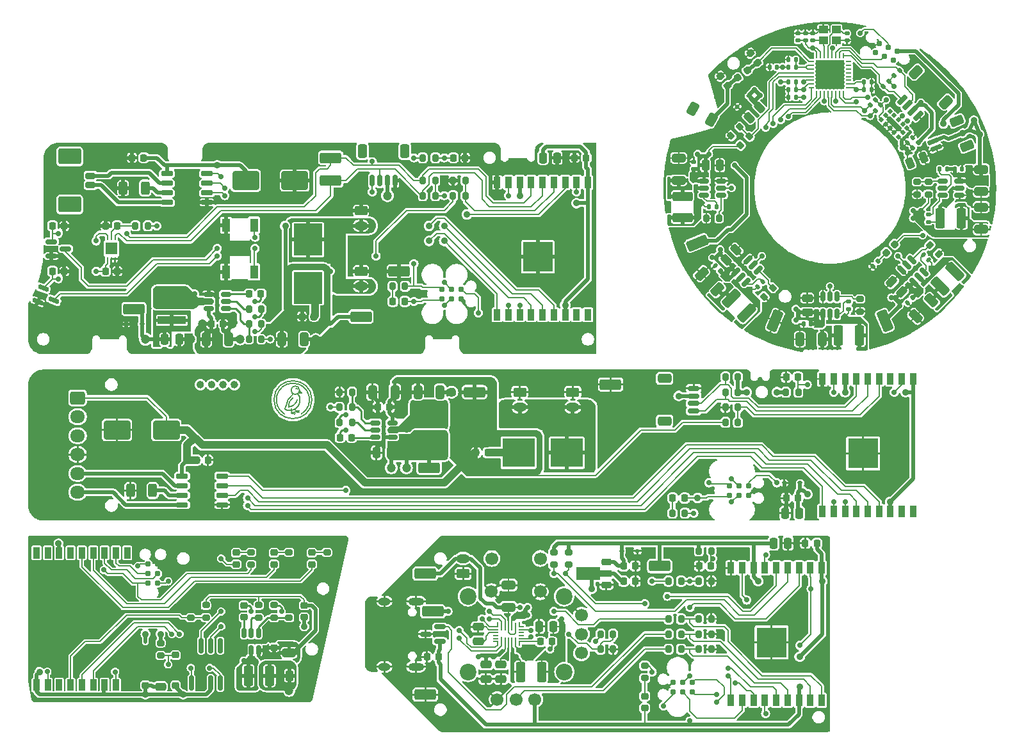
<source format=gbr>
G04 #@! TF.GenerationSoftware,KiCad,Pcbnew,8.0.5*
G04 #@! TF.CreationDate,2025-07-01T00:14:59-07:00*
G04 #@! TF.ProjectId,IotRollerBlinds,496f7452-6f6c-46c6-9572-426c696e6473,rev?*
G04 #@! TF.SameCoordinates,PX8f0d180PY5f5e100*
G04 #@! TF.FileFunction,Copper,L1,Top*
G04 #@! TF.FilePolarity,Positive*
%FSLAX46Y46*%
G04 Gerber Fmt 4.6, Leading zero omitted, Abs format (unit mm)*
G04 Created by KiCad (PCBNEW 8.0.5) date 2025-07-01 00:14:59*
%MOMM*%
%LPD*%
G01*
G04 APERTURE LIST*
G04 Aperture macros list*
%AMRoundRect*
0 Rectangle with rounded corners*
0 $1 Rounding radius*
0 $2 $3 $4 $5 $6 $7 $8 $9 X,Y pos of 4 corners*
0 Add a 4 corners polygon primitive as box body*
4,1,4,$2,$3,$4,$5,$6,$7,$8,$9,$2,$3,0*
0 Add four circle primitives for the rounded corners*
1,1,$1+$1,$2,$3*
1,1,$1+$1,$4,$5*
1,1,$1+$1,$6,$7*
1,1,$1+$1,$8,$9*
0 Add four rect primitives between the rounded corners*
20,1,$1+$1,$2,$3,$4,$5,0*
20,1,$1+$1,$4,$5,$6,$7,0*
20,1,$1+$1,$6,$7,$8,$9,0*
20,1,$1+$1,$8,$9,$2,$3,0*%
%AMRotRect*
0 Rectangle, with rotation*
0 The origin of the aperture is its center*
0 $1 length*
0 $2 width*
0 $3 Rotation angle, in degrees counterclockwise*
0 Add horizontal line*
21,1,$1,$2,0,0,$3*%
%AMFreePoly0*
4,1,9,3.862500,-0.866500,0.737500,-0.866500,0.737500,-0.450000,-0.737500,-0.450000,-0.737500,0.450000,0.737500,0.450000,0.737500,0.866500,3.862500,0.866500,3.862500,-0.866500,3.862500,-0.866500,$1*%
G04 Aperture macros list end*
G04 #@! TA.AperFunction,EtchedComponent*
%ADD10C,0.200000*%
G04 #@! TD*
G04 #@! TA.AperFunction,EtchedComponent*
%ADD11C,0.160000*%
G04 #@! TD*
G04 #@! TA.AperFunction,EtchedComponent*
%ADD12C,0.500000*%
G04 #@! TD*
G04 #@! TA.AperFunction,SMDPad,CuDef*
%ADD13RoundRect,0.250000X-1.175000X-0.450000X1.175000X-0.450000X1.175000X0.450000X-1.175000X0.450000X0*%
G04 #@! TD*
G04 #@! TA.AperFunction,SMDPad,CuDef*
%ADD14RoundRect,0.225000X0.225000X0.250000X-0.225000X0.250000X-0.225000X-0.250000X0.225000X-0.250000X0*%
G04 #@! TD*
G04 #@! TA.AperFunction,SMDPad,CuDef*
%ADD15RoundRect,0.062500X-0.062500X-0.212500X0.062500X-0.212500X0.062500X0.212500X-0.062500X0.212500X0*%
G04 #@! TD*
G04 #@! TA.AperFunction,SMDPad,CuDef*
%ADD16R,1.600000X1.600000*%
G04 #@! TD*
G04 #@! TA.AperFunction,SMDPad,CuDef*
%ADD17RoundRect,0.150000X-0.512500X-0.150000X0.512500X-0.150000X0.512500X0.150000X-0.512500X0.150000X0*%
G04 #@! TD*
G04 #@! TA.AperFunction,SMDPad,CuDef*
%ADD18RoundRect,0.218750X0.218750X0.256250X-0.218750X0.256250X-0.218750X-0.256250X0.218750X-0.256250X0*%
G04 #@! TD*
G04 #@! TA.AperFunction,SMDPad,CuDef*
%ADD19RoundRect,0.200000X-0.200000X-0.275000X0.200000X-0.275000X0.200000X0.275000X-0.200000X0.275000X0*%
G04 #@! TD*
G04 #@! TA.AperFunction,SMDPad,CuDef*
%ADD20RoundRect,0.200000X0.200000X0.275000X-0.200000X0.275000X-0.200000X-0.275000X0.200000X-0.275000X0*%
G04 #@! TD*
G04 #@! TA.AperFunction,SMDPad,CuDef*
%ADD21R,3.810000X4.240000*%
G04 #@! TD*
G04 #@! TA.AperFunction,SMDPad,CuDef*
%ADD22RoundRect,0.225000X-0.225000X-0.250000X0.225000X-0.250000X0.225000X0.250000X-0.225000X0.250000X0*%
G04 #@! TD*
G04 #@! TA.AperFunction,SMDPad,CuDef*
%ADD23RoundRect,0.200000X-0.450000X0.200000X-0.450000X-0.200000X0.450000X-0.200000X0.450000X0.200000X0*%
G04 #@! TD*
G04 #@! TA.AperFunction,SMDPad,CuDef*
%ADD24RoundRect,0.250001X-1.249999X0.799999X-1.249999X-0.799999X1.249999X-0.799999X1.249999X0.799999X0*%
G04 #@! TD*
G04 #@! TA.AperFunction,SMDPad,CuDef*
%ADD25R,0.900000X1.500000*%
G04 #@! TD*
G04 #@! TA.AperFunction,SMDPad,CuDef*
%ADD26R,4.000000X4.000000*%
G04 #@! TD*
G04 #@! TA.AperFunction,SMDPad,CuDef*
%ADD27R,1.100000X1.800000*%
G04 #@! TD*
G04 #@! TA.AperFunction,SMDPad,CuDef*
%ADD28RoundRect,0.112500X0.187500X0.112500X-0.187500X0.112500X-0.187500X-0.112500X0.187500X-0.112500X0*%
G04 #@! TD*
G04 #@! TA.AperFunction,ConnectorPad*
%ADD29C,0.787400*%
G04 #@! TD*
G04 #@! TA.AperFunction,SMDPad,CuDef*
%ADD30RoundRect,0.250000X-0.250000X-0.475000X0.250000X-0.475000X0.250000X0.475000X-0.250000X0.475000X0*%
G04 #@! TD*
G04 #@! TA.AperFunction,SMDPad,CuDef*
%ADD31RoundRect,0.150000X0.150000X0.625000X-0.150000X0.625000X-0.150000X-0.625000X0.150000X-0.625000X0*%
G04 #@! TD*
G04 #@! TA.AperFunction,SMDPad,CuDef*
%ADD32RoundRect,0.250000X0.350000X0.650000X-0.350000X0.650000X-0.350000X-0.650000X0.350000X-0.650000X0*%
G04 #@! TD*
G04 #@! TA.AperFunction,SMDPad,CuDef*
%ADD33RoundRect,0.250000X-0.325000X-0.650000X0.325000X-0.650000X0.325000X0.650000X-0.325000X0.650000X0*%
G04 #@! TD*
G04 #@! TA.AperFunction,ComponentPad*
%ADD34RoundRect,0.250000X-0.625000X0.350000X-0.625000X-0.350000X0.625000X-0.350000X0.625000X0.350000X0*%
G04 #@! TD*
G04 #@! TA.AperFunction,ComponentPad*
%ADD35O,1.750000X1.200000*%
G04 #@! TD*
G04 #@! TA.AperFunction,SMDPad,CuDef*
%ADD36RoundRect,0.218750X-0.218750X-0.256250X0.218750X-0.256250X0.218750X0.256250X-0.218750X0.256250X0*%
G04 #@! TD*
G04 #@! TA.AperFunction,SMDPad,CuDef*
%ADD37RoundRect,0.250000X-1.500000X-1.000000X1.500000X-1.000000X1.500000X1.000000X-1.500000X1.000000X0*%
G04 #@! TD*
G04 #@! TA.AperFunction,SMDPad,CuDef*
%ADD38R,3.700000X1.100000*%
G04 #@! TD*
G04 #@! TA.AperFunction,SMDPad,CuDef*
%ADD39RoundRect,0.150000X0.650000X0.150000X-0.650000X0.150000X-0.650000X-0.150000X0.650000X-0.150000X0*%
G04 #@! TD*
G04 #@! TA.AperFunction,HeatsinkPad*
%ADD40R,2.410000X3.100000*%
G04 #@! TD*
G04 #@! TA.AperFunction,SMDPad,CuDef*
%ADD41RoundRect,0.250000X-0.312500X-0.625000X0.312500X-0.625000X0.312500X0.625000X-0.312500X0.625000X0*%
G04 #@! TD*
G04 #@! TA.AperFunction,SMDPad,CuDef*
%ADD42RoundRect,0.150000X-0.587500X-0.150000X0.587500X-0.150000X0.587500X0.150000X-0.587500X0.150000X0*%
G04 #@! TD*
G04 #@! TA.AperFunction,SMDPad,CuDef*
%ADD43RoundRect,0.150000X-0.600182X0.086245X0.485377X-0.363408X0.600182X-0.086245X-0.485377X0.363408X0*%
G04 #@! TD*
G04 #@! TA.AperFunction,SMDPad,CuDef*
%ADD44RoundRect,0.112500X-0.112500X0.187500X-0.112500X-0.187500X0.112500X-0.187500X0.112500X0.187500X0*%
G04 #@! TD*
G04 #@! TA.AperFunction,SMDPad,CuDef*
%ADD45RoundRect,0.225000X0.250000X-0.225000X0.250000X0.225000X-0.250000X0.225000X-0.250000X-0.225000X0*%
G04 #@! TD*
G04 #@! TA.AperFunction,SMDPad,CuDef*
%ADD46RoundRect,0.218750X0.256250X-0.218750X0.256250X0.218750X-0.256250X0.218750X-0.256250X-0.218750X0*%
G04 #@! TD*
G04 #@! TA.AperFunction,SMDPad,CuDef*
%ADD47RoundRect,0.200000X-0.275000X0.200000X-0.275000X-0.200000X0.275000X-0.200000X0.275000X0.200000X0*%
G04 #@! TD*
G04 #@! TA.AperFunction,SMDPad,CuDef*
%ADD48RoundRect,0.218750X-0.256250X0.218750X-0.256250X-0.218750X0.256250X-0.218750X0.256250X0.218750X0*%
G04 #@! TD*
G04 #@! TA.AperFunction,SMDPad,CuDef*
%ADD49RoundRect,0.250000X0.650000X-0.325000X0.650000X0.325000X-0.650000X0.325000X-0.650000X-0.325000X0*%
G04 #@! TD*
G04 #@! TA.AperFunction,SMDPad,CuDef*
%ADD50RoundRect,0.200000X0.275000X-0.200000X0.275000X0.200000X-0.275000X0.200000X-0.275000X-0.200000X0*%
G04 #@! TD*
G04 #@! TA.AperFunction,SMDPad,CuDef*
%ADD51RoundRect,0.150000X0.150000X-0.825000X0.150000X0.825000X-0.150000X0.825000X-0.150000X-0.825000X0*%
G04 #@! TD*
G04 #@! TA.AperFunction,SMDPad,CuDef*
%ADD52RoundRect,0.150000X0.150000X-0.512500X0.150000X0.512500X-0.150000X0.512500X-0.150000X-0.512500X0*%
G04 #@! TD*
G04 #@! TA.AperFunction,SMDPad,CuDef*
%ADD53RoundRect,0.250000X-0.375000X-1.075000X0.375000X-1.075000X0.375000X1.075000X-0.375000X1.075000X0*%
G04 #@! TD*
G04 #@! TA.AperFunction,SMDPad,CuDef*
%ADD54RoundRect,0.250000X0.475000X-0.250000X0.475000X0.250000X-0.475000X0.250000X-0.475000X-0.250000X0*%
G04 #@! TD*
G04 #@! TA.AperFunction,SMDPad,CuDef*
%ADD55RoundRect,0.112500X-0.187500X-0.112500X0.187500X-0.112500X0.187500X0.112500X-0.187500X0.112500X0*%
G04 #@! TD*
G04 #@! TA.AperFunction,SMDPad,CuDef*
%ADD56RoundRect,0.225000X0.425000X0.225000X-0.425000X0.225000X-0.425000X-0.225000X0.425000X-0.225000X0*%
G04 #@! TD*
G04 #@! TA.AperFunction,SMDPad,CuDef*
%ADD57FreePoly0,180.000000*%
G04 #@! TD*
G04 #@! TA.AperFunction,SMDPad,CuDef*
%ADD58RoundRect,0.150000X0.587500X0.150000X-0.587500X0.150000X-0.587500X-0.150000X0.587500X-0.150000X0*%
G04 #@! TD*
G04 #@! TA.AperFunction,SMDPad,CuDef*
%ADD59RoundRect,0.050000X0.050000X-0.550000X0.050000X0.550000X-0.050000X0.550000X-0.050000X-0.550000X0*%
G04 #@! TD*
G04 #@! TA.AperFunction,SMDPad,CuDef*
%ADD60RoundRect,0.050000X0.050000X-0.500000X0.050000X0.500000X-0.050000X0.500000X-0.050000X-0.500000X0*%
G04 #@! TD*
G04 #@! TA.AperFunction,SMDPad,CuDef*
%ADD61RoundRect,0.050000X0.050000X-0.275000X0.050000X0.275000X-0.050000X0.275000X-0.050000X-0.275000X0*%
G04 #@! TD*
G04 #@! TA.AperFunction,SMDPad,CuDef*
%ADD62RoundRect,0.050000X0.300000X0.050000X-0.300000X0.050000X-0.300000X-0.050000X0.300000X-0.050000X0*%
G04 #@! TD*
G04 #@! TA.AperFunction,SMDPad,CuDef*
%ADD63RoundRect,0.250000X-0.475000X0.250000X-0.475000X-0.250000X0.475000X-0.250000X0.475000X0.250000X0*%
G04 #@! TD*
G04 #@! TA.AperFunction,SMDPad,CuDef*
%ADD64RoundRect,0.250000X1.175000X0.450000X-1.175000X0.450000X-1.175000X-0.450000X1.175000X-0.450000X0*%
G04 #@! TD*
G04 #@! TA.AperFunction,ComponentPad*
%ADD65RoundRect,0.250000X0.625000X-0.350000X0.625000X0.350000X-0.625000X0.350000X-0.625000X-0.350000X0*%
G04 #@! TD*
G04 #@! TA.AperFunction,SMDPad,CuDef*
%ADD66RoundRect,0.250000X0.250000X0.475000X-0.250000X0.475000X-0.250000X-0.475000X0.250000X-0.475000X0*%
G04 #@! TD*
G04 #@! TA.AperFunction,ComponentPad*
%ADD67O,1.600000X1.000000*%
G04 #@! TD*
G04 #@! TA.AperFunction,ComponentPad*
%ADD68O,2.100000X1.000000*%
G04 #@! TD*
G04 #@! TA.AperFunction,ComponentPad*
%ADD69C,1.700000*%
G04 #@! TD*
G04 #@! TA.AperFunction,ComponentPad*
%ADD70C,2.200000*%
G04 #@! TD*
G04 #@! TA.AperFunction,SMDPad,CuDef*
%ADD71RoundRect,0.250000X0.865399X-0.913351X-0.033907X1.257766X-0.865399X0.913351X0.033907X-1.257766X0*%
G04 #@! TD*
G04 #@! TA.AperFunction,SMDPad,CuDef*
%ADD72RoundRect,0.140000X0.170000X-0.140000X0.170000X0.140000X-0.170000X0.140000X-0.170000X-0.140000X0*%
G04 #@! TD*
G04 #@! TA.AperFunction,SMDPad,CuDef*
%ADD73RoundRect,0.250000X1.025305X0.494975X0.494975X1.025305X-1.025305X-0.494975X-0.494975X-1.025305X0*%
G04 #@! TD*
G04 #@! TA.AperFunction,SMDPad,CuDef*
%ADD74RoundRect,0.135000X0.135000X0.185000X-0.135000X0.185000X-0.135000X-0.185000X0.135000X-0.185000X0*%
G04 #@! TD*
G04 #@! TA.AperFunction,SMDPad,CuDef*
%ADD75RoundRect,0.140000X0.021213X-0.219203X0.219203X-0.021213X-0.021213X0.219203X-0.219203X0.021213X0*%
G04 #@! TD*
G04 #@! TA.AperFunction,SMDPad,CuDef*
%ADD76RoundRect,0.140000X-0.140000X-0.170000X0.140000X-0.170000X0.140000X0.170000X-0.140000X0.170000X0*%
G04 #@! TD*
G04 #@! TA.AperFunction,SMDPad,CuDef*
%ADD77RoundRect,0.140000X0.140000X0.170000X-0.140000X0.170000X-0.140000X-0.170000X0.140000X-0.170000X0*%
G04 #@! TD*
G04 #@! TA.AperFunction,SMDPad,CuDef*
%ADD78RoundRect,0.225000X0.335310X-0.026314X0.061367X0.330695X-0.335310X0.026314X-0.061367X-0.330695X0*%
G04 #@! TD*
G04 #@! TA.AperFunction,SMDPad,CuDef*
%ADD79RoundRect,0.062500X-0.312500X-0.062500X0.312500X-0.062500X0.312500X0.062500X-0.312500X0.062500X0*%
G04 #@! TD*
G04 #@! TA.AperFunction,SMDPad,CuDef*
%ADD80RoundRect,0.062500X-0.062500X-0.312500X0.062500X-0.312500X0.062500X0.312500X-0.062500X0.312500X0*%
G04 #@! TD*
G04 #@! TA.AperFunction,HeatsinkPad*
%ADD81R,3.650000X3.650000*%
G04 #@! TD*
G04 #@! TA.AperFunction,SMDPad,CuDef*
%ADD82RoundRect,0.200000X-0.053033X0.335876X-0.335876X0.053033X0.053033X-0.335876X0.335876X-0.053033X0*%
G04 #@! TD*
G04 #@! TA.AperFunction,SMDPad,CuDef*
%ADD83RoundRect,0.135000X-0.035355X0.226274X-0.226274X0.035355X0.035355X-0.226274X0.226274X-0.035355X0*%
G04 #@! TD*
G04 #@! TA.AperFunction,SMDPad,CuDef*
%ADD84RoundRect,0.135000X-0.135000X-0.185000X0.135000X-0.185000X0.135000X0.185000X-0.135000X0.185000X0*%
G04 #@! TD*
G04 #@! TA.AperFunction,SMDPad,CuDef*
%ADD85RoundRect,0.135000X0.035355X-0.226274X0.226274X-0.035355X-0.035355X0.226274X-0.226274X0.035355X0*%
G04 #@! TD*
G04 #@! TA.AperFunction,SMDPad,CuDef*
%ADD86RoundRect,0.200000X0.053033X-0.335876X0.335876X-0.053033X-0.053033X0.335876X-0.335876X0.053033X0*%
G04 #@! TD*
G04 #@! TA.AperFunction,SMDPad,CuDef*
%ADD87RoundRect,0.218750X0.026517X-0.335876X0.335876X-0.026517X-0.026517X0.335876X-0.335876X0.026517X0*%
G04 #@! TD*
G04 #@! TA.AperFunction,SMDPad,CuDef*
%ADD88RoundRect,0.250000X-0.229810X0.689429X-0.689429X0.229810X0.229810X-0.689429X0.689429X-0.229810X0*%
G04 #@! TD*
G04 #@! TA.AperFunction,SMDPad,CuDef*
%ADD89RoundRect,0.150000X-0.468458X0.256326X0.256326X-0.468458X0.468458X-0.256326X-0.256326X0.468458X0*%
G04 #@! TD*
G04 #@! TA.AperFunction,SMDPad,CuDef*
%ADD90RoundRect,0.250000X0.375000X1.075000X-0.375000X1.075000X-0.375000X-1.075000X0.375000X-1.075000X0*%
G04 #@! TD*
G04 #@! TA.AperFunction,SMDPad,CuDef*
%ADD91RoundRect,0.150000X0.548008X0.335876X0.335876X0.548008X-0.548008X-0.335876X-0.335876X-0.548008X0*%
G04 #@! TD*
G04 #@! TA.AperFunction,SMDPad,CuDef*
%ADD92RoundRect,0.250000X0.707107X0.212132X0.212132X0.707107X-0.707107X-0.212132X-0.212132X-0.707107X0*%
G04 #@! TD*
G04 #@! TA.AperFunction,SMDPad,CuDef*
%ADD93RoundRect,0.250000X0.637260X0.353766X-0.012260X0.728766X-0.637260X-0.353766X0.012260X-0.728766X0*%
G04 #@! TD*
G04 #@! TA.AperFunction,SMDPad,CuDef*
%ADD94RoundRect,0.250000X0.689429X0.229810X0.229810X0.689429X-0.689429X-0.229810X-0.229810X-0.689429X0*%
G04 #@! TD*
G04 #@! TA.AperFunction,SMDPad,CuDef*
%ADD95RoundRect,0.140000X-0.170000X0.140000X-0.170000X-0.140000X0.170000X-0.140000X0.170000X0.140000X0*%
G04 #@! TD*
G04 #@! TA.AperFunction,SMDPad,CuDef*
%ADD96RoundRect,0.250000X0.159099X-0.512652X0.512652X-0.159099X-0.159099X0.512652X-0.512652X0.159099X0*%
G04 #@! TD*
G04 #@! TA.AperFunction,SMDPad,CuDef*
%ADD97RoundRect,0.112500X0.053033X0.212132X-0.212132X-0.053033X-0.053033X-0.212132X0.212132X0.053033X0*%
G04 #@! TD*
G04 #@! TA.AperFunction,SMDPad,CuDef*
%ADD98RoundRect,0.150000X0.256326X0.468458X-0.468458X-0.256326X-0.256326X-0.468458X0.468458X0.256326X0*%
G04 #@! TD*
G04 #@! TA.AperFunction,SMDPad,CuDef*
%ADD99RoundRect,0.250000X-0.913351X-0.865399X1.257766X0.033907X0.913351X0.865399X-1.257766X-0.033907X0*%
G04 #@! TD*
G04 #@! TA.AperFunction,SMDPad,CuDef*
%ADD100RoundRect,0.250000X-0.049195X-0.534514X0.412745X-0.343172X0.049195X0.534514X-0.412745X0.343172X0*%
G04 #@! TD*
G04 #@! TA.AperFunction,SMDPad,CuDef*
%ADD101RoundRect,0.150000X0.634827X0.100595X0.520022X0.377759X-0.634827X-0.100595X-0.520022X-0.377759X0*%
G04 #@! TD*
G04 #@! TA.AperFunction,SMDPad,CuDef*
%ADD102RoundRect,0.250000X0.734461X-0.074614X0.466582X0.572102X-0.734461X0.074614X-0.466582X-0.572102X0*%
G04 #@! TD*
G04 #@! TA.AperFunction,SMDPad,CuDef*
%ADD103RoundRect,0.250000X-0.159099X0.512652X-0.512652X0.159099X0.159099X-0.512652X0.512652X-0.159099X0*%
G04 #@! TD*
G04 #@! TA.AperFunction,SMDPad,CuDef*
%ADD104RoundRect,0.150000X0.512500X0.150000X-0.512500X0.150000X-0.512500X-0.150000X0.512500X-0.150000X0*%
G04 #@! TD*
G04 #@! TA.AperFunction,SMDPad,CuDef*
%ADD105RotRect,0.500000X0.500000X225.000000*%
G04 #@! TD*
G04 #@! TA.AperFunction,SMDPad,CuDef*
%ADD106RoundRect,0.250000X-0.494975X1.025305X-1.025305X0.494975X0.494975X-1.025305X1.025305X-0.494975X0*%
G04 #@! TD*
G04 #@! TA.AperFunction,SMDPad,CuDef*
%ADD107RoundRect,0.200000X0.335876X0.053033X0.053033X0.335876X-0.335876X-0.053033X-0.053033X-0.335876X0*%
G04 #@! TD*
G04 #@! TA.AperFunction,SMDPad,CuDef*
%ADD108RoundRect,0.150000X-0.150000X0.512500X-0.150000X-0.512500X0.150000X-0.512500X0.150000X0.512500X0*%
G04 #@! TD*
G04 #@! TA.AperFunction,SMDPad,CuDef*
%ADD109RoundRect,0.250000X0.325000X0.650000X-0.325000X0.650000X-0.325000X-0.650000X0.325000X-0.650000X0*%
G04 #@! TD*
G04 #@! TA.AperFunction,SMDPad,CuDef*
%ADD110RoundRect,0.250000X0.512652X0.159099X0.159099X0.512652X-0.512652X-0.159099X-0.159099X-0.512652X0*%
G04 #@! TD*
G04 #@! TA.AperFunction,SMDPad,CuDef*
%ADD111RoundRect,0.250000X-0.650000X0.325000X-0.650000X-0.325000X0.650000X-0.325000X0.650000X0.325000X0*%
G04 #@! TD*
G04 #@! TA.AperFunction,SMDPad,CuDef*
%ADD112RoundRect,0.140000X-0.021213X0.219203X-0.219203X0.021213X0.021213X-0.219203X0.219203X-0.021213X0*%
G04 #@! TD*
G04 #@! TA.AperFunction,SMDPad,CuDef*
%ADD113R,1.150000X1.000000*%
G04 #@! TD*
G04 #@! TA.AperFunction,SMDPad,CuDef*
%ADD114RoundRect,0.140000X-0.219203X-0.021213X-0.021213X-0.219203X0.219203X0.021213X0.021213X0.219203X0*%
G04 #@! TD*
G04 #@! TA.AperFunction,SMDPad,CuDef*
%ADD115RoundRect,0.147500X-0.147500X-0.172500X0.147500X-0.172500X0.147500X0.172500X-0.147500X0.172500X0*%
G04 #@! TD*
G04 #@! TA.AperFunction,SMDPad,CuDef*
%ADD116RoundRect,0.140000X0.219203X0.021213X0.021213X0.219203X-0.219203X-0.021213X-0.021213X-0.219203X0*%
G04 #@! TD*
G04 #@! TA.AperFunction,SMDPad,CuDef*
%ADD117RoundRect,0.218750X0.017551X0.336463X-0.329541X0.070130X-0.017551X-0.336463X0.329541X-0.070130X0*%
G04 #@! TD*
G04 #@! TA.AperFunction,SMDPad,CuDef*
%ADD118RoundRect,0.250000X-0.033907X-1.257766X0.865399X0.913351X0.033907X1.257766X-0.865399X-0.913351X0*%
G04 #@! TD*
G04 #@! TA.AperFunction,SMDPad,CuDef*
%ADD119RoundRect,0.250000X1.075000X-0.375000X1.075000X0.375000X-1.075000X0.375000X-1.075000X-0.375000X0*%
G04 #@! TD*
G04 #@! TA.AperFunction,ComponentPad*
%ADD120RoundRect,0.250000X-0.725000X0.600000X-0.725000X-0.600000X0.725000X-0.600000X0.725000X0.600000X0*%
G04 #@! TD*
G04 #@! TA.AperFunction,ComponentPad*
%ADD121O,1.950000X1.700000*%
G04 #@! TD*
G04 #@! TA.AperFunction,SMDPad,CuDef*
%ADD122RoundRect,0.250000X1.500000X1.000000X-1.500000X1.000000X-1.500000X-1.000000X1.500000X-1.000000X0*%
G04 #@! TD*
G04 #@! TA.AperFunction,SMDPad,CuDef*
%ADD123RoundRect,0.150000X-0.625000X0.150000X-0.625000X-0.150000X0.625000X-0.150000X0.625000X0.150000X0*%
G04 #@! TD*
G04 #@! TA.AperFunction,SMDPad,CuDef*
%ADD124RoundRect,0.250000X-0.650000X0.350000X-0.650000X-0.350000X0.650000X-0.350000X0.650000X0.350000X0*%
G04 #@! TD*
G04 #@! TA.AperFunction,SMDPad,CuDef*
%ADD125R,4.240000X3.810000*%
G04 #@! TD*
G04 #@! TA.AperFunction,ViaPad*
%ADD126C,0.700000*%
G04 #@! TD*
G04 #@! TA.AperFunction,ViaPad*
%ADD127C,1.200000*%
G04 #@! TD*
G04 #@! TA.AperFunction,ViaPad*
%ADD128C,0.900000*%
G04 #@! TD*
G04 #@! TA.AperFunction,Conductor*
%ADD129C,0.500000*%
G04 #@! TD*
G04 #@! TA.AperFunction,Conductor*
%ADD130C,0.200000*%
G04 #@! TD*
G04 #@! TA.AperFunction,Conductor*
%ADD131C,0.250000*%
G04 #@! TD*
G04 #@! TA.AperFunction,Conductor*
%ADD132C,0.150000*%
G04 #@! TD*
G04 #@! TA.AperFunction,Conductor*
%ADD133C,1.000000*%
G04 #@! TD*
G04 #@! TA.AperFunction,Conductor*
%ADD134C,0.160000*%
G04 #@! TD*
G04 APERTURE END LIST*
D10*
X-91072198Y4750000D02*
X-90807277Y4625913D01*
X-90807277Y4625913D02*
X-90510950Y4575285D01*
X-90510950Y4575285D02*
X-90201673Y4601270D01*
X-90201673Y4601270D02*
X-89898705Y4702249D01*
X-90200000Y4604290D02*
X-90212004Y4853086D01*
X-90150743Y4231095D02*
X-90200000Y4604290D01*
X-89898705Y4702249D02*
X-89620915Y4871935D01*
X-89620915Y4871935D02*
X-89385602Y5099759D01*
X-89617442Y4438550D02*
X-89726298Y4797403D01*
X-89385602Y5099759D02*
X-89207421Y5371533D01*
X-89221946Y6541370D02*
X-89406250Y6762861D01*
X-89207421Y5371533D02*
X-89097469Y5670333D01*
X-89104965Y6274050D02*
X-89221946Y6541370D01*
X-89097469Y5670333D02*
X-89062593Y5977549D01*
X-89062593Y5977549D02*
X-89104965Y6274050D01*
X-91093750Y4105571D02*
G75*
G02*
X-88906251Y4105570I1093750J1894429D01*
G01*
X-90809366Y5452439D02*
G75*
G02*
X-90303506Y6391461I1248216J-66659D01*
G01*
X-90809364Y5452438D02*
G75*
G02*
X-91072198Y4750000I-1248219J66659D01*
G01*
D11*
X-90573838Y5042654D02*
G75*
G02*
X-90013396Y6243068I1240751J151761D01*
G01*
X-90213115Y4231168D02*
G75*
G02*
X-89713243Y4356095I468495J-812058D01*
G01*
D10*
X-89968750Y6762861D02*
G75*
G02*
X-90303506Y6391461I-1077123J634285D01*
G01*
D11*
X-89713390Y4106090D02*
G75*
G02*
X-90213243Y4231095I-31233J936983D01*
G01*
X-89713243Y4231095D02*
G75*
G02*
X-89713243Y4356095I0J62500D01*
G01*
X-89713243Y4106095D02*
G75*
G02*
X-89713243Y4231095I0J62500D01*
G01*
X-89679814Y4438623D02*
G75*
G02*
X-89179942Y4563549I468494J-812063D01*
G01*
X-89620740Y7407352D02*
G75*
G02*
X-89379260Y7407352I120740J-32352D01*
G01*
X-89424054Y5999266D02*
G75*
G02*
X-90573812Y5042445I-1215548J291446D01*
G01*
X-89180089Y4313545D02*
G75*
G02*
X-89679942Y4438551I-31231J936985D01*
G01*
X-89179942Y4438550D02*
G75*
G02*
X-89179942Y4563550I2J62500D01*
G01*
X-89179942Y4313550D02*
G75*
G02*
X-89179942Y4438550I2J62500D01*
G01*
X-88821164Y6891151D02*
G75*
G02*
X-89130820Y7169287I238974J577499D01*
G01*
X-88821156Y6891296D02*
G75*
G02*
X-89236795Y6913442I-176464J599554D01*
G01*
D10*
X-87500000Y6000000D02*
G75*
G02*
X-92500000Y6000000I-2500000J0D01*
G01*
X-92500000Y6000000D02*
G75*
G02*
X-87500000Y6000000I2500000J0D01*
G01*
X-89125000Y7250000D02*
G75*
G02*
X-90250000Y7250000I-562500J0D01*
G01*
X-90250000Y7250000D02*
G75*
G02*
X-89125000Y7250000I562500J0D01*
G01*
D12*
X-102000000Y8000000D02*
G75*
G02*
X-102500000Y8000000I-250000J0D01*
G01*
X-102500000Y8000000D02*
G75*
G02*
X-102000000Y8000000I250000J0D01*
G01*
X-100500000Y8000000D02*
G75*
G02*
X-101000000Y8000000I-250000J0D01*
G01*
X-101000000Y8000000D02*
G75*
G02*
X-100500000Y8000000I250000J0D01*
G01*
X-99000000Y8000000D02*
G75*
G02*
X-99500000Y8000000I-250000J0D01*
G01*
X-99500000Y8000000D02*
G75*
G02*
X-99000000Y8000000I250000J0D01*
G01*
X-97500000Y8000000D02*
G75*
G02*
X-98000000Y8000000I-250000J0D01*
G01*
X-98000000Y8000000D02*
G75*
G02*
X-97500000Y8000000I250000J0D01*
G01*
D13*
X-81000000Y17000000D03*
D14*
X-51225000Y38000000D03*
X-52775000Y38000000D03*
D15*
X-114500000Y24620000D03*
X-114000000Y24620000D03*
X-113500000Y24620000D03*
X-113500000Y27380000D03*
X-114000000Y27380000D03*
X-114500000Y27380000D03*
D16*
X-114000000Y26000000D03*
D17*
X-101137500Y19950000D03*
X-101137500Y19000000D03*
X-101137500Y18050000D03*
X-98862500Y18050000D03*
X-98862500Y19000000D03*
X-98862500Y19950000D03*
D18*
X-87212500Y17000000D03*
X-88787500Y17000000D03*
D19*
X-76825000Y21000000D03*
X-75175000Y21000000D03*
D20*
X-67175000Y35000000D03*
X-68825000Y35000000D03*
X-71175000Y33000000D03*
X-72825000Y33000000D03*
D21*
X-88000000Y27185000D03*
X-88000000Y20815000D03*
D22*
X-95775000Y20000000D03*
X-94225000Y20000000D03*
D20*
X-109175000Y29000000D03*
X-110825000Y29000000D03*
D22*
X-68775000Y38000000D03*
X-67225000Y38000000D03*
D20*
X-71175000Y35000000D03*
X-72825000Y35000000D03*
D23*
X-116750000Y35625000D03*
X-116750000Y34375000D03*
D24*
X-119500000Y38175000D03*
X-119500000Y31825000D03*
D25*
X-51000000Y34750000D03*
X-52500000Y34750000D03*
X-54000000Y34750000D03*
X-55500000Y34750000D03*
X-57000000Y34750000D03*
X-58500000Y34750000D03*
X-60000000Y34750000D03*
X-61500000Y34750000D03*
X-63000000Y34750000D03*
X-63000000Y17250000D03*
X-61500000Y17250000D03*
X-60000000Y17250000D03*
X-58500000Y17250000D03*
X-57000000Y17250000D03*
X-55500000Y17250000D03*
X-54000000Y17250000D03*
X-52500000Y17250000D03*
X-51000000Y17250000D03*
D26*
X-57610000Y24900000D03*
D22*
X-121775000Y29000000D03*
X-120225000Y29000000D03*
X-114775000Y23000000D03*
X-113225000Y23000000D03*
D14*
X-109725000Y38000000D03*
X-111275000Y38000000D03*
D20*
X-94175000Y18000000D03*
X-95825000Y18000000D03*
D19*
X-72825000Y38000000D03*
X-71175000Y38000000D03*
D27*
X-95150000Y29100000D03*
X-95150000Y22900000D03*
X-98850000Y29100000D03*
X-98850000Y22900000D03*
D28*
X-109950000Y16000000D03*
X-112050000Y16000000D03*
D29*
X-70270000Y19365000D03*
X-70270000Y20635000D03*
X-69000000Y19365000D03*
X-69000000Y20635000D03*
X-67730000Y19365000D03*
X-67730000Y20635000D03*
D30*
X-106950000Y14000000D03*
X-105050000Y14000000D03*
D31*
X-76500000Y35000000D03*
X-77500000Y35000000D03*
X-78500000Y35000000D03*
X-79500000Y35000000D03*
D32*
X-75200000Y38875000D03*
X-80800000Y38875000D03*
D19*
X-68825000Y33000000D03*
X-67175000Y33000000D03*
D13*
X-111000000Y18000000D03*
D22*
X-100775000Y16000000D03*
X-99225000Y16000000D03*
D33*
X-91475000Y14000000D03*
X-88525000Y14000000D03*
D14*
X-113225000Y29000000D03*
X-114775000Y29000000D03*
D13*
X-85000000Y38000000D03*
X-76000000Y23000000D03*
D34*
X-81000000Y31000000D03*
D35*
X-81000000Y29000000D03*
D36*
X-76787500Y19000000D03*
X-75212500Y19000000D03*
D37*
X-96250000Y35000000D03*
X-89750000Y35000000D03*
D33*
X-101475000Y14000000D03*
X-98525000Y14000000D03*
D38*
X-106000000Y19500000D03*
X-106000000Y16500000D03*
D13*
X-85000000Y35000000D03*
D39*
X-101350000Y32095000D03*
X-101350000Y33365000D03*
X-101350000Y34635000D03*
X-101350000Y35905000D03*
X-106650000Y35905000D03*
X-106650000Y34635000D03*
X-106650000Y33365000D03*
X-106650000Y32095000D03*
D40*
X-104000000Y34000000D03*
D19*
X-95825000Y14000000D03*
X-94175000Y14000000D03*
D34*
X-81000000Y23000000D03*
D35*
X-81000000Y21000000D03*
D22*
X-121775000Y23000000D03*
X-120225000Y23000000D03*
D30*
X-56950000Y38000000D03*
X-55050000Y38000000D03*
D41*
X-112462500Y34000000D03*
X-109537500Y34000000D03*
D20*
X-94175000Y16000000D03*
X-95825000Y16000000D03*
D42*
X-121937500Y26900000D03*
X-121937500Y25000000D03*
X-120062500Y25950000D03*
D43*
X-123002587Y20736452D03*
X-123729686Y18981080D03*
X-121633863Y19141235D03*
D44*
X-109500000Y-25950000D03*
X-109500000Y-28050000D03*
D45*
X-96500000Y-22775000D03*
X-96500000Y-21225000D03*
D46*
X-88500000Y-22787500D03*
X-88500000Y-21212500D03*
D47*
X-107500000Y-26175000D03*
X-107500000Y-27825000D03*
D25*
X-123900000Y-31750000D03*
X-122400000Y-31750000D03*
X-120900000Y-31750000D03*
X-119400000Y-31750000D03*
X-117900000Y-31750000D03*
X-116400000Y-31750000D03*
X-114900000Y-31750000D03*
X-113400000Y-31750000D03*
X-111900000Y-31750000D03*
X-111900000Y-14250000D03*
X-113400000Y-14250000D03*
X-114900000Y-14250000D03*
X-116400000Y-14250000D03*
X-117900000Y-14250000D03*
X-119400000Y-14250000D03*
X-120900000Y-14250000D03*
X-122400000Y-14250000D03*
X-123900000Y-14250000D03*
D26*
X-117290000Y-21900000D03*
D48*
X-87500000Y-14212500D03*
X-87500000Y-15787500D03*
X-92500000Y-14212500D03*
X-92500000Y-15787500D03*
D30*
X-90450000Y-30500000D03*
X-88550000Y-30500000D03*
D45*
X-92500000Y-26775000D03*
X-92500000Y-25225000D03*
D47*
X-101500000Y-21175000D03*
X-101500000Y-22825000D03*
D49*
X-90500000Y-27475000D03*
X-90500000Y-24525000D03*
D47*
X-95500000Y-14175000D03*
X-95500000Y-15825000D03*
D50*
X-103500000Y-22825000D03*
X-103500000Y-21175000D03*
D45*
X-109500000Y-31775000D03*
X-109500000Y-30225000D03*
X-105500000Y-31775000D03*
X-105500000Y-30225000D03*
D51*
X-103405000Y-31475000D03*
X-102135000Y-31475000D03*
X-100865000Y-31475000D03*
X-99595000Y-31475000D03*
X-99595000Y-26525000D03*
X-100865000Y-26525000D03*
X-102135000Y-26525000D03*
X-103405000Y-26525000D03*
D50*
X-90500000Y-22825000D03*
X-90500000Y-21175000D03*
D52*
X-96450000Y-27137500D03*
X-95500000Y-27137500D03*
X-94550000Y-27137500D03*
X-94550000Y-24862500D03*
X-95500000Y-24862500D03*
X-96450000Y-24862500D03*
D53*
X-95900000Y-30500000D03*
X-93100000Y-30500000D03*
D54*
X-107500000Y-31950000D03*
X-107500000Y-30050000D03*
D45*
X-105500000Y-27775000D03*
X-105500000Y-26225000D03*
D47*
X-94500000Y-21175000D03*
X-94500000Y-22825000D03*
X-85500000Y-14175000D03*
X-85500000Y-15825000D03*
D48*
X-97500000Y-14212500D03*
X-97500000Y-15787500D03*
D29*
X-107865000Y-18270000D03*
X-109135000Y-18270000D03*
X-107865000Y-17000000D03*
X-109135000Y-17000000D03*
X-107865000Y-15730000D03*
X-109135000Y-15730000D03*
D47*
X-92500000Y-21175000D03*
X-92500000Y-22825000D03*
X-90500000Y-14175000D03*
X-90500000Y-15825000D03*
D55*
X-46550000Y-14000000D03*
X-44450000Y-14000000D03*
D19*
X-40325000Y-23000000D03*
X-38675000Y-23000000D03*
D56*
X-48550000Y-18500000D03*
D57*
X-48637500Y-17000000D03*
D56*
X-48550000Y-15500000D03*
D19*
X-49325000Y-25000000D03*
X-47675000Y-25000000D03*
D53*
X-59900000Y-30000000D03*
X-57100000Y-30000000D03*
D19*
X-36325000Y-18000000D03*
X-34675000Y-18000000D03*
X-36325000Y-27000000D03*
X-34675000Y-27000000D03*
X-36325000Y-14000000D03*
X-34675000Y-14000000D03*
D22*
X-46275000Y-18000000D03*
X-44725000Y-18000000D03*
X-46275000Y-16000000D03*
X-44725000Y-16000000D03*
D25*
X-20100000Y-16250000D03*
X-21600000Y-16250000D03*
X-23100000Y-16250000D03*
X-24600000Y-16250000D03*
X-26100000Y-16250000D03*
X-27600000Y-16250000D03*
X-29100000Y-16250000D03*
X-30600000Y-16250000D03*
X-32100000Y-16250000D03*
X-32100000Y-33750000D03*
X-30600000Y-33750000D03*
X-29100000Y-33750000D03*
X-27600000Y-33750000D03*
X-26100000Y-33750000D03*
X-24600000Y-33750000D03*
X-23100000Y-33750000D03*
X-21600000Y-33750000D03*
X-20100000Y-33750000D03*
D26*
X-26710000Y-26100000D03*
D58*
X-70562500Y-25950000D03*
X-70562500Y-24050000D03*
X-72437500Y-25000000D03*
D49*
X-61500000Y-21475000D03*
X-61500000Y-18525000D03*
D59*
X-62400000Y-25950000D03*
D60*
X-61950000Y-26000000D03*
X-61500000Y-26000000D03*
X-61050000Y-26000000D03*
X-60600000Y-26000000D03*
D61*
X-60050000Y-26225000D03*
D62*
X-59800000Y-26000000D03*
X-59800000Y-25600000D03*
X-59800000Y-25200000D03*
X-59800000Y-24800000D03*
X-59800000Y-24400000D03*
X-59800000Y-24000000D03*
D61*
X-60050000Y-23775000D03*
D60*
X-60600000Y-24000000D03*
X-61050000Y-24000000D03*
X-61500000Y-24000000D03*
X-61950000Y-24000000D03*
X-62400000Y-24000000D03*
D62*
X-63200000Y-24000000D03*
D61*
X-62950000Y-23775000D03*
D62*
X-63200000Y-24400000D03*
X-63200000Y-24800000D03*
X-63200000Y-25200000D03*
X-63200000Y-25600000D03*
D61*
X-62950000Y-26225000D03*
D62*
X-63200000Y-26000000D03*
D22*
X-57275000Y-26000000D03*
X-55725000Y-26000000D03*
D19*
X-36325000Y-23000000D03*
X-34675000Y-23000000D03*
D63*
X-64500000Y-29050000D03*
X-64500000Y-30950000D03*
D64*
X-72500000Y-17000000D03*
D50*
X-43500000Y-30825000D03*
X-43500000Y-29175000D03*
D65*
X-67500000Y-17000000D03*
D35*
X-67500000Y-15000000D03*
D19*
X-40325000Y-27000000D03*
X-38675000Y-27000000D03*
X-36325000Y-25000000D03*
X-34675000Y-25000000D03*
D64*
X-71500000Y-22000000D03*
D63*
X-62500000Y-29050000D03*
X-62500000Y-30950000D03*
D47*
X-55500000Y-14175000D03*
X-55500000Y-15825000D03*
D54*
X-65500000Y-25950000D03*
X-65500000Y-24050000D03*
D14*
X-20725000Y-13000000D03*
X-22275000Y-13000000D03*
D19*
X-40325000Y-25000000D03*
X-38675000Y-25000000D03*
D64*
X-41500000Y-16000000D03*
D30*
X-26450000Y-13000000D03*
X-24550000Y-13000000D03*
D14*
X-34725000Y-16000000D03*
X-36275000Y-16000000D03*
X-70725000Y-28000000D03*
X-72275000Y-28000000D03*
D19*
X-40325000Y-18000000D03*
X-38675000Y-18000000D03*
D47*
X-53500000Y-14175000D03*
X-53500000Y-15825000D03*
D66*
X-55550000Y-24000000D03*
X-57450000Y-24000000D03*
D48*
X-43500000Y-33212500D03*
X-43500000Y-34787500D03*
D29*
X-37230000Y-31365000D03*
X-37230000Y-32635000D03*
X-38500000Y-31365000D03*
X-38500000Y-32635000D03*
X-39770000Y-31365000D03*
X-39770000Y-32635000D03*
D19*
X-49325000Y-27000000D03*
X-47675000Y-27000000D03*
D64*
X-72500000Y-33000000D03*
D67*
X-77900000Y-29320000D03*
D68*
X-73720000Y-29320000D03*
D67*
X-77900000Y-20680000D03*
D68*
X-73720000Y-20680000D03*
D69*
X-57300000Y-15000000D03*
X-63700000Y-15000000D03*
X-57300000Y-19400000D03*
X-63750000Y-19400000D03*
X-51850000Y-22500000D03*
X-51850000Y-25000000D03*
X-51850000Y-27500000D03*
X-58000000Y-33650000D03*
X-60500000Y-33650000D03*
X-63000000Y-33650000D03*
D70*
X-54150000Y-20000000D03*
X-66850000Y-20000000D03*
X-54150000Y-30000000D03*
X-66850000Y-30000000D03*
D71*
X-11729015Y16446289D03*
D72*
X-21250000Y53520000D03*
X-21250000Y54480000D03*
D73*
X-30030866Y17453702D03*
X-32010764Y19433600D03*
D53*
X-4399999Y29999999D03*
X-1600001Y29999999D03*
D74*
X-3490000Y36500000D03*
X-4510000Y36500000D03*
D75*
X-8732809Y40024550D03*
X-8053987Y40703372D03*
D76*
X-2480000Y36500000D03*
X-1520000Y36500000D03*
D29*
X-10121342Y52116307D03*
X-10607350Y50942980D03*
X-11294669Y52602315D03*
X-11780677Y51428987D03*
X-12467996Y53088322D03*
X-12954004Y51914995D03*
D77*
X-21520000Y16000000D03*
X-22480000Y16000000D03*
D78*
X-28583085Y50595618D03*
X-29526665Y51825316D03*
D54*
X-22000000Y17550001D03*
X-22000000Y19449999D03*
D79*
X-21475000Y50750000D03*
X-21475000Y50250000D03*
X-21475000Y49750000D03*
X-21475000Y49250000D03*
X-21475000Y48750000D03*
X-21475000Y48250000D03*
X-21475000Y47750000D03*
X-21475000Y47250000D03*
D80*
X-20750000Y46525000D03*
X-20250000Y46525000D03*
X-19750000Y46525000D03*
X-19250000Y46525000D03*
X-18750000Y46525000D03*
X-18250000Y46525000D03*
X-17750000Y46525000D03*
X-17250000Y46525000D03*
D79*
X-16525000Y47250000D03*
X-16525000Y47750000D03*
X-16525000Y48250000D03*
X-16525000Y48750000D03*
X-16525000Y49250000D03*
X-16525000Y49750000D03*
X-16525000Y50250000D03*
X-16525000Y50750000D03*
D80*
X-17250000Y51475000D03*
X-17750000Y51475000D03*
X-18250000Y51475000D03*
X-18750000Y51475000D03*
X-19250000Y51475000D03*
X-19750000Y51475000D03*
X-20250000Y51475000D03*
X-20750000Y51475000D03*
D81*
X-19000000Y49000000D03*
D82*
X-30916637Y42083363D03*
X-32083363Y40916637D03*
D83*
X-11214755Y48149206D03*
X-11936003Y47427958D03*
D84*
X-24510000Y48000000D03*
X-23490000Y48000000D03*
D85*
X-8046916Y39296230D03*
X-7325668Y40017478D03*
D49*
X1000000Y28524999D03*
X1000000Y31474999D03*
X-39000000Y35025000D03*
X-39000000Y37975000D03*
D86*
X-30833363Y39666637D03*
X-29666637Y40833363D03*
X-27715091Y19628055D03*
X-26548365Y20794781D03*
D87*
X-11556847Y25443153D03*
X-10443153Y26556847D03*
D77*
X-26020000Y50000000D03*
X-26980000Y50000000D03*
D88*
X-5582648Y19133081D03*
X-7668614Y17047115D03*
D89*
X-8172428Y24515930D03*
X-8844179Y23844179D03*
X-9515930Y23172428D03*
X-7907262Y21563760D03*
X-7235511Y22235511D03*
X-6563760Y22907262D03*
D77*
X-34020000Y31500000D03*
X-34980000Y31500000D03*
D90*
X-15100000Y14500000D03*
X-17900000Y14500000D03*
D91*
X-7332738Y43545941D03*
X-8039845Y44253048D03*
X-8746952Y44960155D03*
X-9454059Y45667262D03*
D92*
X-3673461Y45366741D03*
X-7633259Y49326539D03*
D93*
X-34675059Y43050000D03*
X-37099931Y44450000D03*
D94*
X-33866919Y20582648D03*
X-35952885Y22668614D03*
D95*
X-16500000Y18980000D03*
X-16500000Y18020000D03*
D83*
X-12275415Y44967226D03*
X-12996663Y44245978D03*
D76*
X-14480000Y48000000D03*
X-13520000Y48000000D03*
D96*
X-32753226Y24489414D03*
X-31409724Y25832916D03*
D97*
X-29757538Y46242462D03*
X-31242462Y44757538D03*
D83*
X-12982522Y45674332D03*
X-13703770Y44953084D03*
D98*
X-28484070Y23172428D03*
X-29155821Y23844179D03*
X-29827572Y24515930D03*
X-31436240Y22907262D03*
X-30764489Y22235511D03*
X-30092738Y21563760D03*
D99*
X-36553711Y26729015D03*
D100*
X-8408447Y37304773D03*
X-6653077Y38031871D03*
D85*
X-10521789Y48842172D03*
X-9800541Y49563420D03*
D83*
X-12639376Y24360624D03*
X-13360624Y23639376D03*
D72*
X-23250000Y53520000D03*
X-23250000Y54480000D03*
D101*
X-4950465Y39278311D03*
X-5333149Y40202191D03*
D102*
X-872944Y39560166D03*
X-2250604Y42886133D03*
D95*
X-6000000Y30480000D03*
X-6000000Y29520000D03*
D103*
X-28328249Y44671751D03*
X-29671751Y43328249D03*
D104*
X-33362500Y33050001D03*
X-33362500Y34000000D03*
X-33362500Y34949999D03*
X-35637500Y34949999D03*
X-35637500Y34000000D03*
X-35637500Y33050001D03*
D105*
X-9949034Y40788225D03*
X-10507648Y41360981D03*
X-11080404Y41919596D03*
X-11646090Y42485281D03*
X-12211775Y43050966D03*
X-11646090Y43616652D03*
X-11080404Y44182337D03*
X-10514719Y43616652D03*
X-9949034Y43050966D03*
X-9383348Y42485281D03*
X-8817663Y41919596D03*
X-9383348Y41353910D03*
D106*
X-2453702Y22969134D03*
X-4433600Y20989236D03*
D107*
X-4628056Y25284910D03*
X-5794780Y26451634D03*
D108*
X-18050001Y19637500D03*
X-19000000Y19637500D03*
X-19949999Y19637500D03*
X-19949999Y17362500D03*
X-19000000Y17362500D03*
X-18050001Y17362500D03*
D95*
X-16750000Y54480000D03*
X-16750000Y53520000D03*
D50*
X-15000000Y17675000D03*
X-15000000Y19325000D03*
D19*
X-35325000Y30000000D03*
X-33675000Y30000000D03*
D72*
X-37000000Y36520000D03*
X-37000000Y37480000D03*
D109*
X-20025000Y14000000D03*
X-22975000Y14000000D03*
D77*
X-23520000Y47000000D03*
X-24480000Y47000000D03*
D30*
X-35449999Y37000000D03*
X-33550001Y37000000D03*
D110*
X-9489414Y20246774D03*
X-10832916Y21590276D03*
D76*
X-14480000Y47000000D03*
X-13520000Y47000000D03*
D47*
X-7500000Y34825000D03*
X-7500000Y33175000D03*
D72*
X-22250000Y53520000D03*
X-22250000Y54480000D03*
D104*
X-1862501Y33050001D03*
X-1862501Y34000000D03*
X-1862501Y34949999D03*
X-4137501Y34949999D03*
X-4137501Y34000000D03*
X-4137501Y33050001D03*
D111*
X1000001Y36475001D03*
X1000001Y33524999D03*
D77*
X-23520000Y46000000D03*
X-24480000Y46000000D03*
D112*
X-27852977Y21611489D03*
X-28531799Y20932667D03*
D77*
X-23520000Y51000000D03*
X-24480000Y51000000D03*
D113*
X-19875000Y53550000D03*
X-18125000Y53550000D03*
X-18125000Y54950000D03*
X-19875000Y54950000D03*
D114*
X-6611489Y25147023D03*
X-5932667Y24468201D03*
D115*
X-24485000Y50000000D03*
X-23515000Y50000000D03*
D116*
X-33509831Y23053987D03*
X-34188653Y23732809D03*
D117*
X-29941700Y49553113D03*
X-31191234Y48594313D03*
D50*
X-6000000Y33175000D03*
X-6000000Y34825000D03*
D78*
X-32549851Y47551811D03*
X-33493431Y48781509D03*
D112*
X-8053987Y19490169D03*
X-8732809Y18811347D03*
D118*
X-26270985Y16446289D03*
D119*
X-38500000Y30100000D03*
X-38500000Y32900000D03*
D28*
X-22950000Y-5000000D03*
X-25050000Y-5000000D03*
D19*
X-24825000Y7000000D03*
X-23175000Y7000000D03*
X-32825000Y3000000D03*
X-31175000Y3000000D03*
D120*
X-118475000Y6250000D03*
D121*
X-118475000Y3750000D03*
X-118475000Y1250000D03*
X-118475000Y-1250000D03*
X-118475000Y-3750000D03*
X-118475000Y-6250000D03*
D14*
X-77225000Y5000000D03*
X-78775000Y5000000D03*
D41*
X-111462500Y-6000000D03*
X-108537500Y-6000000D03*
D22*
X-102775000Y-2000000D03*
X-101225000Y-2000000D03*
D20*
X-31175000Y9000000D03*
X-32825000Y9000000D03*
D25*
X-8000000Y8750000D03*
X-9500000Y8750000D03*
X-11000000Y8750000D03*
X-12500000Y8750000D03*
X-14000000Y8750000D03*
X-15500000Y8750000D03*
X-17000000Y8750000D03*
X-18500000Y8750000D03*
X-20000000Y8750000D03*
X-20000000Y-8750000D03*
X-18500000Y-8750000D03*
X-17000000Y-8750000D03*
X-15500000Y-8750000D03*
X-14000000Y-8750000D03*
X-12500000Y-8750000D03*
X-11000000Y-8750000D03*
X-9500000Y-8750000D03*
X-8000000Y-8750000D03*
D26*
X-14610000Y-1100000D03*
D38*
X-72000000Y3500000D03*
X-72000000Y500000D03*
D20*
X-31175000Y5000000D03*
X-32825000Y5000000D03*
D109*
X-76525000Y7000000D03*
X-79475000Y7000000D03*
D14*
X-82225000Y1000000D03*
X-83775000Y1000000D03*
D104*
X-76862500Y1050000D03*
X-76862500Y2000000D03*
X-76862500Y2950000D03*
X-79137500Y2950000D03*
X-79137500Y2000000D03*
X-79137500Y1050000D03*
D19*
X-83825000Y5000000D03*
X-82175000Y5000000D03*
D34*
X-53000000Y7000000D03*
D35*
X-53000000Y5000000D03*
D19*
X-39825000Y-9000000D03*
X-38175000Y-9000000D03*
D122*
X-106750000Y2000000D03*
X-113250000Y2000000D03*
D19*
X-83825000Y3000000D03*
X-82175000Y3000000D03*
D39*
X-99350000Y-7905000D03*
X-99350000Y-6635000D03*
X-99350000Y-5365000D03*
X-99350000Y-4095000D03*
X-104650000Y-4095000D03*
X-104650000Y-5365000D03*
X-104650000Y-6635000D03*
X-104650000Y-7905000D03*
D40*
X-102000000Y-6000000D03*
D123*
X-37000000Y7500000D03*
X-37000000Y6500000D03*
X-37000000Y5500000D03*
X-37000000Y4500000D03*
D124*
X-40875000Y8800000D03*
X-40875000Y3200000D03*
D66*
X-77050000Y-1000000D03*
X-78950000Y-1000000D03*
D14*
X-23225000Y-7000000D03*
X-24775000Y-7000000D03*
D18*
X-64212500Y-1000000D03*
X-65787500Y-1000000D03*
D20*
X-31175000Y7000000D03*
X-32825000Y7000000D03*
X-82175000Y7000000D03*
X-83825000Y7000000D03*
D125*
X-53815000Y-1000000D03*
X-60185000Y-1000000D03*
D13*
X-72000000Y-3000000D03*
D66*
X-23050000Y-9000000D03*
X-24950000Y-9000000D03*
D14*
X-23225000Y9000000D03*
X-24775000Y9000000D03*
D33*
X-73475000Y7000000D03*
X-70525000Y7000000D03*
D36*
X-39787500Y-7000000D03*
X-38212500Y-7000000D03*
D29*
X-32270000Y-6635000D03*
X-32270000Y-5365000D03*
X-31000000Y-6635000D03*
X-31000000Y-5365000D03*
X-29730000Y-6635000D03*
X-29730000Y-5365000D03*
D13*
X-66000000Y7000000D03*
D34*
X-60000000Y7000000D03*
D35*
X-60000000Y5000000D03*
D13*
X-48000000Y8000000D03*
D126*
X-100000000Y23000000D03*
X-119000000Y23000000D03*
X-103500000Y35000000D03*
X-119000000Y29000000D03*
X-104500000Y33000000D03*
D127*
X-97000000Y14000000D03*
D128*
X-54500000Y25000000D03*
D126*
X-54000000Y38000000D03*
X-66500000Y17500000D03*
X-100000000Y29000000D03*
D127*
X-103500000Y14000000D03*
D126*
X-56500000Y26000000D03*
D127*
X-103000000Y31000000D03*
D128*
X-57500000Y28000000D03*
D126*
X-66000000Y38000000D03*
D127*
X-105000000Y31000000D03*
D126*
X-70000000Y35000000D03*
D128*
X-63000000Y33000000D03*
D126*
X-59000000Y26000000D03*
X-56500000Y23500000D03*
X-112000000Y23000000D03*
D128*
X-60500000Y25000000D03*
D126*
X-105000000Y29000000D03*
X-59000000Y23500000D03*
D127*
X-98000000Y16000000D03*
X-113000000Y38000000D03*
D128*
X-57500000Y22000000D03*
D127*
X-87000000Y14000000D03*
D126*
X-105000000Y26000000D03*
X-104500000Y35000000D03*
X-116000000Y29000000D03*
X-103500000Y33000000D03*
X-93000000Y14000000D03*
D127*
X-114014492Y34500739D03*
D126*
X-95000000Y17000000D03*
X-85000000Y23000000D03*
D128*
X-91000000Y29000000D03*
D126*
X-79000000Y25000000D03*
D128*
X-100000000Y37000000D03*
D127*
X-102000000Y16000000D03*
D128*
X-60000000Y33000000D03*
X-54000000Y18500000D03*
D126*
X-74000000Y19000000D03*
D128*
X-52500000Y32000000D03*
D126*
X-116000000Y23000000D03*
X-99500000Y35500000D03*
X-95000000Y15000000D03*
X-108000000Y29000000D03*
D127*
X-77500000Y33000000D03*
D126*
X-108000000Y14000000D03*
D127*
X-109500000Y14000000D03*
D126*
X-70000000Y33000000D03*
X-121000000Y28000000D03*
X-74000000Y38000000D03*
X-121000000Y22000000D03*
X-61500000Y33000000D03*
X-74000000Y24000000D03*
X-65500000Y17500000D03*
X-70000000Y38000000D03*
X-52500000Y33500000D03*
X-99000000Y33000000D03*
D128*
X-72000000Y29000000D03*
D126*
X-95000000Y27500000D03*
X-95000000Y26000000D03*
D128*
X-67000000Y30500000D03*
D126*
X-60000000Y18500000D03*
X-70000000Y18500000D03*
D128*
X-72000000Y27000000D03*
D126*
X-100000000Y26000000D03*
D128*
X-70000000Y27000000D03*
D126*
X-100000000Y25000000D03*
X-99000000Y34000000D03*
D128*
X-70000000Y29000000D03*
D126*
X-61500000Y18500000D03*
X-70000000Y21500000D03*
X-95000000Y19000000D03*
X-103000000Y20000000D03*
X-79500000Y33500000D03*
X-116000000Y27000000D03*
X-79500000Y37500000D03*
X-112000000Y28000000D03*
X-99500000Y-24000000D03*
X-99500000Y-22000000D03*
X-89000000Y-15000000D03*
D128*
X-116500000Y-23000000D03*
D127*
X-92500000Y-24000000D03*
D128*
X-116500000Y-21000000D03*
X-118500000Y-21000000D03*
X-112000000Y-30000000D03*
X-118500000Y-23000000D03*
D127*
X-88500000Y-32500000D03*
D128*
X-109500000Y-25000000D03*
D126*
X-99500000Y-15000000D03*
D128*
X-107500000Y-25000000D03*
X-121000000Y-13000000D03*
X-123500000Y-30000000D03*
X-109500000Y-33000000D03*
D126*
X-106500000Y-18000000D03*
D128*
X-104500000Y-33000000D03*
D127*
X-90500000Y-32500000D03*
D126*
X-91500000Y-22000000D03*
X-106500000Y-29000000D03*
X-122469669Y-29969669D03*
X-110500000Y-16000000D03*
X-113500000Y-30000000D03*
X-115000000Y-16500000D03*
X-101000000Y-29500000D03*
X-105000000Y-25000000D03*
X-103500000Y-29500000D03*
X-106000000Y-25000000D03*
X-96500000Y-28500000D03*
X-95500000Y-22000000D03*
D128*
X-88500000Y-24000000D03*
X-23000000Y-28000000D03*
X-23000000Y-32000000D03*
X-20000000Y-18000000D03*
X-28500000Y-18000000D03*
D126*
X-34000000Y-34000000D03*
X-37500000Y-36500000D03*
X-60000000Y-21500000D03*
X-55500000Y-22000000D03*
X-64500000Y-32000000D03*
X-33750000Y-25000000D03*
X-28000000Y-27500000D03*
X-33500000Y-18000000D03*
X-25500000Y-27500000D03*
X-33500000Y-27000000D03*
X-20500000Y-28000000D03*
D128*
X-23500000Y-13000000D03*
D126*
X-63500000Y-32000000D03*
X-58500000Y-27000000D03*
X-59500000Y-28000000D03*
X-62500000Y-32000000D03*
X-59500000Y-27000000D03*
X-42000000Y-32000000D03*
X-65500000Y-32000000D03*
X-58500000Y-28000000D03*
X-26500000Y-35500000D03*
X-25500000Y-25000000D03*
X-33500000Y-23000000D03*
X-65000000Y-23000000D03*
X-40500000Y-20000000D03*
X-42500000Y-18000000D03*
X-23000000Y-26500000D03*
X-41000000Y-34500000D03*
X-21500000Y-19000000D03*
X-34500000Y-15000000D03*
X-32500000Y-29500000D03*
X-43500000Y-21000000D03*
X-54000000Y-17000000D03*
X-64000000Y-22000000D03*
X-37500000Y-21500000D03*
X-37500000Y-18000000D03*
X-42500000Y-30000000D03*
X-30000000Y-20500000D03*
X-34000000Y-33000000D03*
X-68000000Y-24500000D03*
X-31500000Y-31500000D03*
X-37500000Y-30500000D03*
X-56000000Y-27000000D03*
X-60500000Y-28000000D03*
X-27500000Y-35500000D03*
X-32500000Y-30500000D03*
X-27500000Y-14500000D03*
D128*
X-50500000Y-19000000D03*
D126*
X-60000000Y-22500000D03*
X-59000000Y-21500000D03*
X-54500000Y-23000000D03*
X-59000000Y-22500000D03*
X-54500000Y-24000000D03*
X-54500000Y-25000000D03*
X-50000000Y-26000000D03*
X-58500000Y-25400000D03*
X-58500000Y-24500000D03*
X-53500000Y-25000000D03*
X-68000000Y-25500000D03*
X-55500000Y-17000000D03*
X-64000000Y-23000000D03*
X-69500000Y-22000000D03*
X-65500000Y-28000000D03*
X-63500000Y-28000000D03*
X-64500000Y-28000000D03*
X-22500000Y48000000D03*
X-7000000Y31000000D03*
X-8000000Y30000000D03*
X-21250000Y52500000D03*
X-31590000Y37000000D03*
X-25500000Y48000000D03*
X-8000000Y31000000D03*
X-15500000Y47000000D03*
X-11575379Y45667262D03*
X-8746952Y38596194D03*
X-18250000Y45500000D03*
X-19750000Y45500000D03*
X-29000000Y47000000D03*
X-9454058Y39303301D03*
X-22500000Y46000000D03*
D128*
X-4000000Y42500000D03*
D126*
X-7000000Y30000000D03*
X-10514719Y47435029D03*
X-25250000Y50000000D03*
X-28250000Y46250000D03*
X-500000Y32000000D03*
X-4504311Y26575379D03*
X-16750000Y55375000D03*
X-20250000Y50250000D03*
X-23500000Y20000000D03*
X-32500000Y42000000D03*
X-11575379Y20211418D03*
X-499999Y33500000D03*
X-32788582Y26575379D03*
X-26000000Y51000000D03*
X-13500000Y49000000D03*
X-20250000Y47750000D03*
X-14000000Y18500000D03*
X-32081475Y27282486D03*
X-31000000Y47000000D03*
X-34000000Y38500000D03*
X-32500000Y49500000D03*
X-34500000Y29000000D03*
D128*
X-4500000Y38000000D03*
D126*
X-34000000Y46000000D03*
D128*
X-2000000Y38000000D03*
D126*
X-3443651Y25514719D03*
X-36000000Y29000000D03*
D128*
X-6625631Y42838835D03*
D126*
X-12282486Y20918525D03*
X-14000000Y17000000D03*
X-28500000Y49000000D03*
X-30500000Y51000000D03*
X-31500000Y43500000D03*
X-12467996Y53088322D03*
X-34500000Y48000000D03*
X-21250000Y55375000D03*
X-23500000Y19000000D03*
X-17750000Y47750000D03*
X-17750000Y50250000D03*
X-33000000Y38500000D03*
X-26424621Y19504311D03*
X-24500000Y53500000D03*
X-28500000Y52500000D03*
X-25500000Y46000000D03*
X-27485281Y18443651D03*
X-26000000Y53500000D03*
X-36500000Y38500000D03*
X-9807612Y18443651D03*
X-34556349Y24807612D03*
X-32788582Y22332738D03*
X-20500000Y16000000D03*
X-23500000Y18000000D03*
X-499999Y36500000D03*
D128*
X784155Y41112473D03*
D126*
X-23500000Y16500000D03*
X-7332738Y20211418D03*
X-10868272Y19504311D03*
X-37000000Y35500000D03*
D128*
X18787Y42960232D03*
D126*
X-499999Y35500000D03*
X-33495689Y25868272D03*
X-35000000Y38500000D03*
D128*
X-1446289Y41270985D03*
D126*
X-12954004Y51914995D03*
X-22500000Y47000000D03*
X-19000000Y21000000D03*
X-25500000Y43000000D03*
X-10000000Y25000000D03*
X-24500000Y43500000D03*
X-26500000Y42500000D03*
X-28000000Y25000000D03*
X-27500000Y42000000D03*
X-32000000Y33999999D03*
X-15000000Y54500000D03*
X-18660000Y52500000D03*
X-6750000Y27750000D03*
X-15500000Y45410000D03*
X-10607350Y50942980D03*
X-9454058Y43545942D03*
X-14403806Y44253048D03*
X-13696699Y43545942D03*
X-8746952Y42838835D03*
X-14000000Y46000000D03*
X-6979185Y45313708D03*
D127*
X-75000000Y-3000000D03*
D128*
X-26000000Y7000000D03*
D126*
X-85000000Y5000000D03*
D128*
X-9000000Y7000000D03*
X-36500000Y-7000000D03*
X-39000000Y6500000D03*
D126*
X-83000000Y-6000000D03*
D128*
X-17000000Y7000000D03*
X-30000000Y7000000D03*
X-11000000Y-7500000D03*
X-22000000Y-6500000D03*
D127*
X-77000000Y-3000000D03*
X-76000000Y5000000D03*
D126*
X-83000000Y4000000D03*
D127*
X-80500000Y-1000000D03*
D126*
X-102500000Y-7000000D03*
D127*
X-69000000Y7000000D03*
D126*
X-13500000Y0D03*
D128*
X-23000000Y-500000D03*
D126*
X-102500000Y-5000000D03*
X-15500000Y-2000000D03*
D128*
X-23000000Y-4000000D03*
X-20000000Y7000000D03*
D127*
X-98000000Y-9000000D03*
X-101000000Y-9000000D03*
D126*
X-13500000Y-2000000D03*
D127*
X-86000000Y-2000000D03*
D126*
X-101500000Y-5000000D03*
X-101500000Y-7000000D03*
D127*
X-99000000Y-2000000D03*
X-90000000Y2000000D03*
D128*
X-25000000Y-500000D03*
X-11500000Y-1000000D03*
D127*
X-116000000Y-5000000D03*
D126*
X-15500000Y0D03*
D127*
X-114000000Y-5000000D03*
X-86000000Y2000000D03*
D128*
X-17500000Y-1000000D03*
X-34000000Y4000000D03*
D127*
X-81000000Y7000000D03*
X-80000000Y5000000D03*
X-90000000Y-2000000D03*
X-98000000Y-3000000D03*
D128*
X-25000000Y-4000000D03*
X-14500000Y-4000000D03*
X-14500000Y2000000D03*
D126*
X-22000000Y8000000D03*
X-26000000Y-5000000D03*
X-10500000Y7000000D03*
X-35000000Y-5000000D03*
X-37000000Y-9000000D03*
X-18500000Y7000000D03*
X-96000000Y-8000000D03*
X-32000000Y-7500000D03*
X-17000000Y-7500000D03*
X-32000000Y-4500000D03*
X-18500000Y-7500000D03*
X-96000000Y-7000000D03*
X-75000000Y2000000D03*
X-83000000Y2000000D03*
D129*
X-99225000Y16000000D02*
X-98000000Y16000000D01*
D130*
X-100000000Y23000000D02*
X-98950000Y23000000D01*
D129*
X-100000000Y19500000D02*
X-100000000Y17500000D01*
D130*
X-104000000Y34500000D02*
X-103500000Y35000000D01*
X-57610000Y24900000D02*
X-57900000Y24900000D01*
X-100000000Y29000000D02*
X-98950000Y29000000D01*
D129*
X-99225000Y16725000D02*
X-99225000Y16000000D01*
D130*
X-113500000Y24000000D02*
X-114000000Y24000000D01*
D129*
X-101137500Y19950000D02*
X-100450000Y19950000D01*
D130*
X-104000000Y33500000D02*
X-103500000Y33000000D01*
X-120225000Y29000000D02*
X-119000000Y29000000D01*
X-57610000Y24610000D02*
X-56500000Y23500000D01*
X-67730000Y19365000D02*
X-67730000Y19052908D01*
D129*
X-63000000Y34750000D02*
X-63000000Y33000000D01*
X-100450000Y19950000D02*
X-100000000Y19500000D01*
D130*
X-104000000Y34500000D02*
X-104500000Y35000000D01*
X-104000000Y34000000D02*
X-104000000Y34500000D01*
D129*
X-87000000Y14000000D02*
X-88525000Y14000000D01*
D130*
X-104000000Y34000000D02*
X-104000000Y33500000D01*
X-57900000Y24900000D02*
X-59000000Y26000000D01*
X-113225000Y23000000D02*
X-113225000Y23500000D01*
X-57610000Y24890000D02*
X-59000000Y23500000D01*
X-114775000Y29000000D02*
X-116000000Y29000000D01*
X-94175000Y14000000D02*
X-93000000Y14000000D01*
X-114000000Y24620000D02*
X-114000000Y24000000D01*
X-113225000Y23725000D02*
X-113225000Y23500000D01*
X-120225000Y23000000D02*
X-119000000Y23000000D01*
X-57600000Y24900000D02*
X-56500000Y26000000D01*
D129*
X-100000000Y17500000D02*
X-99225000Y16725000D01*
D130*
X-98950000Y29000000D02*
X-98850000Y29100000D01*
X-57610000Y24900000D02*
X-57610000Y24890000D01*
D129*
X-113000000Y38000000D02*
X-112000000Y38000000D01*
D130*
X-57610000Y24900000D02*
X-57600000Y24900000D01*
D129*
X-97000000Y14000000D02*
X-98525000Y14000000D01*
D130*
X-66000000Y38000000D02*
X-67225000Y38000000D01*
X-98950000Y23000000D02*
X-98850000Y22900000D01*
X-113225000Y23000000D02*
X-112000000Y23000000D01*
X-113500000Y24000000D02*
X-113225000Y23725000D01*
D129*
X-112000000Y38000000D02*
X-111275000Y38000000D01*
X-99225000Y15225000D02*
X-99225000Y16000000D01*
D130*
X-104000000Y33500000D02*
X-104500000Y33000000D01*
X-67730000Y19052908D02*
X-66500000Y17822908D01*
X-113500000Y24000000D02*
X-113500000Y24620000D01*
D129*
X-98525000Y14525000D02*
X-99225000Y15225000D01*
D130*
X-66500000Y17822908D02*
X-66500000Y17500000D01*
X-57610000Y24900000D02*
X-57610000Y24610000D01*
X-68825000Y32175000D02*
X-68825000Y33000000D01*
D129*
X-96250000Y36250000D02*
X-96250000Y35000000D01*
X-108000000Y38000000D02*
X-109725000Y38000000D01*
X-106650000Y35905000D02*
X-106095000Y35905000D01*
X-88787500Y17000000D02*
X-88787500Y16000000D01*
X-91000000Y18000000D02*
X-90000000Y17000000D01*
D130*
X-79000000Y27000000D02*
X-75000000Y31000000D01*
D129*
X-101475000Y14525000D02*
X-100775000Y15225000D01*
X-107000000Y37000000D02*
X-108000000Y38000000D01*
X-97500000Y37000000D02*
X-97000000Y37000000D01*
D130*
X-75000000Y31000000D02*
X-70000000Y31000000D01*
D129*
X-106650000Y35905000D02*
X-106650000Y37000000D01*
D131*
X-94500000Y17000000D02*
X-95000000Y17000000D01*
X-94175000Y18000000D02*
X-94175000Y17325000D01*
X-94175000Y17325000D02*
X-94500000Y17000000D01*
D129*
X-88787500Y16000000D02*
X-85000000Y16000000D01*
X-84000000Y17000000D02*
X-81000000Y17000000D01*
X-90000000Y17000000D02*
X-88787500Y17000000D01*
X-85000000Y16000000D02*
X-84000000Y17000000D01*
X-100000000Y37000000D02*
X-97500000Y37000000D01*
X-101137500Y17137500D02*
X-100775000Y16775000D01*
X-100775000Y15225000D02*
X-100775000Y16000000D01*
X-102000000Y16000000D02*
X-100775000Y16000000D01*
X-91000000Y29000000D02*
X-91000000Y18000000D01*
D130*
X-79000000Y25000000D02*
X-79000000Y27000000D01*
D129*
X-100775000Y16775000D02*
X-100775000Y16000000D01*
X-97000000Y37000000D02*
X-96250000Y36250000D01*
X-101137500Y18050000D02*
X-101137500Y17137500D01*
X-97500000Y37000000D02*
X-107000000Y37000000D01*
D130*
X-70000000Y31000000D02*
X-68825000Y32175000D01*
X-121739040Y22000000D02*
X-121775000Y21964040D01*
X-114775000Y23000000D02*
X-116000000Y23000000D01*
X-121775000Y21964040D02*
X-123002588Y20736452D01*
X-70484300Y19150700D02*
X-72849300Y19150700D01*
D129*
X-54000000Y17250000D02*
X-54000000Y18500000D01*
X-51225000Y36725000D02*
X-51000000Y36500000D01*
D130*
X-73000000Y19000000D02*
X-75212500Y19000000D01*
D129*
X-109500000Y14000000D02*
X-108000000Y14000000D01*
D130*
X-121775000Y23000000D02*
X-121775000Y21964040D01*
X-121775000Y29000000D02*
X-121775000Y28775000D01*
D129*
X-109950000Y17950000D02*
X-110000000Y18000000D01*
D130*
X-99905000Y35905000D02*
X-101350000Y35905000D01*
D129*
X-52500000Y32000000D02*
X-51000000Y32000000D01*
D130*
X-114500000Y24000000D02*
X-114500000Y24620000D01*
X-72849300Y19150700D02*
X-73000000Y19000000D01*
D129*
X-56500000Y39500000D02*
X-52000000Y39500000D01*
X-56950000Y38000000D02*
X-56950000Y39050000D01*
D130*
X-94175000Y16000000D02*
X-94175000Y15325000D01*
X-114775000Y23000000D02*
X-114775000Y23725000D01*
D129*
X-51000000Y36500000D02*
X-51000000Y34750000D01*
D130*
X-114775000Y23725000D02*
X-114500000Y24000000D01*
D129*
X-51225000Y38725000D02*
X-52000000Y39500000D01*
X-54000000Y18500000D02*
X-54000000Y19000000D01*
D130*
X-109175000Y29000000D02*
X-108000000Y29000000D01*
X-94500000Y15000000D02*
X-95000000Y15000000D01*
D129*
X-109950000Y14450000D02*
X-109950000Y17950000D01*
D130*
X-121775000Y28000000D02*
X-121775000Y27062500D01*
D129*
X-60000000Y34750000D02*
X-60000000Y33000000D01*
D130*
X-121000000Y22000000D02*
X-121739040Y22000000D01*
D129*
X-77500000Y33000000D02*
X-77500000Y34500000D01*
X-109500000Y14000000D02*
X-109950000Y14450000D01*
X-56950000Y39050000D02*
X-56500000Y39500000D01*
X-51225000Y38000000D02*
X-51225000Y38725000D01*
D130*
X-71175000Y35000000D02*
X-71175000Y33000000D01*
X-121775000Y29000000D02*
X-121775000Y28000000D01*
X-70000000Y33000000D02*
X-71175000Y33000000D01*
X-70270000Y19365000D02*
X-70484300Y19150700D01*
D129*
X-54000000Y19000000D02*
X-51000000Y22000000D01*
X-51000000Y32000000D02*
X-51000000Y34750000D01*
D130*
X-121775000Y27062500D02*
X-121937500Y26900000D01*
X-121000000Y28000000D02*
X-121775000Y28000000D01*
X-74000000Y38000000D02*
X-72825000Y38000000D01*
D129*
X-51225000Y38000000D02*
X-51225000Y36725000D01*
X-51000000Y22000000D02*
X-51000000Y34750000D01*
D130*
X-99500000Y35500000D02*
X-99905000Y35905000D01*
D129*
X-108000000Y14000000D02*
X-106950000Y14000000D01*
D130*
X-94175000Y15325000D02*
X-94500000Y15000000D01*
D129*
X-109537500Y34000000D02*
X-108500000Y34000000D01*
X-108500000Y34000000D02*
X-107865000Y33365000D01*
X-107865000Y33365000D02*
X-106650000Y33365000D01*
D131*
X-95825000Y14000000D02*
X-95825000Y16000000D01*
X-96500000Y16000000D02*
X-97000000Y16500000D01*
X-95825000Y16000000D02*
X-96500000Y16000000D01*
X-97000000Y16500000D02*
X-97000000Y17500000D01*
X-97000000Y17500000D02*
X-97550000Y18050000D01*
X-97550000Y18050000D02*
X-98862500Y18050000D01*
X-95825000Y18000000D02*
X-96500000Y18000000D01*
X-96500000Y18000000D02*
X-97500000Y19000000D01*
X-97500000Y19000000D02*
X-98862500Y19000000D01*
D130*
X-58000000Y31000000D02*
X-66000000Y31000000D01*
X-55500000Y34750000D02*
X-55500000Y33500000D01*
X-55500000Y33500000D02*
X-58000000Y31000000D01*
X-67175000Y32175000D02*
X-67175000Y33000000D01*
X-66000000Y31000000D02*
X-67175000Y32175000D01*
X-67175000Y35000000D02*
X-67175000Y33000000D01*
D132*
X-76787500Y20962500D02*
X-76825000Y21000000D01*
X-76787500Y19000000D02*
X-76787500Y20962500D01*
D130*
X-73000000Y21000000D02*
X-75175000Y21000000D01*
X-74000000Y21000000D02*
X-75175000Y21000000D01*
X-70484300Y20849300D02*
X-72849300Y20849300D01*
X-61500000Y33000000D02*
X-61500000Y34750000D01*
X-72849300Y20849300D02*
X-73000000Y21000000D01*
X-74000000Y24000000D02*
X-74000000Y21000000D01*
X-70270000Y20635000D02*
X-70484300Y20849300D01*
X-71175000Y38000000D02*
X-68775000Y38000000D01*
X-66000000Y20000000D02*
X-65500000Y19500000D01*
X-52500000Y33500000D02*
X-52500000Y34750000D01*
X-65500000Y19500000D02*
X-65500000Y17500000D01*
X-67730000Y20635000D02*
X-67095000Y20000000D01*
X-67095000Y20000000D02*
X-66000000Y20000000D01*
X-114000000Y28225000D02*
X-113225000Y29000000D01*
X-113225000Y29000000D02*
X-110825000Y29000000D01*
X-114000000Y27380000D02*
X-114000000Y28225000D01*
X-99365000Y33365000D02*
X-101350000Y33365000D01*
X-70000000Y30000000D02*
X-71000000Y30000000D01*
X-55500000Y18500000D02*
X-57500000Y20500000D01*
X-60500000Y20500000D02*
X-70000000Y30000000D01*
X-55500000Y17250000D02*
X-55500000Y18500000D01*
X-71000000Y30000000D02*
X-72000000Y29000000D01*
X-99000000Y33000000D02*
X-99365000Y33365000D01*
X-57500000Y20500000D02*
X-60500000Y20500000D01*
X-95000000Y26000000D02*
X-95150000Y25850000D01*
X-95000000Y27500000D02*
X-95150000Y27650000D01*
X-54000000Y34750000D02*
X-54000000Y34000000D01*
X-57500000Y30500000D02*
X-67000000Y30500000D01*
X-95150000Y25850000D02*
X-95150000Y22900000D01*
X-95150000Y27650000D02*
X-95150000Y29100000D01*
X-54000000Y34000000D02*
X-57500000Y30500000D01*
X-69135000Y19365000D02*
X-70000000Y18500000D01*
X-69000000Y19365000D02*
X-69135000Y19365000D01*
X-60000000Y18500000D02*
X-60000000Y17250000D01*
X-58500000Y18500000D02*
X-59500000Y19500000D01*
X-118000000Y22000000D02*
X-117000000Y21000000D01*
X-59500000Y19500000D02*
X-61500000Y19500000D01*
X-108500000Y24500000D02*
X-107000000Y24500000D01*
X-118000000Y23500000D02*
X-118000000Y22000000D01*
X-120062500Y25950000D02*
X-120062500Y25562500D01*
X-58500000Y17250000D02*
X-58500000Y18500000D01*
X-61500000Y19500000D02*
X-70000000Y28000000D01*
X-101500000Y24500000D02*
X-100000000Y26000000D01*
X-70000000Y28000000D02*
X-71000000Y28000000D01*
X-112000000Y21000000D02*
X-108500000Y24500000D01*
X-120062500Y25562500D02*
X-118000000Y23500000D01*
X-117000000Y21000000D02*
X-112000000Y21000000D01*
X-71000000Y28000000D02*
X-72000000Y27000000D01*
X-107000000Y24500000D02*
X-101500000Y24500000D01*
X-63000000Y20000000D02*
X-69000000Y26000000D01*
X-112000000Y20000000D02*
X-108000000Y24000000D01*
X-101000000Y24000000D02*
X-100000000Y25000000D01*
X-69000000Y26000000D02*
X-70000000Y27000000D01*
X-120775098Y20000000D02*
X-112000000Y20000000D01*
X-121633863Y19141235D02*
X-120775098Y20000000D01*
X-63000000Y17250000D02*
X-63000000Y20000000D01*
X-108000000Y24000000D02*
X-101000000Y24000000D01*
X-58500000Y20000000D02*
X-57000000Y18500000D01*
X-57000000Y18500000D02*
X-57000000Y17250000D01*
X-70000000Y29000000D02*
X-61000000Y20000000D01*
X-99635000Y34635000D02*
X-101350000Y34635000D01*
X-61000000Y20000000D02*
X-58500000Y20000000D01*
X-99000000Y34000000D02*
X-99635000Y34635000D01*
X-61500000Y18500000D02*
X-61500000Y17250000D01*
X-69135000Y20635000D02*
X-70000000Y21500000D01*
X-69000000Y20635000D02*
X-69135000Y20635000D01*
D131*
X-95775000Y20000000D02*
X-98812500Y20000000D01*
X-94500000Y19000000D02*
X-95000000Y19000000D01*
X-94500000Y19000000D02*
X-94225000Y19275000D01*
X-94225000Y19275000D02*
X-94225000Y20000000D01*
D129*
X-116750000Y35625000D02*
X-114375000Y35625000D01*
X-109000000Y36000000D02*
X-107635000Y34635000D01*
X-107635000Y34635000D02*
X-106650000Y34635000D01*
X-114000000Y36000000D02*
X-109000000Y36000000D01*
X-114375000Y35625000D02*
X-114000000Y36000000D01*
X-113095000Y32095000D02*
X-106650000Y32095000D01*
X-115375000Y34375000D02*
X-113095000Y32095000D01*
X-116750000Y34375000D02*
X-115375000Y34375000D01*
D130*
X-66000000Y36000000D02*
X-65000000Y35000000D01*
X-85000000Y33000000D02*
X-85000000Y35000000D01*
X-113500000Y27380000D02*
X-113500000Y27750000D01*
X-72000000Y35500000D02*
X-71500000Y36000000D01*
X-85000000Y35000000D02*
X-83000000Y35000000D01*
X-72825000Y33675000D02*
X-72000000Y34500000D01*
X-99500000Y31000000D02*
X-87000000Y31000000D01*
X-65000000Y32500000D02*
X-64000000Y31500000D01*
X-112000000Y27000000D02*
X-103500000Y27000000D01*
X-87000000Y31000000D02*
X-85000000Y33000000D01*
X-113000000Y28000000D02*
X-112000000Y27000000D01*
X-72000000Y34500000D02*
X-72000000Y35500000D01*
X-81500000Y36500000D02*
X-78500000Y36500000D01*
X-57000000Y33000000D02*
X-57000000Y34750000D01*
X-113500000Y27750000D02*
X-113250000Y28000000D01*
X-78500000Y36500000D02*
X-78500000Y35000000D01*
X-73000000Y33000000D02*
X-76500000Y36500000D01*
X-76500000Y36500000D02*
X-78500000Y36500000D01*
X-65000000Y35000000D02*
X-65000000Y32500000D01*
X-83000000Y35000000D02*
X-81500000Y36500000D01*
X-113250000Y28000000D02*
X-113000000Y28000000D01*
X-72825000Y33000000D02*
X-72825000Y33675000D01*
X-58500000Y31500000D02*
X-57000000Y33000000D01*
X-71500000Y36000000D02*
X-66000000Y36000000D01*
X-64000000Y31500000D02*
X-58500000Y31500000D01*
X-72825000Y33000000D02*
X-73000000Y33000000D01*
X-103500000Y27000000D02*
X-99500000Y31000000D01*
X-82000000Y37000000D02*
X-83000000Y38000000D01*
X-86500000Y36500000D02*
X-85500000Y36500000D01*
X-116000000Y27612500D02*
X-116000000Y27000000D01*
X-104000000Y27500000D02*
X-100000000Y31500000D01*
X-79500000Y37000000D02*
X-80000000Y37000000D01*
X-80000000Y37000000D02*
X-82000000Y37000000D01*
X-79500000Y33500000D02*
X-79500000Y35000000D01*
X-87000000Y36000000D02*
X-86500000Y36500000D01*
X-88500000Y31500000D02*
X-87000000Y33000000D01*
X-85500000Y36500000D02*
X-85000000Y37000000D01*
X-64500000Y35500000D02*
X-64500000Y33000000D01*
X-115612500Y28000000D02*
X-116000000Y27612500D01*
X-76000000Y37000000D02*
X-74000000Y35000000D01*
X-74000000Y35000000D02*
X-72825000Y35000000D01*
X-111500000Y27500000D02*
X-104000000Y27500000D01*
X-83000000Y38000000D02*
X-85000000Y38000000D01*
X-64500000Y33000000D02*
X-63500000Y32000000D01*
X-100000000Y31500000D02*
X-88500000Y31500000D01*
X-58500000Y33000000D02*
X-58500000Y34750000D01*
X-76000000Y37000000D02*
X-79000000Y37000000D01*
X-114500000Y27750000D02*
X-114750000Y28000000D01*
X-72825000Y35675000D02*
X-72000000Y36500000D01*
X-114500000Y27380000D02*
X-114500000Y27750000D01*
X-65500000Y36500000D02*
X-64500000Y35500000D01*
X-72000000Y36500000D02*
X-65500000Y36500000D01*
X-87000000Y33000000D02*
X-87000000Y36000000D01*
X-114750000Y28000000D02*
X-115612500Y28000000D01*
X-79500000Y37000000D02*
X-79500000Y37500000D01*
X-112000000Y28000000D02*
X-111500000Y27500000D01*
X-59500000Y32000000D02*
X-58500000Y33000000D01*
X-63500000Y32000000D02*
X-59500000Y32000000D01*
X-79000000Y37000000D02*
X-79500000Y37000000D01*
X-85000000Y37000000D02*
X-85000000Y38000000D01*
X-72825000Y35000000D02*
X-72825000Y35675000D01*
D133*
X-87100000Y17112500D02*
X-87100000Y21187792D01*
X-87100000Y21187792D02*
X-87456104Y21543896D01*
X-87212500Y17000000D02*
X-87100000Y17112500D01*
D130*
X-101500000Y-20500000D02*
X-101000000Y-20000000D01*
D129*
X-87000000Y-21712500D02*
X-87000000Y-24500000D01*
X-87500000Y-21212500D02*
X-87000000Y-21712500D01*
X-87000000Y-24500000D02*
X-89975000Y-27475000D01*
D130*
X-94500000Y-20000000D02*
X-89000000Y-20000000D01*
X-94500000Y-21175000D02*
X-94500000Y-20000000D01*
X-89000000Y-20000000D02*
X-88500000Y-20500000D01*
X-101000000Y-20000000D02*
X-94500000Y-20000000D01*
X-88500000Y-20500000D02*
X-88500000Y-21212500D01*
X-101500000Y-21175000D02*
X-101500000Y-20500000D01*
D129*
X-89975000Y-27475000D02*
X-90500000Y-27475000D01*
X-88500000Y-21212500D02*
X-87500000Y-21212500D01*
D130*
X-100865000Y-26525000D02*
X-100865000Y-25365000D01*
X-100865000Y-25365000D02*
X-99500000Y-24000000D01*
X-102135000Y-26525000D02*
X-102135000Y-24635000D01*
X-102135000Y-24635000D02*
X-99500000Y-22000000D01*
X-117400000Y-21900000D02*
X-118500000Y-23000000D01*
X-116500000Y-23000000D02*
X-117290000Y-22210000D01*
X-117290000Y-21900000D02*
X-117290000Y-21790000D01*
D129*
X-92500000Y-25225000D02*
X-92500000Y-24000000D01*
D130*
X-85537500Y-15825000D02*
X-85500000Y-15787500D01*
X-117600000Y-21900000D02*
X-118500000Y-21000000D01*
X-117290000Y-21900000D02*
X-117600000Y-21900000D01*
X-90537500Y-15825000D02*
X-90500000Y-15787500D01*
X-117290000Y-21900000D02*
X-117400000Y-21900000D01*
X-117290000Y-21790000D02*
X-116500000Y-21000000D01*
X-117290000Y-22210000D02*
X-117290000Y-21900000D01*
D129*
X-101500000Y-33000000D02*
X-100865000Y-32365000D01*
X-123500000Y-33000000D02*
X-109500000Y-33000000D01*
X-115000000Y-31850000D02*
X-114900000Y-31750000D01*
X-104500000Y-33000000D02*
X-105500000Y-32000000D01*
D130*
X-107865000Y-18270000D02*
X-106770000Y-18270000D01*
D129*
X-123900000Y-32600000D02*
X-123500000Y-33000000D01*
X-109500000Y-25950000D02*
X-109500000Y-25000000D01*
X-120900000Y-13100000D02*
X-121000000Y-13000000D01*
D131*
X-91500000Y-21500000D02*
X-91500000Y-22000000D01*
D130*
X-98712500Y-15787500D02*
X-97500000Y-15787500D01*
D129*
X-100865000Y-32365000D02*
X-100865000Y-31475000D01*
X-115000000Y-33000000D02*
X-115000000Y-31850000D01*
X-123900000Y-30400000D02*
X-123500000Y-30000000D01*
D131*
X-91775000Y-21225000D02*
X-92500000Y-21225000D01*
D130*
X-99500000Y-15000000D02*
X-98712500Y-15787500D01*
D129*
X-109500000Y-33000000D02*
X-104500000Y-33000000D01*
D131*
X-91500000Y-21500000D02*
X-91775000Y-21225000D01*
D129*
X-107500000Y-31950000D02*
X-108450000Y-31950000D01*
X-123900000Y-31750000D02*
X-123900000Y-32600000D01*
D130*
X-106770000Y-18270000D02*
X-106500000Y-18000000D01*
D129*
X-105500000Y-32000000D02*
X-105500000Y-31775000D01*
X-108625000Y-31775000D02*
X-109500000Y-31775000D01*
X-104500000Y-33000000D02*
X-101500000Y-33000000D01*
X-108450000Y-31950000D02*
X-108625000Y-31775000D01*
X-123900000Y-31750000D02*
X-123900000Y-30400000D01*
X-109500000Y-31775000D02*
X-109500000Y-33000000D01*
X-120900000Y-14250000D02*
X-120900000Y-13100000D01*
X-107500000Y-26175000D02*
X-107500000Y-25000000D01*
D131*
X-90500000Y-22825000D02*
X-92500000Y-22825000D01*
X-92500000Y-22825000D02*
X-93325000Y-22825000D01*
X-94500000Y-24000000D02*
X-94500000Y-24500000D01*
X-93325000Y-22825000D02*
X-94500000Y-24000000D01*
X-95500000Y-24862500D02*
X-95500000Y-23000000D01*
X-95325000Y-22825000D02*
X-95500000Y-23000000D01*
X-94500000Y-22825000D02*
X-95325000Y-22825000D01*
D130*
X-107500000Y-27825000D02*
X-106500000Y-27825000D01*
X-110230000Y-15730000D02*
X-109135000Y-15730000D01*
X-106500000Y-29000000D02*
X-106500000Y-28825000D01*
X-106500000Y-29000000D02*
X-106500000Y-27825000D01*
X-110500000Y-16000000D02*
X-110230000Y-15730000D01*
X-106500000Y-27825000D02*
X-105550000Y-27825000D01*
X-122400000Y-30039338D02*
X-122469669Y-29969669D01*
X-105550000Y-27825000D02*
X-105500000Y-27775000D01*
D129*
X-122500000Y-31740000D02*
X-122490000Y-31750000D01*
D130*
X-122400000Y-31750000D02*
X-122400000Y-30039338D01*
X-97500000Y-14212500D02*
X-95537500Y-14212500D01*
X-95537500Y-14212500D02*
X-95500000Y-14175000D01*
X-113400000Y-31750000D02*
X-113400000Y-30100000D01*
X-95500000Y-16500000D02*
X-96000000Y-17000000D01*
X-95537500Y-15825000D02*
X-95500000Y-15787500D01*
X-110500000Y-20000000D02*
X-110500000Y-18270000D01*
X-110000000Y-20500000D02*
X-110500000Y-20000000D01*
X-111000000Y-18270000D02*
X-111230000Y-18270000D01*
X-96000000Y-17000000D02*
X-104000000Y-17000000D01*
X-113400000Y-30100000D02*
X-113500000Y-30000000D01*
X-104000000Y-17000000D02*
X-107500000Y-20500000D01*
X-111230000Y-18270000D02*
X-112500000Y-17000000D01*
X-95500000Y-15825000D02*
X-95500000Y-16500000D01*
X-114500000Y-17000000D02*
X-115000000Y-16500000D01*
X-107500000Y-20500000D02*
X-110000000Y-20500000D01*
X-112500000Y-17000000D02*
X-114500000Y-17000000D01*
X-110500000Y-18270000D02*
X-109135000Y-18270000D01*
X-111000000Y-18270000D02*
X-110500000Y-18270000D01*
X-90537500Y-14212500D02*
X-90500000Y-14175000D01*
X-92500000Y-14212500D02*
X-90537500Y-14212500D01*
X-85537500Y-14212500D02*
X-85500000Y-14175000D01*
X-87500000Y-14212500D02*
X-85537500Y-14212500D01*
X-103500000Y-22825000D02*
X-101500000Y-22825000D01*
X-105000000Y-22500000D02*
X-112000000Y-22500000D01*
X-104675000Y-22825000D02*
X-105000000Y-22500000D01*
X-117500000Y-26000000D02*
X-119400000Y-27900000D01*
X-115500000Y-26000000D02*
X-117500000Y-26000000D01*
X-119400000Y-27900000D02*
X-119400000Y-31750000D01*
X-112000000Y-22500000D02*
X-115500000Y-26000000D01*
X-103500000Y-22825000D02*
X-104675000Y-22825000D01*
X-111000000Y-23500000D02*
X-117900000Y-30400000D01*
X-106500000Y-23500000D02*
X-111000000Y-23500000D01*
X-105000000Y-25000000D02*
X-106500000Y-23500000D01*
X-117900000Y-30400000D02*
X-117900000Y-31750000D01*
X-100500000Y-29500000D02*
X-99595000Y-30405000D01*
X-99595000Y-30405000D02*
X-99595000Y-31475000D01*
X-101000000Y-29500000D02*
X-100500000Y-29500000D01*
X-103000000Y-18000000D02*
X-106500000Y-21500000D01*
X-117900000Y-16100000D02*
X-117900000Y-14250000D01*
X-89000000Y-18000000D02*
X-103000000Y-18000000D01*
X-106500000Y-21500000D02*
X-112500000Y-21500000D01*
X-112500000Y-21500000D02*
X-117900000Y-16100000D01*
X-87500000Y-16500000D02*
X-89000000Y-18000000D01*
X-87500000Y-15787500D02*
X-87500000Y-16500000D01*
X-110853700Y-17646300D02*
X-109500000Y-17646300D01*
X-114000000Y-16500000D02*
X-112000000Y-16500000D01*
X-112000000Y-16500000D02*
X-110853700Y-17646300D01*
X-114900000Y-15600000D02*
X-114000000Y-16500000D01*
D134*
X-109500000Y-17646300D02*
X-108511300Y-17646300D01*
X-108511300Y-17646300D02*
X-107865000Y-17000000D01*
D130*
X-114900000Y-14250000D02*
X-114900000Y-15600000D01*
X-110500000Y-17000000D02*
X-111500000Y-16000000D01*
X-111500000Y-16000000D02*
X-113000000Y-16000000D01*
X-113400000Y-15600000D02*
X-113400000Y-14250000D01*
X-113000000Y-16000000D02*
X-113400000Y-15600000D01*
X-109135000Y-17000000D02*
X-110500000Y-17000000D01*
X-103500000Y-17500000D02*
X-107000000Y-21000000D01*
X-112000000Y-21000000D02*
X-116400000Y-16600000D01*
X-116400000Y-16600000D02*
X-116400000Y-14250000D01*
X-92500000Y-15787500D02*
X-92500000Y-16500000D01*
X-107000000Y-21000000D02*
X-112000000Y-21000000D01*
X-92500000Y-16500000D02*
X-93500000Y-17500000D01*
X-93500000Y-17500000D02*
X-103500000Y-17500000D01*
X-107000000Y-24000000D02*
X-106000000Y-25000000D01*
X-110500000Y-24000000D02*
X-107000000Y-24000000D01*
X-103405000Y-29595000D02*
X-103500000Y-29500000D01*
X-116400000Y-29900000D02*
X-110500000Y-24000000D01*
X-103405000Y-31475000D02*
X-103405000Y-29595000D01*
X-116400000Y-31750000D02*
X-116400000Y-29900000D01*
D131*
X-96450000Y-24862500D02*
X-96450000Y-23550000D01*
X-96450000Y-23550000D02*
X-96500000Y-23500000D01*
X-96500000Y-22775000D02*
X-96500000Y-23500000D01*
X-95500000Y-21500000D02*
X-95500000Y-22000000D01*
X-95500000Y-21500000D02*
X-95775000Y-21225000D01*
X-95775000Y-21225000D02*
X-96500000Y-21225000D01*
D129*
X-88500000Y-24000000D02*
X-88500000Y-22787500D01*
X-28500000Y-18000000D02*
X-29100000Y-17400000D01*
X-29100000Y-13000000D02*
X-29500000Y-13000000D01*
X-70500000Y-31000000D02*
X-70500000Y-29000000D01*
X-23100000Y-32100000D02*
X-23100000Y-33750000D01*
X-45500000Y-13000000D02*
X-53500000Y-13000000D01*
X-70562500Y-27062500D02*
X-70562500Y-25950000D01*
D130*
X-37500000Y-36500000D02*
X-37500000Y-37000000D01*
D129*
X-46275000Y-16000000D02*
X-46275000Y-15225000D01*
D130*
X-34001450Y-31001450D02*
X-36866450Y-31001450D01*
D129*
X-70500000Y-29000000D02*
X-70725000Y-28775000D01*
D130*
X-34000000Y-34000000D02*
X-33000000Y-33000000D01*
D129*
X-70725000Y-28775000D02*
X-70725000Y-28000000D01*
X-29100000Y-17400000D02*
X-29100000Y-16250000D01*
X-24500000Y-37000000D02*
X-37500000Y-37000000D01*
X-20100000Y-17900000D02*
X-20100000Y-16250000D01*
X-55500000Y-13500000D02*
X-55500000Y-14175000D01*
X-20725000Y-13000000D02*
X-20725000Y-13775000D01*
X-47000000Y-16000000D02*
X-46275000Y-16000000D01*
X-46550000Y-14950000D02*
X-46550000Y-14000000D01*
X-23100000Y-35600000D02*
X-24500000Y-37000000D01*
X-48550000Y-15500000D02*
X-47500000Y-15500000D01*
D130*
X-33000000Y-33000000D02*
X-33000000Y-32002900D01*
X-43500000Y-34787500D02*
X-43500000Y-37000000D01*
D129*
X-29500000Y-13000000D02*
X-26450000Y-13000000D01*
X-20100000Y-14400000D02*
X-20100000Y-16250000D01*
X-29100000Y-16250000D02*
X-29100000Y-13000000D01*
X-54650000Y-37000000D02*
X-64500000Y-37000000D01*
X-45500000Y-13000000D02*
X-41500000Y-13000000D01*
X-46550000Y-14000000D02*
X-46550000Y-13050000D01*
X-70725000Y-28000000D02*
X-70725000Y-27225000D01*
X-23100000Y-33750000D02*
X-23100000Y-35600000D01*
X-37500000Y-37000000D02*
X-43500000Y-37000000D01*
X-41500000Y-16000000D02*
X-41500000Y-13000000D01*
D130*
X-33000000Y-32002900D02*
X-34001450Y-31001450D01*
D129*
X-20000000Y-18000000D02*
X-20100000Y-17900000D01*
X-36500000Y-13000000D02*
X-29500000Y-13000000D01*
X-54650000Y-37000000D02*
X-58000000Y-37000000D01*
X-43500000Y-37000000D02*
X-54650000Y-37000000D01*
X-20725000Y-13775000D02*
X-20100000Y-14400000D01*
X-41500000Y-13000000D02*
X-36500000Y-13000000D01*
X-47500000Y-15500000D02*
X-47000000Y-16000000D01*
X-70725000Y-27225000D02*
X-70562500Y-27062500D01*
X-36325000Y-14000000D02*
X-36325000Y-13175000D01*
X-64500000Y-37000000D02*
X-70500000Y-31000000D01*
X-46550000Y-13050000D02*
X-46500000Y-13000000D01*
X-20000000Y-25000000D02*
X-23000000Y-28000000D01*
X-53500000Y-13000000D02*
X-53500000Y-14175000D01*
X-53500000Y-13000000D02*
X-55000000Y-13000000D01*
X-23000000Y-32000000D02*
X-23100000Y-32100000D01*
X-36325000Y-13175000D02*
X-36500000Y-13000000D01*
X-20000000Y-18000000D02*
X-20000000Y-25000000D01*
X-46500000Y-13000000D02*
X-45500000Y-13000000D01*
X-55000000Y-13000000D02*
X-55500000Y-13500000D01*
X-58000000Y-37000000D02*
X-58000000Y-33650000D01*
D130*
X-36866450Y-31001450D02*
X-37230000Y-31365000D01*
D129*
X-46275000Y-15225000D02*
X-46550000Y-14950000D01*
D130*
X-60000000Y-21500000D02*
X-61475000Y-21500000D01*
X-61500000Y-24750000D02*
X-61250000Y-25000000D01*
X-61500000Y-24000000D02*
X-61500000Y-21475000D01*
X-52250000Y-23750000D02*
X-54000000Y-22000000D01*
D129*
X-70500000Y-17000000D02*
X-68500000Y-15000000D01*
D130*
X-61500000Y-24000000D02*
X-61500000Y-24750000D01*
D129*
X-65250000Y-16250000D02*
X-65250000Y-20250000D01*
D130*
X-40325000Y-23000000D02*
X-49500000Y-23000000D01*
D129*
X-68500000Y-15000000D02*
X-67500000Y-15000000D01*
D130*
X-54000000Y-22000000D02*
X-55500000Y-22000000D01*
D129*
X-63500000Y-21000000D02*
X-63025000Y-21475000D01*
X-66500000Y-15000000D02*
X-65250000Y-16250000D01*
D130*
X-60750000Y-25000000D02*
X-60600000Y-24850000D01*
D129*
X-63025000Y-21475000D02*
X-61500000Y-21475000D01*
X-64500000Y-21000000D02*
X-63500000Y-21000000D01*
D130*
X-61250000Y-25000000D02*
X-60750000Y-25000000D01*
D129*
X-67500000Y-15000000D02*
X-66500000Y-15000000D01*
X-72500000Y-17000000D02*
X-70500000Y-17000000D01*
D130*
X-61475000Y-21500000D02*
X-61500000Y-21475000D01*
X-50250000Y-23750000D02*
X-52250000Y-23750000D01*
D129*
X-65250000Y-20250000D02*
X-64500000Y-21000000D01*
D130*
X-49500000Y-23000000D02*
X-50250000Y-23750000D01*
X-60600000Y-24850000D02*
X-60600000Y-24000000D01*
X-60250000Y-27000000D02*
X-59500000Y-27000000D01*
D129*
X-25500000Y-25000000D02*
X-26600000Y-26100000D01*
X-25500000Y-27500000D02*
X-25500000Y-27310000D01*
D130*
X-64462500Y-24050000D02*
X-65500000Y-24050000D01*
D129*
X-26600000Y-26100000D02*
X-26710000Y-26100000D01*
D130*
X-63200000Y-24400000D02*
X-64112500Y-24400000D01*
D129*
X-25500000Y-27310000D02*
X-26710000Y-26100000D01*
D130*
X-60600000Y-26650000D02*
X-60250000Y-27000000D01*
X-64112500Y-24400000D02*
X-64462500Y-24050000D01*
D129*
X-26710000Y-26100000D02*
X-26710000Y-26210000D01*
D130*
X-60600000Y-26000000D02*
X-60600000Y-26650000D01*
D129*
X-26710000Y-26210000D02*
X-28000000Y-27500000D01*
D130*
X-40500000Y-20000000D02*
X-32500000Y-20000000D01*
X-30500000Y-22000000D02*
X-29500000Y-22000000D01*
X-29500000Y-22000000D02*
X-26100000Y-18600000D01*
X-26100000Y-18600000D02*
X-26100000Y-16250000D01*
X-32500000Y-20000000D02*
X-30500000Y-22000000D01*
X-65000000Y-23000000D02*
X-64000000Y-24000000D01*
X-64000000Y-24000000D02*
X-63175000Y-24000000D01*
X-42500000Y-18000000D02*
X-40325000Y-18000000D01*
X-59350000Y-32500000D02*
X-60500000Y-33650000D01*
X-40325000Y-27000000D02*
X-43500000Y-27000000D01*
X-49000000Y-32500000D02*
X-59350000Y-32500000D01*
X-43500000Y-27000000D02*
X-49000000Y-32500000D01*
X-23000000Y-26500000D02*
X-21500000Y-25000000D01*
X-21500000Y-25000000D02*
X-21500000Y-17500000D01*
X-34725000Y-14050000D02*
X-34675000Y-14000000D01*
X-34725000Y-16000000D02*
X-34725000Y-14050000D01*
X-41000000Y-34225061D02*
X-41000000Y-34500000D01*
X-21500000Y-17500000D02*
X-21600000Y-17400000D01*
X-39770000Y-32635000D02*
X-39770000Y-32995061D01*
X-39770000Y-32995061D02*
X-41000000Y-34225061D01*
X-21600000Y-17400000D02*
X-21600000Y-16250000D01*
X-53500000Y-16500000D02*
X-54000000Y-17000000D01*
X-26500000Y-32000000D02*
X-29500000Y-32000000D01*
X-53500000Y-15825000D02*
X-53500000Y-16500000D01*
X-61950000Y-24000000D02*
X-61950000Y-23050000D01*
X-61950000Y-23050000D02*
X-62500000Y-22500000D01*
X-63000000Y-22500000D02*
X-63500000Y-22500000D01*
X-62500000Y-22500000D02*
X-63000000Y-22500000D01*
X-50000000Y-21000000D02*
X-54000000Y-17000000D01*
X-26100000Y-33750000D02*
X-26100000Y-32400000D01*
X-43500000Y-21000000D02*
X-50000000Y-21000000D01*
X-26100000Y-32400000D02*
X-26500000Y-32000000D01*
X-29500000Y-32000000D02*
X-32000000Y-29500000D01*
X-32000000Y-29500000D02*
X-32500000Y-29500000D01*
X-63500000Y-22500000D02*
X-64000000Y-22000000D01*
X-23100000Y-16250000D02*
X-23100000Y-18600000D01*
X-27500000Y-23000000D02*
X-31500000Y-23000000D01*
X-31500000Y-23000000D02*
X-33500000Y-21000000D01*
X-33500000Y-21000000D02*
X-37000000Y-21000000D01*
X-38675000Y-18000000D02*
X-36325000Y-18000000D01*
X-23100000Y-18600000D02*
X-27500000Y-23000000D01*
X-37000000Y-21000000D02*
X-37500000Y-21500000D01*
X-25500000Y-31500000D02*
X-24600000Y-32400000D01*
X-32581450Y-27918550D02*
X-29000000Y-31500000D01*
X-37500000Y-27000000D02*
X-36325000Y-27000000D01*
X-37081450Y-27918550D02*
X-32581450Y-27918550D01*
X-38675000Y-27000000D02*
X-37500000Y-27000000D01*
X-24600000Y-32400000D02*
X-24600000Y-33750000D01*
X-37500000Y-27000000D02*
X-37500000Y-27500000D01*
X-29000000Y-31500000D02*
X-25500000Y-31500000D01*
X-37500000Y-27500000D02*
X-37081450Y-27918550D01*
X-69500000Y-30000000D02*
X-69500000Y-27500000D01*
X-61750000Y-33000000D02*
X-61750000Y-34250000D01*
X-69450000Y-24050000D02*
X-70562500Y-24050000D01*
X-50500000Y-32000000D02*
X-60750000Y-32000000D01*
X-69000000Y-24500000D02*
X-69450000Y-24050000D01*
X-43500000Y-25000000D02*
X-50500000Y-32000000D01*
X-69500000Y-27500000D02*
X-69000000Y-27000000D01*
X-62500000Y-35000000D02*
X-64500000Y-35000000D01*
X-69000000Y-27000000D02*
X-69000000Y-24500000D01*
X-64500000Y-35000000D02*
X-69500000Y-30000000D01*
X-60750000Y-32000000D02*
X-61750000Y-33000000D01*
X-40325000Y-25000000D02*
X-43500000Y-25000000D01*
X-61750000Y-34250000D02*
X-62500000Y-35000000D01*
X-28500000Y-31000000D02*
X-22500000Y-31000000D01*
X-37500000Y-25000000D02*
X-37500000Y-25500000D01*
X-37500000Y-25000000D02*
X-36325000Y-25000000D01*
X-21600000Y-31900000D02*
X-21600000Y-33750000D01*
X-37500000Y-25500000D02*
X-37000000Y-26000000D01*
X-33500000Y-26000000D02*
X-28500000Y-31000000D01*
X-22500000Y-31000000D02*
X-21600000Y-31900000D01*
X-37000000Y-26000000D02*
X-33500000Y-26000000D01*
X-38675000Y-25000000D02*
X-37500000Y-25000000D01*
X-43500000Y-30825000D02*
X-43500000Y-33212500D01*
X-36866450Y-32998550D02*
X-37230000Y-32635000D01*
X-42500000Y-29675000D02*
X-43000000Y-29175000D01*
X-30000000Y-20500000D02*
X-30600000Y-19900000D01*
X-43000000Y-29175000D02*
X-43500000Y-29175000D01*
X-34001450Y-32998550D02*
X-36866450Y-32998550D01*
X-42500000Y-30000000D02*
X-42500000Y-29675000D01*
X-30600000Y-19900000D02*
X-30600000Y-16250000D01*
X-34000000Y-33000000D02*
X-34001450Y-32998550D01*
X-37000000Y-24000000D02*
X-33000000Y-24000000D01*
X-37500000Y-23500000D02*
X-37000000Y-24000000D01*
X-32500000Y-24500000D02*
X-32500000Y-26000000D01*
X-37500000Y-23000000D02*
X-36325000Y-23000000D01*
X-33000000Y-24000000D02*
X-32500000Y-24500000D01*
X-38675000Y-23000000D02*
X-37500000Y-23000000D01*
X-37500000Y-23000000D02*
X-37500000Y-23500000D01*
X-28000000Y-30500000D02*
X-21500000Y-30500000D01*
X-21500000Y-30500000D02*
X-20100000Y-31900000D01*
X-32500000Y-26000000D02*
X-28000000Y-30500000D01*
X-20100000Y-31900000D02*
X-20100000Y-33750000D01*
X-64050000Y-24800000D02*
X-64500000Y-25250000D01*
X-63200000Y-24800000D02*
X-64050000Y-24800000D01*
X-64700000Y-25950000D02*
X-65500000Y-25950000D01*
X-64500000Y-25250000D02*
X-64500000Y-25750000D01*
X-64500000Y-25750000D02*
X-64700000Y-25950000D01*
X-62950000Y-26450000D02*
X-62950000Y-26225000D01*
X-66444517Y-26750000D02*
X-63250000Y-26750000D01*
X-63250000Y-26750000D02*
X-62950000Y-26450000D01*
X-67000000Y-25500000D02*
X-67000000Y-26194517D01*
X-68000000Y-24500000D02*
X-67000000Y-25500000D01*
X-67000000Y-26194517D02*
X-66444517Y-26750000D01*
X-31000000Y-31500000D02*
X-31500000Y-31500000D01*
X-38365000Y-31365000D02*
X-37500000Y-30500000D01*
X-38500000Y-31365000D02*
X-38365000Y-31365000D01*
X-29100000Y-33750000D02*
X-29100000Y-32900000D01*
X-29100000Y-32900000D02*
X-29500000Y-32500000D01*
X-29500000Y-32500000D02*
X-30000000Y-32500000D01*
X-30000000Y-32500000D02*
X-31000000Y-31500000D01*
X-37501450Y-33633550D02*
X-37501450Y-35178489D01*
X-37501450Y-35178489D02*
X-36598489Y-36081450D01*
X-31581450Y-36081450D02*
X-30600000Y-35100000D01*
X-36598489Y-36081450D02*
X-31581450Y-36081450D01*
X-30600000Y-35100000D02*
X-30600000Y-33750000D01*
X-38500000Y-32635000D02*
X-37501450Y-33633550D01*
X-59900000Y-30000000D02*
X-59900000Y-28600000D01*
X-56000000Y-27000000D02*
X-55725000Y-26725000D01*
X-59900000Y-28600000D02*
X-60500000Y-28000000D01*
X-55725000Y-26725000D02*
X-55725000Y-26000000D01*
X-62500000Y-28250000D02*
X-62500000Y-29050000D01*
X-61500000Y-27250000D02*
X-62500000Y-28250000D01*
X-61500000Y-26000000D02*
X-61500000Y-27250000D01*
X-57275000Y-26000000D02*
X-59800000Y-26000000D01*
X-27600000Y-35400000D02*
X-27500000Y-35500000D01*
X-27600000Y-33750000D02*
X-27600000Y-35400000D01*
X-32500000Y-30500000D02*
X-32100000Y-30900000D01*
X-32100000Y-30900000D02*
X-32100000Y-33750000D01*
X-27600000Y-16250000D02*
X-27600000Y-14600000D01*
X-27600000Y-14600000D02*
X-27500000Y-14500000D01*
D129*
X-47500000Y-17000000D02*
X-46500000Y-18000000D01*
X-48637500Y-17000000D02*
X-47500000Y-17000000D01*
X-50500000Y-19000000D02*
X-50500000Y-17000000D01*
X-46500000Y-18000000D02*
X-46275000Y-18000000D01*
X-50500000Y-17000000D02*
X-48637500Y-17000000D01*
D130*
X-59800000Y-25600000D02*
X-58700000Y-25600000D01*
X-49325000Y-25000000D02*
X-49325000Y-25325000D01*
X-58700000Y-25600000D02*
X-58500000Y-25400000D01*
X-49325000Y-25325000D02*
X-50000000Y-26000000D01*
X-51150000Y-26250000D02*
X-50400000Y-27000000D01*
X-58600000Y-24400000D02*
X-58500000Y-24500000D01*
X-47675000Y-25000000D02*
X-47675000Y-25675000D01*
X-49325000Y-27000000D02*
X-49325000Y-26325000D01*
X-52250000Y-26250000D02*
X-51150000Y-26250000D01*
X-49000000Y-26000000D02*
X-48000000Y-26000000D01*
X-59800000Y-24400000D02*
X-58600000Y-24400000D01*
X-53500000Y-25000000D02*
X-52250000Y-26250000D01*
X-50400000Y-27000000D02*
X-49325000Y-27000000D01*
X-47675000Y-25675000D02*
X-48000000Y-26000000D01*
X-49325000Y-26325000D02*
X-49000000Y-26000000D01*
X-63100000Y-27250000D02*
X-62400000Y-26550000D01*
X-62400000Y-26550000D02*
X-62400000Y-25950000D01*
X-66439491Y-27250000D02*
X-63100000Y-27250000D01*
X-68000000Y-25689491D02*
X-66439491Y-27250000D01*
X-68000000Y-25500000D02*
X-68000000Y-25689491D01*
X-33000000Y-20500000D02*
X-31000000Y-22500000D01*
X-31000000Y-22500000D02*
X-29000000Y-22500000D01*
X-62400000Y-24000000D02*
X-62400000Y-23350000D01*
X-62400000Y-23350000D02*
X-62750000Y-23000000D01*
X-55500000Y-15825000D02*
X-55500000Y-17000000D01*
X-29000000Y-22500000D02*
X-24600000Y-18100000D01*
X-38000000Y-20500000D02*
X-33000000Y-20500000D01*
X-55000000Y-17000000D02*
X-50000000Y-22000000D01*
X-55500000Y-17000000D02*
X-55000000Y-17000000D01*
X-39500000Y-22000000D02*
X-38000000Y-20500000D01*
X-24600000Y-18100000D02*
X-24600000Y-16250000D01*
X-62750000Y-23000000D02*
X-64000000Y-23000000D01*
X-50000000Y-22000000D02*
X-39500000Y-22000000D01*
X-61950000Y-26950000D02*
X-62750000Y-27750000D01*
X-62750000Y-27750000D02*
X-63250000Y-27750000D01*
X-61950000Y-26000000D02*
X-61950000Y-26950000D01*
D129*
X-69500000Y-22000000D02*
X-71500000Y-22000000D01*
D130*
X-63250000Y-27750000D02*
X-63500000Y-28000000D01*
X-12211775Y43050966D02*
X-12500000Y43339191D01*
X-24510000Y48000000D02*
X-25500000Y48000000D01*
X-12275415Y44967226D02*
X-11575379Y45667262D01*
X-23520000Y46000000D02*
X-22500000Y46000000D01*
X-8746952Y38596194D02*
X-8746952Y37643278D01*
X-14480000Y48000000D02*
X-15500000Y48000000D01*
D129*
X-7616307Y52116307D02*
X-10121342Y52116307D01*
D130*
X-6000000Y32490002D02*
X-6000000Y33175000D01*
X-15500000Y48000000D02*
X-15750000Y47750000D01*
X-12275415Y44967226D02*
X-12275416Y44967226D01*
X-12275416Y44967226D02*
X-12982522Y45674332D01*
X-21475000Y48250000D02*
X-22250000Y48250000D01*
X-16525000Y47250000D02*
X-15750000Y47250000D01*
X-6000001Y31999999D02*
X-7000000Y31000000D01*
X-12500000Y43586199D02*
X-12000000Y44086199D01*
D129*
X-29078249Y45421751D02*
X-28328249Y44671751D01*
D130*
X-14480000Y48000000D02*
X-14480000Y47000000D01*
D129*
X-28328249Y44813173D02*
X-28328249Y44671751D01*
X-29500000Y45843502D02*
X-29500000Y46000000D01*
D130*
X-20750000Y51475000D02*
X-20750000Y52000000D01*
D129*
X-29000000Y47000000D02*
X-28328249Y46328249D01*
X-32500000Y28500000D02*
X-34000000Y27000000D01*
D130*
X-26020000Y50000000D02*
X-24485000Y50000000D01*
X-18250000Y45500000D02*
X-18250000Y46525000D01*
X-15750000Y47250000D02*
X-15500000Y47000000D01*
X-21750000Y52500000D02*
X-22250000Y53000000D01*
D129*
X-2000000Y46500000D02*
X-7616307Y52116307D01*
D130*
X-20250000Y51475000D02*
X-20250000Y52000000D01*
X-22250000Y53000000D02*
X-22250000Y53520000D01*
D129*
X-30000000Y35410000D02*
X-30000000Y30500000D01*
D130*
X-19750000Y45500000D02*
X-19750000Y46525000D01*
X-6000001Y32490001D02*
X-6000001Y31999999D01*
D129*
X-29757538Y46242462D02*
X-28328249Y44813173D01*
D130*
X-20750000Y52500000D02*
X-21250000Y52500000D01*
X-22250000Y53520000D02*
X-23250000Y53520000D01*
D129*
X-36282726Y27000000D02*
X-36553711Y26729015D01*
D130*
X-15750000Y47750000D02*
X-16525000Y47750000D01*
D129*
X-30000000Y30500000D02*
X-32000000Y28500000D01*
X-4000000Y42500000D02*
X-4000000Y43000000D01*
D130*
X-23000000Y53500000D02*
X-23250000Y53500000D01*
X-21250000Y52500000D02*
X-21750000Y52500000D01*
D129*
X-29757538Y46242462D02*
X-29000000Y47000000D01*
D130*
X-22250000Y48250000D02*
X-22500000Y48000000D01*
X-11214755Y48149206D02*
X-10521789Y48842172D01*
D129*
X-32000000Y28500000D02*
X-32500000Y28500000D01*
X-28328249Y44671751D02*
X-29500000Y45843502D01*
D130*
X-6000001Y32490001D02*
X-6000000Y32490002D01*
X-14480000Y47000000D02*
X-15500000Y47000000D01*
X-12000000Y44086199D02*
X-12000000Y44691811D01*
X-20250000Y52000000D02*
X-20500000Y52250000D01*
X-20500000Y52250000D02*
X-20750000Y52500000D01*
D129*
X-34000000Y27000000D02*
X-36282726Y27000000D01*
X-2000000Y45000000D02*
X-2000000Y46500000D01*
D130*
X-12000000Y44691811D02*
X-12275415Y44967226D01*
X-8746952Y37643278D02*
X-8408447Y37304773D01*
D129*
X-31590000Y37000000D02*
X-30000000Y35410000D01*
D130*
X-12500000Y43339191D02*
X-12500000Y43586199D01*
X-10514719Y47435029D02*
X-10514719Y47449170D01*
D129*
X-4000000Y43000000D02*
X-2000000Y45000000D01*
D130*
X-10514719Y47449170D02*
X-11214755Y48149206D01*
X-20750000Y52000000D02*
X-21250000Y52500000D01*
D129*
X-28250000Y46250000D02*
X-29078249Y45421751D01*
D130*
X-17905000Y53520000D02*
X-18125000Y53300000D01*
X-20770000Y54480000D02*
X-20500000Y54750000D01*
X-16750000Y53520000D02*
X-17905000Y53520000D01*
X-20075000Y54750000D02*
X-19875000Y54950000D01*
X-20500000Y54750000D02*
X-20075000Y54750000D01*
X-21250000Y54480000D02*
X-20770000Y54480000D01*
X-6378144Y25868272D02*
X-6820086Y25868272D01*
X-6820086Y25868272D02*
X-8172428Y24515930D01*
X-5794781Y26451635D02*
X-6378144Y25868272D01*
X-16137500Y19637500D02*
X-18050001Y19637500D01*
X-15000000Y19325000D02*
X-15825000Y19325000D01*
X-15825000Y19325000D02*
X-16137500Y19637500D01*
X-27131728Y21378144D02*
X-27131728Y21820086D01*
X-27131728Y21820086D02*
X-28484070Y23172428D01*
X-26548365Y20794781D02*
X-27131728Y21378144D01*
X-33362500Y31137500D02*
X-33362500Y33050001D01*
X-33675000Y30825000D02*
X-33362500Y31137500D01*
X-33675000Y30000000D02*
X-33675000Y30825000D01*
D129*
X784155Y41112473D02*
X-522409Y41653669D01*
D130*
X-34500000Y39500000D02*
X-31000000Y39500000D01*
D129*
X-9807612Y18367692D02*
X-11729015Y16446289D01*
X-3294048Y40505618D02*
X-1446289Y41270985D01*
X-9807612Y18443651D02*
X-9807612Y18367692D01*
D130*
X-31000000Y39500000D02*
X-30833363Y39666637D01*
D129*
X784154Y41112473D02*
X784154Y36690848D01*
D130*
X-35000000Y38500000D02*
X-35000000Y39000000D01*
D129*
X-5333149Y40202191D02*
X-3947329Y40776215D01*
X-3947329Y40776215D02*
X-3294048Y40505618D01*
X-522409Y41653669D02*
X-1446289Y41270985D01*
X784155Y41112473D02*
X18787Y42960232D01*
X-522409Y41653669D02*
X18787Y42960232D01*
D130*
X-35000000Y39000000D02*
X-34500000Y39500000D01*
D129*
X784154Y36690848D02*
X1000001Y36475001D01*
D130*
X-30916637Y42083363D02*
X-29666637Y40833363D01*
D134*
X-28500000Y43000000D02*
X-28500000Y41833363D01*
X-25750000Y49250000D02*
X-27000000Y48000000D01*
X-21475000Y49250000D02*
X-25750000Y49250000D01*
X-28500000Y41833363D02*
X-29500000Y40833363D01*
X-29500000Y40833363D02*
X-29666637Y40833363D01*
X-27000000Y46500000D02*
X-27000000Y44500000D01*
X-27000000Y48000000D02*
X-27000000Y46500000D01*
X-27000000Y44500000D02*
X-28500000Y43000000D01*
D130*
X-11556847Y25443153D02*
X-12639376Y24360624D01*
X-7500000Y34825000D02*
X-6000000Y34825000D01*
X-5300001Y34949999D02*
X-5425000Y34825000D01*
X-4137501Y34949999D02*
X-5300001Y34949999D01*
X-5425000Y34825000D02*
X-6000000Y34825000D01*
D134*
X-21475000Y47750000D02*
X-21915613Y47750000D01*
D130*
X-23490000Y48000000D02*
X-23490000Y47030000D01*
D134*
X-23520000Y47020000D02*
X-23520000Y47000000D01*
X-23520000Y46970000D02*
X-23490000Y47000000D01*
D130*
X-23490000Y47030000D02*
X-23520000Y47000000D01*
D134*
X-23520000Y47000000D02*
X-23520000Y47010000D01*
X-21915613Y47750000D02*
X-22665613Y47000000D01*
X-22665613Y47000000D02*
X-23520000Y47000000D01*
D130*
X-4250000Y35750000D02*
X-4510000Y36010000D01*
X-3000000Y35500000D02*
X-3250000Y35750000D01*
X-3250000Y35750000D02*
X-4250000Y35750000D01*
X-4510000Y36010000D02*
X-4510000Y36500000D01*
X-3000000Y34500000D02*
X-3000000Y35500000D01*
X-3500000Y34000000D02*
X-3000000Y34500000D01*
X-4137499Y34000000D02*
X-3500000Y34000000D01*
X-5520000Y30480001D02*
X-5390000Y30610000D01*
X-4500000Y32289088D02*
X-4500000Y33000000D01*
X-4450000Y33050000D02*
X-4137500Y33050000D01*
X-6000000Y30480000D02*
X-5520000Y30480001D01*
X-5390000Y30610000D02*
X-5390000Y31399088D01*
X-5390000Y31399088D02*
X-4500000Y32289088D01*
X-4500000Y33000000D02*
X-4450000Y33050000D01*
X-6000000Y29520000D02*
X-4520000Y29520000D01*
X-4520000Y29520000D02*
X-4500000Y29500000D01*
X-18050001Y17362500D02*
X-17637500Y17362500D01*
X-17250000Y18750000D02*
X-17000000Y19000000D01*
X-17250000Y17750000D02*
X-17250000Y18750000D01*
X-17637500Y17362500D02*
X-17250000Y17750000D01*
X-17000000Y19000000D02*
X-16750000Y19000000D01*
D134*
X-20750000Y46000000D02*
X-20750000Y46525000D01*
X-22250000Y44500000D02*
X-20750000Y46000000D01*
X-25500000Y43000000D02*
X-25500000Y43334387D01*
X-25500000Y43334387D02*
X-24334387Y44500000D01*
X-24334387Y44500000D02*
X-22250000Y44500000D01*
X-19000000Y21000000D02*
X-19000000Y19137501D01*
D130*
X-16500000Y17500000D02*
X-17000000Y17000000D01*
X-15100000Y16400000D02*
X-15100000Y14500000D01*
X-16500000Y16500000D02*
X-15200000Y16500000D01*
X-16500000Y18020000D02*
X-16500000Y17500000D01*
X-17000000Y17000000D02*
X-16500000Y16500000D01*
X-15200000Y16500000D02*
X-15100000Y16400000D01*
X-6979185Y24454059D02*
X-6979185Y24807612D01*
X-6979185Y24807612D02*
X-6802408Y24984389D01*
X-6563760Y22907262D02*
X-6272078Y23198944D01*
X-6272078Y23198944D02*
X-6272078Y23746952D01*
X-6272078Y23746952D02*
X-6979185Y24454059D01*
X-3938626Y24312637D02*
X-3797204Y24312637D01*
X-5564971Y24100505D02*
X-5564971Y23393398D01*
X-4857864Y23393398D02*
X-3938626Y24312637D01*
X-5932667Y24468201D02*
X-5564971Y24100505D01*
X-3797204Y24312637D02*
X-2453701Y22969134D01*
X-5564971Y23393398D02*
X-4857864Y23393398D01*
D134*
X-24000000Y44000000D02*
X-22250000Y44000000D01*
X-22250000Y44000000D02*
X-20250000Y46000000D01*
X-10000000Y25000000D02*
X-8490626Y23490626D01*
X-20250000Y46000000D02*
X-20250000Y46525000D01*
X-24500000Y43500000D02*
X-24000000Y44000000D01*
D130*
X-29606602Y20564971D02*
X-29606602Y19857864D01*
X-28687363Y18797204D02*
X-30030866Y17453701D01*
X-29606602Y19857864D02*
X-28687363Y18938626D01*
X-28687363Y18938626D02*
X-28687363Y18797204D01*
X-28899495Y20564971D02*
X-29606602Y20564971D01*
X-28531799Y20932667D02*
X-28899495Y20564971D01*
X-29253048Y21272078D02*
X-28545941Y21979185D01*
X-29801056Y21272078D02*
X-29253048Y21272078D01*
X-28192388Y21979185D02*
X-28015611Y21802408D01*
X-28545941Y21979185D02*
X-28192388Y21979185D01*
X-30092738Y21563760D02*
X-29801056Y21272078D01*
D134*
X-26500000Y42500000D02*
X-26500000Y43476274D01*
X-21475000Y45775000D02*
X-21475000Y47250000D01*
X-22250000Y45000000D02*
X-21475000Y45775000D01*
X-28000000Y25000000D02*
X-29509374Y23490626D01*
X-24976274Y45000000D02*
X-22250000Y45000000D01*
X-26500000Y43476274D02*
X-24976274Y45000000D01*
D130*
X-34000000Y32000000D02*
X-34000000Y31750000D01*
X-35250000Y32250000D02*
X-34250000Y32250000D01*
X-35637500Y32637500D02*
X-35250000Y32250000D01*
X-34250000Y32250000D02*
X-34000000Y32000000D01*
X-35637500Y33050001D02*
X-35637500Y32637500D01*
X-35500000Y31500000D02*
X-36000000Y32000000D01*
X-36600000Y30100000D02*
X-38500000Y30100000D01*
X-36000000Y32000000D02*
X-36500000Y31500000D01*
X-36500000Y30200000D02*
X-36600000Y30100000D01*
X-34980000Y31500000D02*
X-35500000Y31500000D01*
X-36500000Y31500000D02*
X-36500000Y30200000D01*
D134*
X-27000000Y42834387D02*
X-27000000Y44000000D01*
X-25750000Y48750000D02*
X-21475000Y48750000D01*
X-26500000Y48000000D02*
X-25750000Y48750000D01*
X-27500000Y42334387D02*
X-27000000Y42834387D01*
X-26500000Y44500000D02*
X-26500000Y48000000D01*
X-27000000Y44000000D02*
X-26500000Y44500000D01*
X-32000000Y33999999D02*
X-32000001Y34000000D01*
X-32000001Y34000000D02*
X-33862500Y34000000D01*
X-27500000Y42000000D02*
X-27500000Y42334387D01*
D130*
X-23515000Y50500000D02*
X-23515000Y50005000D01*
X-23515000Y50000000D02*
X-22250000Y50000000D01*
X-22000000Y49750000D02*
X-22250000Y50000000D01*
X-21475000Y49750000D02*
X-22000000Y49750000D01*
X-23515000Y51000000D02*
X-23515000Y50500000D01*
X-22000000Y50250000D02*
X-22250000Y50000000D01*
X-21475000Y50250000D02*
X-22000000Y50250000D01*
X-23515000Y50005000D02*
X-23520000Y50000000D01*
X-16750000Y54480000D02*
X-17230000Y54480000D01*
X-17230000Y54480000D02*
X-17500000Y54750000D01*
D134*
X-19250000Y52750000D02*
X-19000000Y53000000D01*
X-19250000Y51475000D02*
X-19250000Y52750000D01*
X-19000000Y54150000D02*
X-18200000Y54950000D01*
X-18200000Y54950000D02*
X-18125000Y54950000D01*
D130*
X-17500000Y54750000D02*
X-17925000Y54750000D01*
X-17925000Y54750000D02*
X-18125000Y54950000D01*
D134*
X-19000000Y53000000D02*
X-19000000Y54150000D01*
D129*
X-29941701Y49553114D02*
X-28583085Y50595616D01*
D130*
X-21750000Y50750000D02*
X-23500000Y52500000D01*
D129*
X-28583085Y50595616D02*
X-28583085Y50595619D01*
D130*
X-21475000Y50750000D02*
X-21750000Y50750000D01*
X-26678703Y52500000D02*
X-28583085Y50595618D01*
X-23500000Y52500000D02*
X-26678703Y52500000D01*
D134*
X-19750000Y52750000D02*
X-19875000Y52875000D01*
X-20095000Y53520000D02*
X-19875000Y53300000D01*
X-19875000Y52875000D02*
X-19875000Y53550000D01*
X-19750000Y51475000D02*
X-19750000Y52750000D01*
X-21250000Y53520000D02*
X-20095000Y53520000D01*
X-18660000Y52500000D02*
X-18750000Y52410000D01*
X-11294669Y53096476D02*
X-11294669Y52602315D01*
X-13198193Y55000000D02*
X-11294669Y53096476D01*
X-14500000Y55000000D02*
X-13198193Y55000000D01*
X-15000000Y54500000D02*
X-14500000Y55000000D01*
X-18750000Y52410000D02*
X-18750000Y51475000D01*
X-16320000Y52500000D02*
X-14820000Y51000000D01*
X-18250000Y51925000D02*
X-17675000Y52500000D01*
X-14820000Y51000000D02*
X-12209664Y51000000D01*
X-17675000Y52500000D02*
X-16320000Y52500000D01*
X-12209664Y51000000D02*
X-11780677Y51428987D01*
X-18250000Y51750000D02*
X-18250000Y51925000D01*
X-17000000Y45250000D02*
X-15660000Y45250000D01*
X-15660000Y45250000D02*
X-15500000Y45410000D01*
X-9250000Y27750000D02*
X-10443153Y26556847D01*
X-17750000Y46000000D02*
X-17000000Y45250000D01*
X-6750000Y27750000D02*
X-9250000Y27750000D01*
X-17750000Y46525000D02*
X-17750000Y46000000D01*
D129*
X-5211418Y20211418D02*
X-4857864Y19857864D01*
X-5582649Y19133080D02*
X-4857864Y19857864D01*
X-4433600Y20989235D02*
X-5211418Y20211418D01*
X-19000000Y14500000D02*
X-19000000Y14000000D01*
X-17900000Y14500000D02*
X-19000000Y14500000D01*
X-20025000Y14000000D02*
X-19000000Y14000000D01*
X-32788582Y20211418D02*
X-33142136Y19857864D01*
X-33866920Y20582649D02*
X-33142136Y19857864D01*
X-32010765Y19433600D02*
X-32788582Y20211418D01*
X-38500000Y32900000D02*
X-38500000Y34000000D01*
X-38500000Y34000000D02*
X-39000000Y34000000D01*
X-39000000Y35025000D02*
X-39000000Y34000000D01*
X-34675059Y43050000D02*
X-32549851Y45175208D01*
X-32549851Y47551811D02*
X-31191235Y48594313D01*
X-32549851Y45175208D02*
X-32549851Y47551811D01*
X-31191235Y48594313D02*
X-31191234Y48594313D01*
D130*
X-9949035Y43050965D02*
X-9454058Y43545942D01*
D134*
X-18840000Y45910000D02*
X-18840000Y45090000D01*
X-18500000Y44750000D02*
X-14900758Y44750000D01*
D130*
X-13703770Y44953084D02*
X-14403806Y44253048D01*
D134*
X-18840000Y45090000D02*
X-18500000Y44750000D01*
X-18750000Y46525000D02*
X-18750000Y46000000D01*
X-18750000Y46000000D02*
X-18840000Y45910000D01*
X-14900758Y44750000D02*
X-14403806Y44253048D01*
D130*
X-9029794Y42838835D02*
X-8746952Y42838835D01*
D134*
X-19160000Y44910000D02*
X-18500000Y44250000D01*
X-19250000Y46000000D02*
X-19160000Y45910000D01*
D130*
X-13696699Y43545942D02*
X-12996663Y44245977D01*
D134*
X-14795942Y43545942D02*
X-13696699Y43545942D01*
X-18500000Y44250000D02*
X-15500000Y44250000D01*
X-19160000Y45910000D02*
X-19160000Y44910000D01*
X-15500000Y44250000D02*
X-14795942Y43545942D01*
D130*
X-9383348Y42485281D02*
X-9029794Y42838835D01*
D134*
X-19250000Y46525000D02*
X-19250000Y46000000D01*
X-17750000Y51475000D02*
X-17750000Y51897452D01*
X-10237121Y50000000D02*
X-9800541Y49563420D01*
X-12750000Y50000000D02*
X-10237121Y50000000D01*
X-16452548Y52180000D02*
X-14772548Y50500000D01*
D130*
X-9100505Y47435029D02*
X-9100505Y48863383D01*
D134*
X-13250000Y50500000D02*
X-12750000Y50000000D01*
X-17467452Y52180000D02*
X-16452548Y52180000D01*
D130*
X-8746952Y44960155D02*
X-8039845Y45667262D01*
X-8039845Y45667262D02*
X-8039845Y46374369D01*
D134*
X-14772548Y50500000D02*
X-13250000Y50500000D01*
X-17750000Y51897452D02*
X-17467452Y52180000D01*
D130*
X-9100505Y48863383D02*
X-9800541Y49563420D01*
X-8039845Y46374369D02*
X-9100505Y47435029D01*
D134*
X-12500000Y47991955D02*
X-11936003Y47427958D01*
X-14750000Y50000000D02*
X-13500000Y50000000D01*
X-16225000Y51475000D02*
X-14750000Y50000000D01*
D130*
X-11936003Y47427958D02*
X-11235966Y46727922D01*
D134*
X-17250000Y51475000D02*
X-16225000Y51475000D01*
D130*
X-11235966Y46727922D02*
X-10514719Y46727922D01*
D134*
X-12500000Y49000000D02*
X-12500000Y47991955D01*
X-13500000Y50000000D02*
X-12500000Y49000000D01*
D130*
X-10514719Y46727922D02*
X-9454058Y45667262D01*
D134*
X-16000000Y46000000D02*
X-14000000Y46000000D01*
D129*
X-5500000Y41843146D02*
X-5500000Y44000000D01*
X-7325667Y40017479D02*
X-5500000Y41843146D01*
D134*
X-16250000Y45750000D02*
X-16000000Y46000000D01*
X-17250000Y46525000D02*
X-17250000Y46000000D01*
X-17000000Y45750000D02*
X-16250000Y45750000D01*
D129*
X-6460155Y44960155D02*
X-7332738Y44960155D01*
D134*
X-17250000Y46000000D02*
X-17000000Y45750000D01*
D129*
X-5500000Y44000000D02*
X-6460155Y44960155D01*
X-7332738Y44960155D02*
X-6979185Y45313708D01*
X-8039845Y44253048D02*
X-7332738Y44960155D01*
X-31175000Y8000000D02*
X-31175000Y7000000D01*
X-9000000Y7000000D02*
X-8000000Y7000000D01*
X-26000000Y7000000D02*
X-24825000Y7000000D01*
X-11000000Y-8750000D02*
X-11000000Y-7500000D01*
X-72000000Y-1000000D02*
X-72000000Y-3000000D01*
X-23225000Y-6225000D02*
X-22950000Y-5950000D01*
D130*
X-83000000Y-6000000D02*
X-94000000Y-6000000D01*
D129*
X-22950000Y-5950000D02*
X-22950000Y-5000000D01*
D130*
X-94000000Y-6000000D02*
X-95905000Y-4095000D01*
D129*
X-31175000Y9000000D02*
X-31175000Y8000000D01*
X-75000000Y-3000000D02*
X-75000000Y-1000000D01*
X-8000000Y-4500000D02*
X-11000000Y-7500000D01*
X-37000000Y6500000D02*
X-39000000Y6500000D01*
X-72000000Y200000D02*
X-72000000Y-1000000D01*
X-30000000Y7000000D02*
X-31175000Y7000000D01*
D130*
X-36500000Y-7000000D02*
X-36349300Y-6849300D01*
D129*
X-23225000Y-7000000D02*
X-23225000Y-8825000D01*
X-8000000Y6000000D02*
X-8000000Y-4500000D01*
D130*
X-32270000Y-6635000D02*
X-32484300Y-6849300D01*
X-32484300Y-6849300D02*
X-35150700Y-6849300D01*
D129*
X-77000000Y-1050000D02*
X-77050000Y-1000000D01*
D130*
X-35150700Y-6849300D02*
X-35301400Y-7000000D01*
X-35301400Y-7000000D02*
X-38212500Y-7000000D01*
X-95905000Y-4095000D02*
X-99350000Y-4095000D01*
D129*
X-22550000Y-5950000D02*
X-22950000Y-5950000D01*
D130*
X-85000000Y5000000D02*
X-83825000Y5000000D01*
D129*
X-8000000Y8750000D02*
X-8000000Y6000000D01*
X-77000000Y-3000000D02*
X-77000000Y-1050000D01*
X-22000000Y-6500000D02*
X-22550000Y-5950000D01*
X-75000000Y-1000000D02*
X-72000000Y-1000000D01*
X-17000000Y8750000D02*
X-17000000Y7000000D01*
X-23225000Y-8825000D02*
X-23050000Y-9000000D01*
X-23225000Y-7000000D02*
X-23225000Y-6225000D01*
D130*
X-67000000Y-4000000D02*
X-68000000Y-3000000D01*
D129*
X-77225000Y4225000D02*
X-77225000Y5000000D01*
D133*
X-104000000Y0D02*
X-103000000Y1000000D01*
X-104000000Y2000000D02*
X-102000000Y0D01*
X-66000000Y-1000000D02*
X-65787500Y-1000000D01*
D129*
X-76000000Y5000000D02*
X-77225000Y5000000D01*
D130*
X-50000000Y-4000000D02*
X-67000000Y-4000000D01*
D129*
X-76862500Y2950000D02*
X-76862500Y3862500D01*
D133*
X-104000000Y-2000000D02*
X-102775000Y-2000000D01*
D129*
X-76862500Y3862500D02*
X-77225000Y4225000D01*
D133*
X-104000000Y-2000000D02*
X-104000000Y0D01*
D130*
X-44000000Y2000000D02*
X-50000000Y-4000000D01*
D129*
X-104650000Y-2650000D02*
X-104650000Y-4095000D01*
D133*
X-102000000Y0D02*
X-85500000Y0D01*
D130*
X-106750000Y3750000D02*
X-109250000Y6250000D01*
D129*
X-104000000Y-2000000D02*
X-104650000Y-2650000D01*
D133*
X-70000000Y-5000000D02*
X-66000000Y-1000000D01*
D130*
X-32825000Y3000000D02*
X-38500000Y3000000D01*
X-39500000Y2000000D02*
X-44000000Y2000000D01*
D133*
X-85500000Y0D02*
X-80500000Y-5000000D01*
X-106750000Y2000000D02*
X-104000000Y2000000D01*
D131*
X-83825000Y3675000D02*
X-83500000Y4000000D01*
D133*
X-80500000Y-5000000D02*
X-70000000Y-5000000D01*
D131*
X-83500000Y4000000D02*
X-83000000Y4000000D01*
D129*
X-76525000Y6475000D02*
X-77225000Y5775000D01*
D131*
X-83825000Y3000000D02*
X-83825000Y3675000D01*
D130*
X-109250000Y6250000D02*
X-118475000Y6250000D01*
X-38500000Y3000000D02*
X-39500000Y2000000D01*
D129*
X-77225000Y5775000D02*
X-77225000Y5000000D01*
D130*
X-106750000Y2000000D02*
X-106750000Y3750000D01*
D129*
X-69000000Y7000000D02*
X-70525000Y7000000D01*
D132*
X-14610000Y-1100000D02*
X-14610000Y-890000D01*
D130*
X-25100000Y-6000000D02*
X-29095000Y-6000000D01*
D129*
X-25050000Y-5950000D02*
X-25050000Y-5000000D01*
X-24775000Y-6225000D02*
X-25050000Y-5950000D01*
X-76862500Y1050000D02*
X-77950000Y1050000D01*
X-78000000Y1000000D02*
X-78000000Y3500000D01*
X-78950000Y-1000000D02*
X-78950000Y-450000D01*
D132*
X-102000000Y-5500000D02*
X-101500000Y-5000000D01*
D129*
X-78000000Y500000D02*
X-78000000Y1000000D01*
D132*
X-14610000Y-1100000D02*
X-14400000Y-1100000D01*
X-102000000Y-6000000D02*
X-102000000Y-5500000D01*
D129*
X-17500000Y-1000000D02*
X-17400000Y-1100000D01*
X-79475000Y6475000D02*
X-78775000Y5775000D01*
D132*
X-14610000Y-1100000D02*
X-13510000Y0D01*
X-14400000Y-1100000D02*
X-13500000Y-2000000D01*
D129*
X-78950000Y-1000000D02*
X-80500000Y-1000000D01*
X-78775000Y5000000D02*
X-80000000Y5000000D01*
X-81000000Y7000000D02*
X-79475000Y7000000D01*
D132*
X-14610000Y-890000D02*
X-15500000Y0D01*
D129*
X-24775000Y-8825000D02*
X-24950000Y-9000000D01*
X-78950000Y-450000D02*
X-78000000Y500000D01*
X-14500000Y2000000D02*
X-14610000Y1890000D01*
D132*
X-14610000Y-1100000D02*
X-14610000Y-1110000D01*
D129*
X-20000000Y8750000D02*
X-20000000Y7000000D01*
X-77950000Y1050000D02*
X-78000000Y1000000D01*
D132*
X-102000000Y-6000000D02*
X-102000000Y-6500000D01*
D129*
X-78775000Y4275000D02*
X-78775000Y5000000D01*
X-24775000Y-7000000D02*
X-24775000Y-6225000D01*
D132*
X-102000000Y-6500000D02*
X-101500000Y-7000000D01*
D130*
X-25050000Y-5950000D02*
X-25100000Y-6000000D01*
D129*
X-78000000Y3500000D02*
X-78775000Y4275000D01*
D132*
X-102000000Y-6500000D02*
X-102500000Y-7000000D01*
X-102000000Y-5500000D02*
X-102500000Y-5000000D01*
D130*
X-29095000Y-6000000D02*
X-29730000Y-6635000D01*
D129*
X-78775000Y5775000D02*
X-78775000Y5000000D01*
X-14500000Y-4000000D02*
X-14610000Y-3890000D01*
X-24775000Y-7000000D02*
X-24775000Y-8825000D01*
D132*
X-14610000Y-1110000D02*
X-15500000Y-2000000D01*
X-13510000Y0D02*
X-13500000Y0D01*
D129*
X-104650000Y-6635000D02*
X-106365000Y-6635000D01*
X-107000000Y-6000000D02*
X-108537500Y-6000000D01*
X-106365000Y-6635000D02*
X-107000000Y-6000000D01*
D131*
X-82175000Y7000000D02*
X-82175000Y5000000D01*
X-82175000Y5000000D02*
X-81500000Y5000000D01*
X-81500000Y5000000D02*
X-81000000Y4500000D01*
X-81000000Y3500000D02*
X-80450000Y2950000D01*
X-80450000Y2950000D02*
X-79137500Y2950000D01*
X-81000000Y4500000D02*
X-81000000Y3500000D01*
X-82175000Y3000000D02*
X-81500000Y3000000D01*
X-80500000Y2000000D02*
X-79137500Y2000000D01*
X-81500000Y3000000D02*
X-80500000Y2000000D01*
D130*
X-23225000Y8000000D02*
X-23225000Y9000000D01*
X-23225000Y7050000D02*
X-23175000Y7000000D01*
X-23225000Y9000000D02*
X-23225000Y7050000D01*
X-26000000Y-5000000D02*
X-27000000Y-4000000D01*
X-28725061Y-4000000D02*
X-29730000Y-5004939D01*
X-29730000Y-5004939D02*
X-29730000Y-5365000D01*
X-22000000Y8000000D02*
X-23225000Y8000000D01*
X-9500000Y8000000D02*
X-9500000Y8750000D01*
X-27000000Y-4000000D02*
X-28725061Y-4000000D01*
X-10500000Y7000000D02*
X-9500000Y8000000D01*
X-39787500Y-7000000D02*
X-39787500Y-8962500D01*
X-39787500Y-8962500D02*
X-39825000Y-9000000D01*
X-18500000Y8750000D02*
X-18500000Y7000000D01*
X-35000000Y-5000000D02*
X-34849300Y-5150700D01*
X-34849300Y-5150700D02*
X-32484300Y-5150700D01*
X-37000000Y-9000000D02*
X-38175000Y-9000000D01*
X-32484300Y-5150700D02*
X-32270000Y-5365000D01*
X-15000000Y4000000D02*
X-12500000Y6500000D01*
X-12500000Y6500000D02*
X-12500000Y8750000D01*
X-31175000Y5000000D02*
X-30000000Y5000000D01*
X-29000000Y4000000D02*
X-15000000Y4000000D01*
X-31175000Y5000000D02*
X-31175000Y3000000D01*
X-30000000Y5000000D02*
X-29000000Y4000000D01*
X-32250000Y5750000D02*
X-32500000Y6000000D01*
X-14000000Y8750000D02*
X-14000000Y6500000D01*
X-32825000Y7000000D02*
X-33000000Y7000000D01*
X-32825000Y7000000D02*
X-32825000Y6009983D01*
X-34000000Y6000000D02*
X-35500000Y4500000D01*
X-32825000Y6009983D02*
X-32834983Y6000000D01*
X-28744974Y4500000D02*
X-29994974Y5750000D01*
X-16000000Y4500000D02*
X-28744974Y4500000D01*
X-14000000Y6500000D02*
X-16000000Y4500000D01*
X-34000000Y6000000D02*
X-32834983Y6000000D01*
X-29994974Y5750000D02*
X-32250000Y5750000D01*
X-32500000Y6000000D02*
X-32834983Y6000000D01*
X-35500000Y4500000D02*
X-37000000Y4500000D01*
X-29750000Y6250000D02*
X-31750000Y6250000D01*
X-32500000Y8000000D02*
X-32831656Y8000000D01*
X-32831656Y8000000D02*
X-33500000Y8000000D01*
X-28500000Y5000000D02*
X-29750000Y6250000D01*
X-32825000Y8006656D02*
X-32831656Y8000000D01*
X-32000000Y7500000D02*
X-32500000Y8000000D01*
X-32825000Y9000000D02*
X-32825000Y8006656D01*
X-32000000Y6500000D02*
X-32000000Y7500000D01*
D129*
X-36443026Y5500000D02*
X-37000000Y5500000D01*
D130*
X-15500000Y8750000D02*
X-15500000Y6500000D01*
X-17000000Y5000000D02*
X-28500000Y5000000D01*
X-33500000Y8000000D02*
X-36000000Y5500000D01*
X-31750000Y6250000D02*
X-32000000Y6500000D01*
X-36000000Y5500000D02*
X-37000000Y5500000D01*
X-15500000Y6500000D02*
X-17000000Y5000000D01*
X-29500000Y-1500000D02*
X-28000000Y-3000000D01*
X-36500000Y-1500000D02*
X-29500000Y-1500000D01*
X-96000000Y-8000000D02*
X-95500000Y-8500000D01*
X-95500000Y-8500000D02*
X-43500000Y-8500000D01*
X-28000000Y-3000000D02*
X-22500000Y-3000000D01*
X-43500000Y-8500000D02*
X-36500000Y-1500000D01*
X-20000000Y-5500000D02*
X-20000000Y-8750000D01*
X-22500000Y-3000000D02*
X-20000000Y-5500000D01*
X-38000000Y0D02*
X-28000000Y0D01*
X-95635000Y-5365000D02*
X-94000000Y-7000000D01*
X-26500000Y-1500000D02*
X-21000000Y-1500000D01*
X-21000000Y-1500000D02*
X-17000000Y-5500000D01*
X-45000000Y-7000000D02*
X-38000000Y0D01*
X-14500000Y-5500000D02*
X-12500000Y-7500000D01*
X-94000000Y-7000000D02*
X-45000000Y-7000000D01*
X-28000000Y0D02*
X-26500000Y-1500000D01*
X-12500000Y-7500000D02*
X-12500000Y-8750000D01*
X-99350000Y-5365000D02*
X-95635000Y-5365000D01*
X-17000000Y-5500000D02*
X-14500000Y-5500000D01*
X-99350000Y-6635000D02*
X-97635000Y-6635000D01*
X-94500000Y-7500000D02*
X-44500000Y-7500000D01*
X-17500000Y-6000000D02*
X-15500000Y-6000000D01*
X-14000000Y-7500000D02*
X-14000000Y-8750000D01*
X-37500000Y-500000D02*
X-28500000Y-500000D01*
X-27000000Y-2000000D02*
X-21500000Y-2000000D01*
X-97635000Y-6635000D02*
X-97000000Y-6000000D01*
X-15500000Y-6000000D02*
X-14000000Y-7500000D01*
X-44500000Y-7500000D02*
X-37500000Y-500000D01*
X-96000000Y-6000000D02*
X-94500000Y-7500000D01*
X-28500000Y-500000D02*
X-27000000Y-2000000D01*
X-97000000Y-6000000D02*
X-96000000Y-6000000D01*
X-21500000Y-2000000D02*
X-17500000Y-6000000D01*
X-31135000Y-6635000D02*
X-32000000Y-7500000D01*
X-17000000Y-7500000D02*
X-17000000Y-8750000D01*
X-31000000Y-6635000D02*
X-31135000Y-6635000D01*
X-31000000Y-5365000D02*
X-31135000Y-5365000D01*
X-31135000Y-5365000D02*
X-32000000Y-4500000D01*
X-18500000Y-8750000D02*
X-18500000Y-7500000D01*
X-22000000Y-2500000D02*
X-18000000Y-6500000D01*
X-44000000Y-8000000D02*
X-37000000Y-1000000D01*
X-16400000Y-6500000D02*
X-15500000Y-7400000D01*
X-37000000Y-1000000D02*
X-29000000Y-1000000D01*
X-96000000Y-7000000D02*
X-95000000Y-8000000D01*
X-15500000Y-7400000D02*
X-15500000Y-8750000D01*
X-27500000Y-2500000D02*
X-22000000Y-2500000D01*
X-95000000Y-8000000D02*
X-44000000Y-8000000D01*
X-29000000Y-1000000D02*
X-27500000Y-2500000D01*
X-18000000Y-6500000D02*
X-16400000Y-6500000D01*
D131*
X-83500000Y2000000D02*
X-83000000Y2000000D01*
X-83500000Y2000000D02*
X-83775000Y1725000D01*
X-83775000Y1725000D02*
X-83775000Y1000000D01*
X-82225000Y1000000D02*
X-79187500Y1000000D01*
D129*
X-113750000Y-6250000D02*
X-112095000Y-7905000D01*
X-118475000Y-6250000D02*
X-113750000Y-6250000D01*
X-112095000Y-7905000D02*
X-104650000Y-7905000D01*
X-118475000Y-3750000D02*
X-107250000Y-3750000D01*
X-105635000Y-5365000D02*
X-104650000Y-5365000D01*
X-107250000Y-3750000D02*
X-105635000Y-5365000D01*
D133*
X-64000000Y-1000000D02*
X-61245660Y-1000000D01*
X-61245660Y-1000000D02*
X-60715330Y-469670D01*
G04 #@! TA.AperFunction,Conductor*
G36*
X-108351505Y17890265D02*
G01*
X-108340706Y17884030D01*
X-108316599Y17872142D01*
X-108220093Y17832168D01*
X-108194639Y17823527D01*
X-108169675Y17816838D01*
X-108143311Y17811594D01*
X-108143302Y17811593D01*
X-108143298Y17811592D01*
X-108107770Y17806915D01*
X-108033257Y17797105D01*
X-108019875Y17795787D01*
X-108006953Y17794940D01*
X-107993512Y17794500D01*
X-103599000Y17794500D01*
X-103540809Y17775593D01*
X-103504845Y17726093D01*
X-103500000Y17695500D01*
X-103500000Y15099000D01*
X-103518907Y15040809D01*
X-103568407Y15004845D01*
X-103599000Y15000000D01*
X-106000000Y15000000D01*
X-106000000Y14999999D01*
X-106000000Y13099000D01*
X-106018907Y13040809D01*
X-106068407Y13004845D01*
X-106099000Y13000000D01*
X-106352688Y13000000D01*
X-106410879Y13018907D01*
X-106446843Y13068407D01*
X-106446843Y13129593D01*
X-106411476Y13178655D01*
X-106378213Y13203205D01*
X-106378208Y13203210D01*
X-106297655Y13312353D01*
X-106252851Y13440399D01*
X-106250001Y13470789D01*
X-106250000Y13470790D01*
X-106250000Y13749999D01*
X-106250001Y13750000D01*
X-107649998Y13750000D01*
X-107649999Y13749999D01*
X-107649999Y13470797D01*
X-107647150Y13440400D01*
X-107647150Y13440398D01*
X-107602346Y13312353D01*
X-107521793Y13203210D01*
X-107521788Y13203205D01*
X-107488524Y13178655D01*
X-107452931Y13128887D01*
X-107453389Y13067704D01*
X-107489722Y13018474D01*
X-107547312Y13000000D01*
X-108401000Y13000000D01*
X-108459191Y13018907D01*
X-108495155Y13068407D01*
X-108500000Y13099000D01*
X-108500000Y14529212D01*
X-107650000Y14529212D01*
X-107650000Y14250001D01*
X-107649999Y14250000D01*
X-107200001Y14250000D01*
X-107200000Y14250001D01*
X-107200000Y14924999D01*
X-106700000Y14924999D01*
X-106700000Y14250001D01*
X-106699999Y14250000D01*
X-106250002Y14250000D01*
X-106250001Y14250001D01*
X-106250001Y14529204D01*
X-106252851Y14559601D01*
X-106252851Y14559603D01*
X-106297655Y14687648D01*
X-106378208Y14796791D01*
X-106378210Y14796793D01*
X-106487353Y14877346D01*
X-106615399Y14922150D01*
X-106645789Y14925000D01*
X-106699999Y14925000D01*
X-106700000Y14924999D01*
X-107200000Y14924999D01*
X-107200000Y14925001D01*
X-107254204Y14925000D01*
X-107284601Y14922150D01*
X-107284603Y14922150D01*
X-107412648Y14877346D01*
X-107521791Y14796793D01*
X-107521793Y14796791D01*
X-107602346Y14687648D01*
X-107647150Y14559602D01*
X-107650000Y14529212D01*
X-108500000Y14529212D01*
X-108500000Y16249999D01*
X-108050000Y16249999D01*
X-108050000Y15930300D01*
X-108038397Y15871964D01*
X-107994194Y15805811D01*
X-107994190Y15805807D01*
X-107928037Y15761604D01*
X-107869701Y15750001D01*
X-107869697Y15750000D01*
X-106250001Y15750000D01*
X-106250000Y15750001D01*
X-106250000Y16249999D01*
X-105750000Y16249999D01*
X-105750000Y15750001D01*
X-105749999Y15750000D01*
X-104130303Y15750000D01*
X-104130300Y15750001D01*
X-104071964Y15761604D01*
X-104005811Y15805807D01*
X-104005807Y15805811D01*
X-103961604Y15871964D01*
X-103950001Y15930300D01*
X-103950000Y15930303D01*
X-103950000Y16249999D01*
X-103950001Y16250000D01*
X-105749999Y16250000D01*
X-105750000Y16249999D01*
X-106250000Y16249999D01*
X-106250001Y16250000D01*
X-108049999Y16250000D01*
X-108050000Y16249999D01*
X-108500000Y16249999D01*
X-108500000Y17069701D01*
X-108050000Y17069701D01*
X-108050000Y16750001D01*
X-108049999Y16750000D01*
X-106250001Y16750000D01*
X-106250000Y16750001D01*
X-106250000Y17249999D01*
X-105750000Y17249999D01*
X-105750000Y16750001D01*
X-105749999Y16750000D01*
X-103950001Y16750000D01*
X-103950000Y16750001D01*
X-103950000Y17069698D01*
X-103950001Y17069701D01*
X-103961604Y17128037D01*
X-104005807Y17194190D01*
X-104005811Y17194194D01*
X-104071964Y17238397D01*
X-104130300Y17250000D01*
X-105749999Y17250000D01*
X-105750000Y17249999D01*
X-106250000Y17249999D01*
X-106250001Y17250000D01*
X-107869701Y17250000D01*
X-107928037Y17238397D01*
X-107994190Y17194194D01*
X-107994194Y17194190D01*
X-108038397Y17128037D01*
X-108050000Y17069701D01*
X-108500000Y17069701D01*
X-108500000Y17804526D01*
X-108481093Y17862717D01*
X-108431593Y17898681D01*
X-108370407Y17898681D01*
X-108351505Y17890265D01*
G37*
G04 #@! TD.AperFunction*
G04 #@! TA.AperFunction,Conductor*
G36*
X-85995158Y23999524D02*
G01*
X-85814612Y23981741D01*
X-85795582Y23977956D01*
X-85626640Y23926708D01*
X-85608724Y23919287D01*
X-85453026Y23836065D01*
X-85436899Y23825289D01*
X-85341229Y23746776D01*
X-85300431Y23713293D01*
X-85286708Y23699570D01*
X-85174715Y23563107D01*
X-85163933Y23546970D01*
X-85080717Y23391284D01*
X-85073290Y23373354D01*
X-85022046Y23204421D01*
X-85018260Y23185387D01*
X-85000477Y23004843D01*
X-85000000Y22995139D01*
X-85000000Y16419075D01*
X-85000477Y16409371D01*
X-85018260Y16228827D01*
X-85022046Y16209793D01*
X-85073290Y16040860D01*
X-85080717Y16022930D01*
X-85163933Y15867244D01*
X-85174715Y15851107D01*
X-85289804Y15710872D01*
X-85296328Y15703673D01*
X-86364217Y14635784D01*
X-86418734Y14608007D01*
X-86479166Y14617578D01*
X-86495955Y14628393D01*
X-86497737Y14629815D01*
X-86497738Y14629816D01*
X-86497742Y14629819D01*
X-86497745Y14629821D01*
X-86650477Y14725789D01*
X-86820739Y14785367D01*
X-86820743Y14785368D01*
X-87000000Y14805565D01*
X-87179258Y14785368D01*
X-87179262Y14785367D01*
X-87349523Y14725789D01*
X-87349524Y14725789D01*
X-87502259Y14629819D01*
X-87502262Y14629817D01*
X-87502262Y14629816D01*
X-87580499Y14551580D01*
X-87635013Y14523804D01*
X-87695445Y14533375D01*
X-87738710Y14576640D01*
X-87749500Y14621585D01*
X-87749500Y14704273D01*
X-87749501Y14704275D01*
X-87750974Y14719979D01*
X-87752354Y14734699D01*
X-87797207Y14862882D01*
X-87877587Y14971793D01*
X-87877846Y14972145D01*
X-87877848Y14972147D01*
X-87877850Y14972150D01*
X-87877854Y14972153D01*
X-87877856Y14972155D01*
X-87987117Y15052793D01*
X-88115297Y15097645D01*
X-88115306Y15097647D01*
X-88145726Y15100500D01*
X-88145734Y15100500D01*
X-88904266Y15100500D01*
X-88904275Y15100500D01*
X-88934695Y15097647D01*
X-88934704Y15097645D01*
X-89062884Y15052793D01*
X-89172145Y14972155D01*
X-89172155Y14972145D01*
X-89252793Y14862884D01*
X-89297645Y14734704D01*
X-89297647Y14734695D01*
X-89300500Y14704275D01*
X-89300500Y13295726D01*
X-89297647Y13265306D01*
X-89297645Y13265297D01*
X-89252793Y13137117D01*
X-89172155Y13027856D01*
X-89172153Y13027854D01*
X-89172150Y13027850D01*
X-89172147Y13027848D01*
X-89172145Y13027846D01*
X-89062884Y12947208D01*
X-89062883Y12947208D01*
X-89062882Y12947207D01*
X-88934699Y12902354D01*
X-88904275Y12899501D01*
X-88904273Y12899500D01*
X-88339509Y12899500D01*
X-88281318Y12880593D01*
X-88245354Y12831093D01*
X-88245354Y12769907D01*
X-88269505Y12730496D01*
X-88703673Y12296328D01*
X-88710872Y12289804D01*
X-88851107Y12174715D01*
X-88867244Y12163933D01*
X-89022930Y12080717D01*
X-89040860Y12073290D01*
X-89209793Y12022046D01*
X-89228826Y12018260D01*
X-89294259Y12011815D01*
X-89302765Y12010977D01*
X-89312468Y12010500D01*
X-102101746Y12010500D01*
X-102111449Y12010977D01*
X-102126151Y12012425D01*
X-102185388Y12018260D01*
X-102204421Y12022046D01*
X-102373354Y12073290D01*
X-102391282Y12080716D01*
X-102546972Y12163935D01*
X-102563105Y12174714D01*
X-102631339Y12230712D01*
X-102699570Y12286708D01*
X-102713293Y12300431D01*
X-102746776Y12341229D01*
X-102825289Y12436899D01*
X-102836065Y12453026D01*
X-102919287Y12608724D01*
X-102926708Y12626640D01*
X-102977956Y12795582D01*
X-102981741Y12814614D01*
X-102990102Y12899500D01*
X-102999523Y12995158D01*
X-103000000Y13004862D01*
X-103000000Y13326915D01*
X-102981093Y13385106D01*
X-102971010Y13396913D01*
X-102870184Y13497738D01*
X-102774211Y13650478D01*
X-102739387Y13749999D01*
X-102249999Y13749999D01*
X-102249999Y13295797D01*
X-102247150Y13265400D01*
X-102247150Y13265398D01*
X-102202346Y13137353D01*
X-102121793Y13028210D01*
X-102121791Y13028208D01*
X-102012648Y12947655D01*
X-101884602Y12902851D01*
X-101854211Y12900001D01*
X-101725000Y12900001D01*
X-101725000Y13749999D01*
X-101225000Y13749999D01*
X-101225000Y12900002D01*
X-101224999Y12900001D01*
X-101095797Y12900001D01*
X-101065400Y12902851D01*
X-101065398Y12902851D01*
X-100937353Y12947655D01*
X-100828210Y13028208D01*
X-100828208Y13028210D01*
X-100747655Y13137353D01*
X-100702851Y13265399D01*
X-100700001Y13295789D01*
X-100700000Y13295790D01*
X-100700000Y13749999D01*
X-100700001Y13750000D01*
X-101224999Y13750000D01*
X-101225000Y13749999D01*
X-101725000Y13749999D01*
X-101725001Y13750000D01*
X-102249998Y13750000D01*
X-102249999Y13749999D01*
X-102739387Y13749999D01*
X-102714632Y13820745D01*
X-102694435Y14000000D01*
X-102714632Y14179255D01*
X-102774211Y14349522D01*
X-102801291Y14392619D01*
X-102870182Y14502259D01*
X-102870183Y14502260D01*
X-102870184Y14502262D01*
X-102971006Y14603084D01*
X-102998781Y14657598D01*
X-103000000Y14673085D01*
X-103000000Y14704212D01*
X-102250000Y14704212D01*
X-102250000Y14250001D01*
X-102249999Y14250000D01*
X-101725001Y14250000D01*
X-101725000Y14250001D01*
X-101725000Y15099999D01*
X-101225000Y15099999D01*
X-101225000Y14250001D01*
X-101224999Y14250000D01*
X-100700002Y14250000D01*
X-100700001Y14250001D01*
X-100700001Y14704204D01*
X-100702851Y14734601D01*
X-100702851Y14734603D01*
X-100747655Y14862648D01*
X-100828208Y14971791D01*
X-100828210Y14971793D01*
X-100937353Y15052346D01*
X-101065399Y15097150D01*
X-101095789Y15100000D01*
X-101224999Y15100000D01*
X-101225000Y15099999D01*
X-101725000Y15099999D01*
X-101725001Y15100000D01*
X-101854204Y15100000D01*
X-101884601Y15097150D01*
X-101884603Y15097150D01*
X-102012648Y15052346D01*
X-102121791Y14971793D01*
X-102121793Y14971791D01*
X-102202346Y14862648D01*
X-102247150Y14734602D01*
X-102250000Y14704212D01*
X-103000000Y14704212D01*
X-103000000Y14995139D01*
X-102999523Y15004843D01*
X-102992425Y15076913D01*
X-102981741Y15185391D01*
X-102977955Y15204421D01*
X-102977725Y15205178D01*
X-102926707Y15373365D01*
X-102919289Y15391273D01*
X-102836062Y15546980D01*
X-102825293Y15563098D01*
X-102713290Y15699574D01*
X-102699574Y15713290D01*
X-102563098Y15825293D01*
X-102546980Y15836062D01*
X-102391273Y15919289D01*
X-102373365Y15926707D01*
X-102204417Y15977956D01*
X-102185391Y15981741D01*
X-102004843Y15999524D01*
X-101995139Y16000000D01*
X-101523999Y16000000D01*
X-101465808Y15981093D01*
X-101429844Y15931593D01*
X-101424999Y15901000D01*
X-101424999Y15716547D01*
X-101425000Y15716547D01*
X-101409240Y15617035D01*
X-101409238Y15617031D01*
X-101348119Y15497079D01*
X-101252922Y15401882D01*
X-101132970Y15340763D01*
X-101132971Y15340763D01*
X-101033460Y15325002D01*
X-101033449Y15325001D01*
X-101025000Y15325002D01*
X-101025000Y16000000D01*
X-100525000Y16000000D01*
X-100525000Y15325002D01*
X-100524999Y15325001D01*
X-100516547Y15325001D01*
X-100417035Y15340761D01*
X-100417031Y15340763D01*
X-100297079Y15401882D01*
X-100201882Y15497079D01*
X-100140763Y15617031D01*
X-100125001Y15716546D01*
X-100125001Y15900999D01*
X-100106094Y15959190D01*
X-100056594Y15995154D01*
X-100026001Y16000000D01*
X-99974500Y16000000D01*
X-99916309Y15981093D01*
X-99880345Y15931593D01*
X-99875500Y15901000D01*
X-99875500Y15716511D01*
X-99859719Y15616875D01*
X-99859717Y15616868D01*
X-99798530Y15496783D01*
X-99798528Y15496780D01*
X-99704495Y15402747D01*
X-99676719Y15348232D01*
X-99675500Y15332745D01*
X-99675500Y15165691D01*
X-99651287Y15075327D01*
X-99651288Y15075327D01*
X-99644800Y15051114D01*
X-99644798Y15051110D01*
X-99585493Y14948391D01*
X-99585491Y14948389D01*
X-99585489Y14948386D01*
X-99329495Y14692392D01*
X-99301719Y14637877D01*
X-99300500Y14622390D01*
X-99300500Y13295726D01*
X-99297647Y13265306D01*
X-99297645Y13265297D01*
X-99252793Y13137117D01*
X-99172155Y13027856D01*
X-99172153Y13027854D01*
X-99172150Y13027850D01*
X-99172147Y13027848D01*
X-99172145Y13027846D01*
X-99062884Y12947208D01*
X-99062883Y12947208D01*
X-99062882Y12947207D01*
X-98934699Y12902354D01*
X-98904275Y12899501D01*
X-98904273Y12899500D01*
X-98904266Y12899500D01*
X-98145727Y12899500D01*
X-98145727Y12899501D01*
X-98115301Y12902354D01*
X-97987118Y12947207D01*
X-97877850Y13027850D01*
X-97797207Y13137118D01*
X-97752354Y13265301D01*
X-97749501Y13295727D01*
X-97749500Y13295727D01*
X-97749500Y13378415D01*
X-97730593Y13436606D01*
X-97681093Y13472570D01*
X-97619907Y13472570D01*
X-97580499Y13448421D01*
X-97502262Y13370184D01*
X-97502260Y13370183D01*
X-97502259Y13370182D01*
X-97383765Y13295727D01*
X-97349522Y13274211D01*
X-97324047Y13265297D01*
X-97179262Y13214634D01*
X-97179258Y13214633D01*
X-97179255Y13214632D01*
X-97000000Y13194435D01*
X-96820745Y13214632D01*
X-96650478Y13274211D01*
X-96497738Y13370184D01*
X-96437159Y13430764D01*
X-96382644Y13458539D01*
X-96322212Y13448968D01*
X-96297157Y13430765D01*
X-96263342Y13396950D01*
X-96150304Y13339354D01*
X-96056519Y13324500D01*
X-95593482Y13324501D01*
X-95593480Y13324501D01*
X-95593479Y13324502D01*
X-95546589Y13331928D01*
X-95499701Y13339353D01*
X-95499701Y13339354D01*
X-95499696Y13339354D01*
X-95386658Y13396950D01*
X-95296950Y13486658D01*
X-95239354Y13599696D01*
X-95224500Y13693481D01*
X-95224501Y14306518D01*
X-95228128Y14329417D01*
X-95230902Y14346935D01*
X-95221331Y14407367D01*
X-95178066Y14450632D01*
X-95120200Y14460575D01*
X-95000000Y14444750D01*
X-94879803Y14460575D01*
X-94819643Y14449425D01*
X-94777525Y14405043D01*
X-94769100Y14346937D01*
X-94775500Y14306526D01*
X-94775500Y13693480D01*
X-94775499Y13693477D01*
X-94760648Y13599701D01*
X-94760646Y13599696D01*
X-94703050Y13486658D01*
X-94613342Y13396950D01*
X-94500304Y13339354D01*
X-94406519Y13324500D01*
X-93943482Y13324501D01*
X-93943480Y13324501D01*
X-93943479Y13324502D01*
X-93896589Y13331928D01*
X-93849701Y13339353D01*
X-93849701Y13339354D01*
X-93849696Y13339354D01*
X-93736658Y13396950D01*
X-93646950Y13486658D01*
X-93589354Y13599696D01*
X-93589353Y13599705D01*
X-93587228Y13606245D01*
X-93551268Y13655748D01*
X-93493079Y13674661D01*
X-93434887Y13655759D01*
X-93414529Y13635930D01*
X-93392621Y13607379D01*
X-93277625Y13519139D01*
X-93143709Y13463670D01*
X-93000000Y13444750D01*
X-92856291Y13463670D01*
X-92722375Y13519139D01*
X-92607379Y13607379D01*
X-92519139Y13722375D01*
X-92507697Y13749999D01*
X-92249999Y13749999D01*
X-92249999Y13295797D01*
X-92247150Y13265400D01*
X-92247150Y13265398D01*
X-92202346Y13137353D01*
X-92121793Y13028210D01*
X-92121791Y13028208D01*
X-92012648Y12947655D01*
X-91884602Y12902851D01*
X-91854211Y12900001D01*
X-91725000Y12900001D01*
X-91725000Y13749999D01*
X-91225000Y13749999D01*
X-91225000Y12900002D01*
X-91224999Y12900001D01*
X-91095797Y12900001D01*
X-91065400Y12902851D01*
X-91065398Y12902851D01*
X-90937353Y12947655D01*
X-90828210Y13028208D01*
X-90828208Y13028210D01*
X-90747655Y13137353D01*
X-90702851Y13265399D01*
X-90700001Y13295789D01*
X-90700000Y13295790D01*
X-90700000Y13749999D01*
X-90700001Y13750000D01*
X-91224999Y13750000D01*
X-91225000Y13749999D01*
X-91725000Y13749999D01*
X-91725001Y13750000D01*
X-92249998Y13750000D01*
X-92249999Y13749999D01*
X-92507697Y13749999D01*
X-92463670Y13856291D01*
X-92444750Y14000000D01*
X-92463670Y14143709D01*
X-92519139Y14277625D01*
X-92607379Y14392621D01*
X-92722375Y14480861D01*
X-92722379Y14480863D01*
X-92856291Y14536330D01*
X-92856292Y14536331D01*
X-93000000Y14555250D01*
X-93143709Y14536331D01*
X-93143710Y14536330D01*
X-93277622Y14480863D01*
X-93277626Y14480861D01*
X-93392619Y14392623D01*
X-93392624Y14392618D01*
X-93414528Y14364072D01*
X-93464953Y14329417D01*
X-93526117Y14331020D01*
X-93574658Y14368268D01*
X-93587223Y14393747D01*
X-93589354Y14400304D01*
X-93592953Y14407367D01*
X-93646950Y14513342D01*
X-93736658Y14603050D01*
X-93849696Y14660646D01*
X-93849695Y14660646D01*
X-93943478Y14675500D01*
X-94160522Y14675500D01*
X-94218713Y14694407D01*
X-94225837Y14704212D01*
X-92250000Y14704212D01*
X-92250000Y14250001D01*
X-92249999Y14250000D01*
X-91725001Y14250000D01*
X-91725000Y14250001D01*
X-91725000Y15099999D01*
X-91225000Y15099999D01*
X-91225000Y14250001D01*
X-91224999Y14250000D01*
X-90700002Y14250000D01*
X-90700001Y14250001D01*
X-90700001Y14704204D01*
X-90702851Y14734601D01*
X-90702851Y14734603D01*
X-90747655Y14862648D01*
X-90828208Y14971791D01*
X-90828210Y14971793D01*
X-90937353Y15052346D01*
X-91065399Y15097150D01*
X-91095789Y15100000D01*
X-91224999Y15100000D01*
X-91225000Y15099999D01*
X-91725000Y15099999D01*
X-91725001Y15100000D01*
X-91854204Y15100000D01*
X-91884601Y15097150D01*
X-91884603Y15097150D01*
X-92012648Y15052346D01*
X-92121791Y14971793D01*
X-92121793Y14971791D01*
X-92202346Y14862648D01*
X-92247150Y14734602D01*
X-92250000Y14704212D01*
X-94225837Y14704212D01*
X-94254677Y14743907D01*
X-94254677Y14805093D01*
X-94230528Y14844502D01*
X-93934540Y15140489D01*
X-93909124Y15184511D01*
X-93907498Y15187326D01*
X-93903394Y15194435D01*
X-93894979Y15209011D01*
X-93874500Y15285438D01*
X-93874500Y15285444D01*
X-93873100Y15290668D01*
X-93839776Y15341982D01*
X-93822429Y15353248D01*
X-93736658Y15396950D01*
X-93646950Y15486658D01*
X-93589354Y15599696D01*
X-93574500Y15693481D01*
X-93574501Y15901003D01*
X-93555594Y15959190D01*
X-93506094Y15995154D01*
X-93475501Y16000000D01*
X-93414215Y16000000D01*
X-93414214Y16000000D01*
X-93000000Y16000000D01*
X-92250001Y16749999D01*
X-89424999Y16749999D01*
X-89424999Y16710791D01*
X-89409469Y16612738D01*
X-89349249Y16494548D01*
X-89255453Y16400752D01*
X-89137265Y16340532D01*
X-89039210Y16325001D01*
X-89037500Y16325002D01*
X-89037500Y16749999D01*
X-88537500Y16749999D01*
X-88537500Y16325002D01*
X-88537499Y16325001D01*
X-88535791Y16325001D01*
X-88437738Y16340532D01*
X-88319548Y16400752D01*
X-88225752Y16494548D01*
X-88165532Y16612736D01*
X-88150000Y16710792D01*
X-88150000Y16749999D01*
X-88150001Y16750000D01*
X-88537499Y16750000D01*
X-88537500Y16749999D01*
X-89037500Y16749999D01*
X-89037501Y16750000D01*
X-89424998Y16750000D01*
X-89424999Y16749999D01*
X-92250001Y16749999D01*
X-91710791Y17289209D01*
X-89425000Y17289209D01*
X-89425000Y17250001D01*
X-89424999Y17250000D01*
X-89037501Y17250000D01*
X-89037500Y17250001D01*
X-89037500Y17674999D01*
X-88537500Y17674999D01*
X-88537500Y17250001D01*
X-88537499Y17250000D01*
X-88150002Y17250000D01*
X-88150001Y17250001D01*
X-88150001Y17289210D01*
X-88165532Y17387263D01*
X-88225752Y17505453D01*
X-88319548Y17599249D01*
X-88437736Y17659469D01*
X-88535791Y17675000D01*
X-88537499Y17675000D01*
X-88537500Y17674999D01*
X-89037500Y17674999D01*
X-89037500Y17675000D01*
X-89037501Y17675001D01*
X-89039201Y17675000D01*
X-89039208Y17674999D01*
X-89137263Y17659470D01*
X-89255453Y17599249D01*
X-89349249Y17505453D01*
X-89409469Y17387265D01*
X-89425000Y17289209D01*
X-91710791Y17289209D01*
X-91000000Y18000000D01*
X-91000000Y22954747D01*
X-90105500Y22954747D01*
X-90105500Y18675254D01*
X-90105499Y18675242D01*
X-90093868Y18616773D01*
X-90093866Y18616767D01*
X-90049555Y18550452D01*
X-90049552Y18550448D01*
X-89983231Y18506133D01*
X-89938769Y18497289D01*
X-89924759Y18494502D01*
X-89924754Y18494502D01*
X-89924748Y18494500D01*
X-87899500Y18494500D01*
X-87841309Y18475593D01*
X-87805345Y18426093D01*
X-87800500Y18395500D01*
X-87800500Y17478803D01*
X-87811290Y17433859D01*
X-87834951Y17387422D01*
X-87848417Y17302405D01*
X-87854733Y17280009D01*
X-87886081Y17204327D01*
X-87913000Y17068997D01*
X-87913000Y16931004D01*
X-87886080Y16795673D01*
X-87886080Y16795671D01*
X-87854733Y16719993D01*
X-87848416Y16697595D01*
X-87834951Y16612579D01*
X-87799423Y16542853D01*
X-87774658Y16494249D01*
X-87680751Y16400342D01*
X-87562420Y16340049D01*
X-87495870Y16329509D01*
X-87464249Y16324500D01*
X-87464246Y16324500D01*
X-87416928Y16324500D01*
X-87397615Y16322599D01*
X-87281494Y16299500D01*
X-87281493Y16299500D01*
X-87143507Y16299500D01*
X-87143506Y16299500D01*
X-87027386Y16322599D01*
X-87008072Y16324500D01*
X-86960751Y16324500D01*
X-86932197Y16329024D01*
X-86862580Y16340049D01*
X-86744249Y16400342D01*
X-86650342Y16494249D01*
X-86590049Y16612580D01*
X-86590048Y16612591D01*
X-86588149Y16618432D01*
X-86563995Y16657849D01*
X-86555886Y16665957D01*
X-86479225Y16780689D01*
X-86426420Y16908172D01*
X-86399500Y17043506D01*
X-86399500Y17181494D01*
X-86399500Y18395500D01*
X-86380593Y18453691D01*
X-86331093Y18489655D01*
X-86300500Y18494500D01*
X-86075253Y18494500D01*
X-86075252Y18494500D01*
X-86016769Y18506133D01*
X-85950448Y18550448D01*
X-85906133Y18616769D01*
X-85894500Y18675252D01*
X-85894500Y22954748D01*
X-85906133Y23013231D01*
X-85950448Y23079552D01*
X-85950452Y23079555D01*
X-86016767Y23123866D01*
X-86016769Y23123867D01*
X-86016772Y23123868D01*
X-86016773Y23123868D01*
X-86075242Y23135499D01*
X-86075252Y23135500D01*
X-89924748Y23135500D01*
X-89924749Y23135500D01*
X-89924759Y23135499D01*
X-89983228Y23123868D01*
X-89983234Y23123866D01*
X-90049549Y23079555D01*
X-90049555Y23079549D01*
X-90093866Y23013234D01*
X-90093868Y23013228D01*
X-90105499Y22954759D01*
X-90105500Y22954747D01*
X-91000000Y22954747D01*
X-91000000Y22995139D01*
X-90999523Y23004843D01*
X-90992165Y23079549D01*
X-90981741Y23185391D01*
X-90977955Y23204421D01*
X-90926707Y23373365D01*
X-90919289Y23391273D01*
X-90836062Y23546980D01*
X-90825293Y23563098D01*
X-90713290Y23699574D01*
X-90699574Y23713290D01*
X-90563098Y23825293D01*
X-90546980Y23836062D01*
X-90391273Y23919289D01*
X-90373365Y23926707D01*
X-90204417Y23977956D01*
X-90185391Y23981741D01*
X-90004843Y23999524D01*
X-89995139Y24000000D01*
X-86004861Y24000000D01*
X-85995158Y23999524D01*
G37*
G04 #@! TD.AperFunction*
G04 #@! TA.AperFunction,Conductor*
G36*
X-79995158Y29999524D02*
G01*
X-79814612Y29981741D01*
X-79795582Y29977956D01*
X-79626640Y29926708D01*
X-79608724Y29919287D01*
X-79453026Y29836065D01*
X-79436899Y29825289D01*
X-79406082Y29799999D01*
X-79300431Y29713293D01*
X-79286708Y29699570D01*
X-79222554Y29621398D01*
X-79174715Y29563107D01*
X-79163935Y29546972D01*
X-79111669Y29449190D01*
X-79080717Y29391284D01*
X-79073290Y29373354D01*
X-79022046Y29204421D01*
X-79018260Y29185387D01*
X-79000956Y29009704D01*
X-79000956Y28990296D01*
X-79018260Y28814614D01*
X-79022046Y28795580D01*
X-79073290Y28626647D01*
X-79080717Y28608717D01*
X-79163933Y28453031D01*
X-79174715Y28436894D01*
X-79286708Y28300431D01*
X-79300431Y28286708D01*
X-79436894Y28174715D01*
X-79453031Y28163933D01*
X-79608717Y28080717D01*
X-79626647Y28073290D01*
X-79795580Y28022046D01*
X-79814614Y28018260D01*
X-79995157Y28000477D01*
X-80004861Y28000000D01*
X-83000000Y28000000D01*
X-83000000Y22000000D01*
X-80004861Y22000000D01*
X-79995158Y21999524D01*
X-79814612Y21981741D01*
X-79795582Y21977956D01*
X-79626640Y21926708D01*
X-79608724Y21919287D01*
X-79453026Y21836065D01*
X-79436899Y21825289D01*
X-79406082Y21799999D01*
X-79300431Y21713293D01*
X-79286708Y21699570D01*
X-79222554Y21621398D01*
X-79174715Y21563107D01*
X-79163933Y21546970D01*
X-79080717Y21391284D01*
X-79073290Y21373354D01*
X-79022046Y21204421D01*
X-79018260Y21185387D01*
X-79000956Y21009704D01*
X-79000956Y20990296D01*
X-79018260Y20814614D01*
X-79022046Y20795580D01*
X-79073290Y20626647D01*
X-79080717Y20608717D01*
X-79163933Y20453031D01*
X-79174715Y20436894D01*
X-79286708Y20300431D01*
X-79300431Y20286708D01*
X-79436894Y20174715D01*
X-79453031Y20163933D01*
X-79608717Y20080717D01*
X-79626647Y20073290D01*
X-79795580Y20022046D01*
X-79814614Y20018260D01*
X-79995157Y20000477D01*
X-80004861Y20000000D01*
X-83995139Y20000000D01*
X-84004843Y20000477D01*
X-84185387Y20018260D01*
X-84204421Y20022046D01*
X-84373354Y20073290D01*
X-84391282Y20080716D01*
X-84546972Y20163935D01*
X-84563105Y20174714D01*
X-84631377Y20230743D01*
X-84699570Y20286708D01*
X-84713293Y20300431D01*
X-84772028Y20372000D01*
X-84794328Y20428977D01*
X-84794500Y20434805D01*
X-84794500Y21250000D01*
X-82037361Y21250000D01*
X-81280330Y21250000D01*
X-81300075Y21230255D01*
X-81349444Y21144745D01*
X-81375000Y21049370D01*
X-81375000Y20950630D01*
X-81349444Y20855255D01*
X-81300075Y20769745D01*
X-81280330Y20750000D01*
X-82037361Y20750000D01*
X-81983952Y20621060D01*
X-81983948Y20621051D01*
X-81896401Y20490031D01*
X-81896398Y20490027D01*
X-81784974Y20378603D01*
X-81784970Y20378600D01*
X-81653950Y20291053D01*
X-81653941Y20291049D01*
X-81508350Y20230743D01*
X-81353796Y20200001D01*
X-81353792Y20200000D01*
X-81250001Y20200000D01*
X-81250000Y20200001D01*
X-81250000Y20719670D01*
X-81230255Y20699925D01*
X-81144745Y20650556D01*
X-81049370Y20625000D01*
X-80950630Y20625000D01*
X-80855255Y20650556D01*
X-80769745Y20699925D01*
X-80750000Y20719670D01*
X-80750000Y20200001D01*
X-80749999Y20200000D01*
X-80646208Y20200000D01*
X-80646205Y20200001D01*
X-80491651Y20230743D01*
X-80346060Y20291049D01*
X-80346051Y20291053D01*
X-80215031Y20378600D01*
X-80215027Y20378603D01*
X-80103603Y20490027D01*
X-80103600Y20490031D01*
X-80016053Y20621051D01*
X-80016049Y20621060D01*
X-79962639Y20750000D01*
X-80719670Y20750000D01*
X-80699925Y20769745D01*
X-80650556Y20855255D01*
X-80625000Y20950630D01*
X-80625000Y21049370D01*
X-80650556Y21144745D01*
X-80699925Y21230255D01*
X-80719670Y21250000D01*
X-79962640Y21250000D01*
X-80016049Y21378941D01*
X-80016053Y21378950D01*
X-80103600Y21509970D01*
X-80103603Y21509974D01*
X-80215027Y21621398D01*
X-80215031Y21621401D01*
X-80346051Y21708948D01*
X-80346060Y21708952D01*
X-80491651Y21769258D01*
X-80646205Y21800000D01*
X-80749999Y21800000D01*
X-80750000Y21799999D01*
X-80750000Y21280330D01*
X-80769745Y21300075D01*
X-80855255Y21349444D01*
X-80950630Y21375000D01*
X-81049370Y21375000D01*
X-81144745Y21349444D01*
X-81230255Y21300075D01*
X-81250000Y21280330D01*
X-81250000Y21799999D01*
X-81250001Y21800000D01*
X-81353796Y21800000D01*
X-81508350Y21769258D01*
X-81653941Y21708952D01*
X-81653950Y21708948D01*
X-81784970Y21621401D01*
X-81784974Y21621398D01*
X-81896398Y21509974D01*
X-81896401Y21509970D01*
X-81983948Y21378950D01*
X-81983952Y21378941D01*
X-82037361Y21250000D01*
X-84794500Y21250000D01*
X-84794500Y22423115D01*
X-84775593Y22481306D01*
X-84733382Y22514580D01*
X-84722375Y22519139D01*
X-84607379Y22607379D01*
X-84519139Y22722375D01*
X-84463670Y22856291D01*
X-84444750Y23000000D01*
X-84463670Y23143709D01*
X-84519139Y23277625D01*
X-84607379Y23392621D01*
X-84722375Y23480861D01*
X-84722379Y23480863D01*
X-84856291Y23536330D01*
X-84856289Y23536330D01*
X-84880038Y23539457D01*
X-84935262Y23565800D01*
X-84954422Y23590942D01*
X-84982690Y23643827D01*
X-84982698Y23643842D01*
X-84993064Y23661137D01*
X-85000000Y23671518D01*
X-85000000Y24000000D01*
X-85328481Y24000000D01*
X-85338854Y24006931D01*
X-85338869Y24006941D01*
X-85356166Y24017307D01*
X-85511837Y24100514D01*
X-85511838Y24100515D01*
X-85511852Y24100522D01*
X-85530072Y24109139D01*
X-85530086Y24109146D01*
X-85547970Y24116553D01*
X-85548003Y24116567D01*
X-85566975Y24123355D01*
X-85566973Y24123355D01*
X-85566986Y24123359D01*
X-85587169Y24129482D01*
X-85735925Y24174607D01*
X-85750552Y24178271D01*
X-85755494Y24179508D01*
X-85755499Y24179509D01*
X-85755503Y24179510D01*
X-85774519Y24183292D01*
X-85774524Y24183293D01*
X-85774531Y24183294D01*
X-85774554Y24183298D01*
X-85794468Y24186251D01*
X-85794462Y24186251D01*
X-85974998Y24204033D01*
X-85985102Y24204778D01*
X-85992729Y24205152D01*
X-85994792Y24205253D01*
X-85998820Y24205352D01*
X-86004858Y24205500D01*
X-86004861Y24205500D01*
X-89995139Y24205500D01*
X-89995142Y24205500D01*
X-90002690Y24205315D01*
X-90005207Y24205253D01*
X-90005931Y24205218D01*
X-90014903Y24204778D01*
X-90025001Y24204033D01*
X-90205530Y24186252D01*
X-90205557Y24186249D01*
X-90225471Y24183294D01*
X-90225484Y24183292D01*
X-90225487Y24183291D01*
X-90229033Y24182586D01*
X-90244517Y24179506D01*
X-90264054Y24174613D01*
X-90418046Y24127901D01*
X-90479220Y24129102D01*
X-90493466Y24135335D01*
X-90497182Y24137322D01*
X-90539582Y24181435D01*
X-90549500Y24224625D01*
X-90549500Y26934999D01*
X-90105000Y26934999D01*
X-90105000Y25045300D01*
X-90093397Y24986964D01*
X-90049194Y24920811D01*
X-90049190Y24920807D01*
X-89983037Y24876604D01*
X-89924701Y24865001D01*
X-89924697Y24865000D01*
X-88250001Y24865000D01*
X-88250000Y24865001D01*
X-88250000Y26934999D01*
X-87750000Y26934999D01*
X-87750000Y24865001D01*
X-87749999Y24865000D01*
X-86075303Y24865000D01*
X-86075300Y24865001D01*
X-86016964Y24876604D01*
X-85950811Y24920807D01*
X-85950807Y24920811D01*
X-85906604Y24986964D01*
X-85895001Y25045300D01*
X-85895000Y25045303D01*
X-85895000Y26934999D01*
X-85895001Y26935000D01*
X-87749999Y26935000D01*
X-87750000Y26934999D01*
X-88250000Y26934999D01*
X-88250001Y26935000D01*
X-90104999Y26935000D01*
X-90105000Y26934999D01*
X-90549500Y26934999D01*
X-90549500Y28485493D01*
X-90530593Y28543684D01*
X-90516149Y28559596D01*
X-90509517Y28565470D01*
X-90419780Y28695477D01*
X-90363763Y28843182D01*
X-90344722Y29000000D01*
X-90350717Y29049370D01*
X-90363763Y29156817D01*
X-90363763Y29156818D01*
X-90419780Y29304523D01*
X-90433708Y29324701D01*
X-90105000Y29324701D01*
X-90105000Y27435001D01*
X-90104999Y27435000D01*
X-88250001Y27435000D01*
X-88250000Y27435001D01*
X-88250000Y29504999D01*
X-87750000Y29504999D01*
X-87750000Y27435001D01*
X-87749999Y27435000D01*
X-85895001Y27435000D01*
X-85895000Y27435001D01*
X-85895000Y29250000D01*
X-82037361Y29250000D01*
X-81280330Y29250000D01*
X-81300075Y29230255D01*
X-81349444Y29144745D01*
X-81375000Y29049370D01*
X-81375000Y28950630D01*
X-81349444Y28855255D01*
X-81300075Y28769745D01*
X-81280330Y28750000D01*
X-82037361Y28750000D01*
X-81983952Y28621060D01*
X-81983948Y28621051D01*
X-81896401Y28490031D01*
X-81896398Y28490027D01*
X-81784974Y28378603D01*
X-81784970Y28378600D01*
X-81653950Y28291053D01*
X-81653941Y28291049D01*
X-81508350Y28230743D01*
X-81353796Y28200001D01*
X-81353792Y28200000D01*
X-81250001Y28200000D01*
X-81250000Y28200001D01*
X-81250000Y28719670D01*
X-81230255Y28699925D01*
X-81144745Y28650556D01*
X-81049370Y28625000D01*
X-80950630Y28625000D01*
X-80855255Y28650556D01*
X-80769745Y28699925D01*
X-80750000Y28719670D01*
X-80750000Y28200001D01*
X-80749999Y28200000D01*
X-80646208Y28200000D01*
X-80646205Y28200001D01*
X-80491651Y28230743D01*
X-80346060Y28291049D01*
X-80346051Y28291053D01*
X-80215031Y28378600D01*
X-80215027Y28378603D01*
X-80103603Y28490027D01*
X-80103600Y28490031D01*
X-80016053Y28621051D01*
X-80016049Y28621060D01*
X-79962639Y28750000D01*
X-80719670Y28750000D01*
X-80699925Y28769745D01*
X-80650556Y28855255D01*
X-80625000Y28950630D01*
X-80625000Y29049370D01*
X-80650556Y29144745D01*
X-80699925Y29230255D01*
X-80719670Y29250000D01*
X-79962640Y29250000D01*
X-80016049Y29378941D01*
X-80016053Y29378950D01*
X-80103600Y29509970D01*
X-80103603Y29509974D01*
X-80215027Y29621398D01*
X-80215031Y29621401D01*
X-80346051Y29708948D01*
X-80346060Y29708952D01*
X-80491651Y29769258D01*
X-80646205Y29800000D01*
X-80749999Y29800000D01*
X-80750000Y29799999D01*
X-80750000Y29280330D01*
X-80769745Y29300075D01*
X-80855255Y29349444D01*
X-80950630Y29375000D01*
X-81049370Y29375000D01*
X-81144745Y29349444D01*
X-81230255Y29300075D01*
X-81250000Y29280330D01*
X-81250000Y29799999D01*
X-81250001Y29800000D01*
X-81353796Y29800000D01*
X-81508350Y29769258D01*
X-81653941Y29708952D01*
X-81653950Y29708948D01*
X-81784970Y29621401D01*
X-81784974Y29621398D01*
X-81896398Y29509974D01*
X-81896401Y29509970D01*
X-81983948Y29378950D01*
X-81983952Y29378941D01*
X-82037361Y29250000D01*
X-85895000Y29250000D01*
X-85895000Y29324698D01*
X-85895001Y29324701D01*
X-85906604Y29383037D01*
X-85950807Y29449190D01*
X-85950811Y29449194D01*
X-86016964Y29493397D01*
X-86075300Y29505000D01*
X-87749999Y29505000D01*
X-87750000Y29504999D01*
X-88250000Y29504999D01*
X-88250001Y29505000D01*
X-89924701Y29505000D01*
X-89983037Y29493397D01*
X-90049190Y29449194D01*
X-90049194Y29449190D01*
X-90093397Y29383037D01*
X-90105000Y29324701D01*
X-90433708Y29324701D01*
X-90473974Y29383037D01*
X-90509516Y29434529D01*
X-90526069Y29449194D01*
X-90627760Y29539283D01*
X-90668615Y29560726D01*
X-90711353Y29604510D01*
X-90720193Y29665053D01*
X-90691758Y29719230D01*
X-90685419Y29724907D01*
X-90563098Y29825293D01*
X-90546980Y29836062D01*
X-90391273Y29919289D01*
X-90373365Y29926707D01*
X-90204417Y29977956D01*
X-90185391Y29981741D01*
X-90004843Y29999524D01*
X-89995139Y30000000D01*
X-80004861Y30000000D01*
X-79995158Y29999524D01*
G37*
G04 #@! TD.AperFunction*
G04 #@! TA.AperFunction,Conductor*
G36*
X-104200674Y20999153D02*
G01*
X-104185368Y20997138D01*
X-104090618Y20984664D01*
X-104065660Y20977977D01*
X-103969146Y20938000D01*
X-103946767Y20925079D01*
X-103858707Y20857508D01*
X-103848970Y20848970D01*
X-102500000Y19500000D01*
X-101857291Y19500000D01*
X-101813812Y19489942D01*
X-101751393Y19459427D01*
X-101683260Y19449500D01*
X-101683257Y19449500D01*
X-100809496Y19449500D01*
X-100771617Y19441967D01*
X-100762046Y19438003D01*
X-100739664Y19425082D01*
X-100656784Y19361485D01*
X-100638516Y19343217D01*
X-100574921Y19260340D01*
X-100561999Y19237958D01*
X-100522025Y19141452D01*
X-100515336Y19116487D01*
X-100501702Y19012921D01*
X-100501702Y18987078D01*
X-100515336Y18883513D01*
X-100522025Y18858549D01*
X-100561999Y18762043D01*
X-100574921Y18739661D01*
X-100638513Y18656787D01*
X-100656787Y18638513D01*
X-100739661Y18574921D01*
X-100762042Y18562000D01*
X-100771609Y18558037D01*
X-100809496Y18550500D01*
X-101683260Y18550500D01*
X-101724140Y18544544D01*
X-101751395Y18540573D01*
X-101795431Y18519045D01*
X-101813812Y18510059D01*
X-101857291Y18500000D01*
X-102000000Y18500000D01*
X-102500000Y18500000D01*
X-102646441Y18353560D01*
X-102646445Y18353556D01*
X-102848971Y18151031D01*
X-102858707Y18142493D01*
X-102946767Y18074922D01*
X-102969148Y18062000D01*
X-103065656Y18022025D01*
X-103090620Y18015336D01*
X-103200673Y18000847D01*
X-103213595Y18000000D01*
X-107993512Y18000000D01*
X-108006434Y18000847D01*
X-108116488Y18015336D01*
X-108141452Y18022025D01*
X-108237958Y18061999D01*
X-108260340Y18074921D01*
X-108260341Y18074922D01*
X-108343217Y18138516D01*
X-108361485Y18156784D01*
X-108425082Y18239664D01*
X-108438000Y18262040D01*
X-108477977Y18358553D01*
X-108484664Y18383511D01*
X-108499153Y18493568D01*
X-108500000Y18506489D01*
X-108500000Y20493512D01*
X-108499153Y20506433D01*
X-108497489Y20519077D01*
X-108484664Y20616492D01*
X-108477978Y20641446D01*
X-108437999Y20737965D01*
X-108425084Y20760334D01*
X-108361482Y20843221D01*
X-108343221Y20861482D01*
X-108260334Y20925084D01*
X-108237965Y20937999D01*
X-108141446Y20977978D01*
X-108116492Y20984664D01*
X-108019077Y20997489D01*
X-108006433Y20999153D01*
X-107993512Y21000000D01*
X-104213595Y21000000D01*
X-104200674Y20999153D01*
G37*
G04 #@! TD.AperFunction*
G04 #@! TA.AperFunction,Conductor*
G36*
X-107388551Y39989024D02*
G01*
X-107314612Y39981741D01*
X-107295582Y39977956D01*
X-107126640Y39926708D01*
X-107108724Y39919287D01*
X-106953026Y39836065D01*
X-106936899Y39825289D01*
X-106890622Y39787311D01*
X-106800431Y39713293D01*
X-106786708Y39699570D01*
X-106682729Y39572871D01*
X-106674715Y39563107D01*
X-106663935Y39546972D01*
X-106586398Y39401911D01*
X-106580717Y39391284D01*
X-106573290Y39373354D01*
X-106522046Y39204421D01*
X-106518260Y39185388D01*
X-106510977Y39111451D01*
X-106510500Y39101746D01*
X-106510500Y38003412D01*
X-106510500Y38000000D01*
X-106510500Y37932791D01*
X-106475710Y37802954D01*
X-106408502Y37686546D01*
X-106391458Y37669502D01*
X-106363682Y37614987D01*
X-106373253Y37554555D01*
X-106416518Y37511290D01*
X-106461463Y37500500D01*
X-106751678Y37500500D01*
X-106809869Y37519407D01*
X-106821682Y37529496D01*
X-107224978Y37932792D01*
X-107692686Y38400500D01*
X-107692689Y38400502D01*
X-107692690Y38400503D01*
X-107692691Y38400504D01*
X-107806811Y38466391D01*
X-107806809Y38466391D01*
X-107867341Y38482610D01*
X-107934108Y38500500D01*
X-107934110Y38500500D01*
X-109043993Y38500500D01*
X-109102184Y38519407D01*
X-109123247Y38540172D01*
X-109139519Y38561909D01*
X-109160313Y38589687D01*
X-109196524Y38616794D01*
X-109269772Y38671627D01*
X-109269774Y38671628D01*
X-109397886Y38719412D01*
X-109397887Y38719413D01*
X-109436105Y38723521D01*
X-109454515Y38725500D01*
X-109454519Y38725500D01*
X-109995479Y38725500D01*
X-109995485Y38725499D01*
X-110052112Y38719413D01*
X-110052114Y38719412D01*
X-110180226Y38671628D01*
X-110180227Y38671628D01*
X-110180228Y38671627D01*
X-110289685Y38589689D01*
X-110289689Y38589685D01*
X-110371627Y38480229D01*
X-110419413Y38352113D01*
X-110425500Y38295482D01*
X-110425500Y37704522D01*
X-110425499Y37704516D01*
X-110419413Y37647889D01*
X-110419413Y37647888D01*
X-110419412Y37647886D01*
X-110371628Y37519774D01*
X-110289687Y37410313D01*
X-110180226Y37328372D01*
X-110052114Y37280588D01*
X-109995485Y37274500D01*
X-109454516Y37274501D01*
X-109397886Y37280588D01*
X-109269774Y37328372D01*
X-109160313Y37410313D01*
X-109123247Y37459829D01*
X-109073238Y37495082D01*
X-109043993Y37499500D01*
X-108248322Y37499500D01*
X-108190131Y37480593D01*
X-108178318Y37470504D01*
X-107400500Y36692686D01*
X-107400501Y36692686D01*
X-107323703Y36615889D01*
X-107295925Y36561373D01*
X-107305496Y36500941D01*
X-107348760Y36457676D01*
X-107378220Y36448104D01*
X-107425300Y36440648D01*
X-107425305Y36440646D01*
X-107538341Y36383051D01*
X-107628051Y36293341D01*
X-107685646Y36180305D01*
X-107700500Y36086523D01*
X-107700500Y35723483D01*
X-107688853Y35649940D01*
X-107698427Y35589509D01*
X-107741692Y35546245D01*
X-107802125Y35536675D01*
X-107856637Y35564451D01*
X-108692686Y36400500D01*
X-108692689Y36400502D01*
X-108692691Y36400504D01*
X-108806811Y36466391D01*
X-108806809Y36466391D01*
X-108859813Y36480593D01*
X-108934108Y36500500D01*
X-113934108Y36500500D01*
X-114065893Y36500500D01*
X-114120030Y36485994D01*
X-114193191Y36466391D01*
X-114307310Y36400504D01*
X-114307315Y36400500D01*
X-114553319Y36154496D01*
X-114607835Y36126719D01*
X-114623322Y36125500D01*
X-115915937Y36125500D01*
X-115974128Y36144407D01*
X-115974725Y36144844D01*
X-116087119Y36227794D01*
X-116215297Y36272645D01*
X-116215306Y36272647D01*
X-116245726Y36275500D01*
X-116245734Y36275500D01*
X-117254266Y36275500D01*
X-117254275Y36275500D01*
X-117284695Y36272647D01*
X-117284704Y36272645D01*
X-117412884Y36227793D01*
X-117522145Y36147155D01*
X-117522155Y36147145D01*
X-117602793Y36037884D01*
X-117647645Y35909704D01*
X-117647647Y35909695D01*
X-117650500Y35879275D01*
X-117650500Y35370726D01*
X-117647647Y35340306D01*
X-117647645Y35340297D01*
X-117602793Y35212117D01*
X-117522155Y35102856D01*
X-117522153Y35102854D01*
X-117522150Y35102850D01*
X-117518612Y35100239D01*
X-117490722Y35079655D01*
X-117455130Y35029887D01*
X-117455588Y34968703D01*
X-117490722Y34920345D01*
X-117522148Y34897152D01*
X-117522155Y34897145D01*
X-117602793Y34787884D01*
X-117647645Y34659704D01*
X-117647647Y34659695D01*
X-117650500Y34629275D01*
X-117650500Y34120726D01*
X-117647647Y34090306D01*
X-117647645Y34090297D01*
X-117602793Y33962117D01*
X-117522155Y33852856D01*
X-117522153Y33852854D01*
X-117522150Y33852850D01*
X-117522147Y33852848D01*
X-117522145Y33852846D01*
X-117412884Y33772208D01*
X-117412883Y33772208D01*
X-117412882Y33772207D01*
X-117284699Y33727354D01*
X-117254275Y33724501D01*
X-117254273Y33724500D01*
X-117254266Y33724500D01*
X-116245727Y33724500D01*
X-116245727Y33724501D01*
X-116215301Y33727354D01*
X-116087118Y33772207D01*
X-115995097Y33840121D01*
X-115974725Y33855156D01*
X-115916677Y33874497D01*
X-115915937Y33874500D01*
X-115623322Y33874500D01*
X-115565131Y33855593D01*
X-115553318Y33845504D01*
X-113402314Y31694500D01*
X-113402312Y31694499D01*
X-113402311Y31694498D01*
X-113402310Y31694497D01*
X-113288190Y31628610D01*
X-113288192Y31628610D01*
X-113288188Y31628609D01*
X-113288186Y31628608D01*
X-113160892Y31594500D01*
X-113029107Y31594500D01*
X-107518050Y31594500D01*
X-107473106Y31583711D01*
X-107425304Y31559354D01*
X-107331519Y31544500D01*
X-105968482Y31544501D01*
X-105968479Y31544501D01*
X-105968478Y31544502D01*
X-105921589Y31551928D01*
X-105874701Y31559353D01*
X-105874701Y31559354D01*
X-105874696Y31559354D01*
X-105761658Y31616950D01*
X-105671950Y31706658D01*
X-105614354Y31819696D01*
X-105610346Y31845000D01*
X-102340271Y31845000D01*
X-102340089Y31843754D01*
X-102288787Y31738813D01*
X-102206188Y31656214D01*
X-102101249Y31604913D01*
X-102033216Y31595001D01*
X-101600002Y31595001D01*
X-101600000Y31595002D01*
X-101600000Y31844999D01*
X-101600001Y31845000D01*
X-102340271Y31845000D01*
X-105610346Y31845000D01*
X-105599500Y31913481D01*
X-105599501Y32276518D01*
X-105604093Y32305512D01*
X-105610347Y32345001D01*
X-102340271Y32345001D01*
X-102340270Y32345000D01*
X-101600001Y32345000D01*
X-101600000Y32345001D01*
X-101600000Y32594999D01*
X-101100000Y32594999D01*
X-101100000Y32345001D01*
X-101099999Y32345000D01*
X-100359730Y32345000D01*
X-100359730Y32345001D01*
X-100359912Y32346247D01*
X-100411214Y32451188D01*
X-100493813Y32533787D01*
X-100598752Y32585088D01*
X-100666784Y32595000D01*
X-101099999Y32595000D01*
X-101100000Y32594999D01*
X-101600000Y32594999D01*
X-101600001Y32595000D01*
X-102033214Y32595000D01*
X-102033217Y32594999D01*
X-102101251Y32585088D01*
X-102206189Y32533786D01*
X-102288787Y32451188D01*
X-102340089Y32346247D01*
X-102340271Y32345001D01*
X-105610347Y32345001D01*
X-105614353Y32370300D01*
X-105614354Y32370302D01*
X-105614354Y32370304D01*
X-105671950Y32483342D01*
X-105761658Y32573050D01*
X-105874696Y32630646D01*
X-105874694Y32630646D01*
X-105884628Y32632219D01*
X-105939144Y32659998D01*
X-105966920Y32714515D01*
X-105957348Y32774947D01*
X-105914083Y32818210D01*
X-105884624Y32827782D01*
X-105874696Y32829354D01*
X-105761658Y32886950D01*
X-105671950Y32976658D01*
X-105614354Y33089696D01*
X-105599500Y33183481D01*
X-105599501Y33546518D01*
X-105601278Y33557737D01*
X-105614353Y33640300D01*
X-105614354Y33640302D01*
X-105614354Y33640304D01*
X-105671950Y33753342D01*
X-105761658Y33843050D01*
X-105874696Y33900646D01*
X-105874694Y33900646D01*
X-105884628Y33902219D01*
X-105939144Y33929998D01*
X-105966920Y33984515D01*
X-105957348Y34044947D01*
X-105914083Y34088210D01*
X-105884624Y34097782D01*
X-105874696Y34099354D01*
X-105761658Y34156950D01*
X-105671950Y34246658D01*
X-105614354Y34359696D01*
X-105599500Y34453481D01*
X-105599501Y34816518D01*
X-105603440Y34841392D01*
X-105614353Y34910300D01*
X-105614354Y34910302D01*
X-105614354Y34910304D01*
X-105671950Y35023342D01*
X-105761658Y35113050D01*
X-105874696Y35170646D01*
X-105874694Y35170646D01*
X-105884628Y35172219D01*
X-105939144Y35199998D01*
X-105966920Y35254515D01*
X-105957348Y35314947D01*
X-105914083Y35358210D01*
X-105884624Y35367782D01*
X-105874696Y35369354D01*
X-105761658Y35426950D01*
X-105671950Y35516658D01*
X-105614354Y35629696D01*
X-105599500Y35723481D01*
X-105599501Y35807412D01*
X-105596126Y35833040D01*
X-105594500Y35839107D01*
X-105594500Y35970891D01*
X-105594501Y35970895D01*
X-105596128Y35976969D01*
X-105599501Y36002590D01*
X-105599501Y36086522D01*
X-105599502Y36086524D01*
X-105614353Y36180303D01*
X-105614355Y36180305D01*
X-105671950Y36293342D01*
X-105709107Y36330499D01*
X-105736882Y36385013D01*
X-105727311Y36445445D01*
X-105684046Y36488710D01*
X-105639101Y36499500D01*
X-102360899Y36499500D01*
X-102302708Y36480593D01*
X-102266744Y36431093D01*
X-102266744Y36369907D01*
X-102290894Y36330499D01*
X-102321892Y36299500D01*
X-102328051Y36293341D01*
X-102385646Y36180305D01*
X-102400500Y36086523D01*
X-102400500Y35723480D01*
X-102400499Y35723477D01*
X-102385648Y35629701D01*
X-102385646Y35629696D01*
X-102328050Y35516658D01*
X-102238342Y35426950D01*
X-102125304Y35369354D01*
X-102115375Y35367782D01*
X-102060860Y35340007D01*
X-102033081Y35285491D01*
X-102042651Y35225059D01*
X-102085914Y35181793D01*
X-102115372Y35172220D01*
X-102125302Y35170647D01*
X-102125305Y35170646D01*
X-102238341Y35113051D01*
X-102328051Y35023341D01*
X-102385646Y34910305D01*
X-102400500Y34816523D01*
X-102400500Y34453480D01*
X-102400499Y34453477D01*
X-102385648Y34359701D01*
X-102385646Y34359696D01*
X-102328050Y34246658D01*
X-102238342Y34156950D01*
X-102125304Y34099354D01*
X-102115375Y34097782D01*
X-102060860Y34070007D01*
X-102033081Y34015491D01*
X-102042651Y33955059D01*
X-102085914Y33911793D01*
X-102115372Y33902220D01*
X-102125302Y33900647D01*
X-102125305Y33900646D01*
X-102238341Y33843051D01*
X-102328051Y33753341D01*
X-102385646Y33640305D01*
X-102400500Y33546523D01*
X-102400500Y33183480D01*
X-102400499Y33183477D01*
X-102385648Y33089701D01*
X-102385646Y33089696D01*
X-102328050Y32976658D01*
X-102238342Y32886950D01*
X-102125304Y32829354D01*
X-102031519Y32814500D01*
X-100668482Y32814501D01*
X-100668479Y32814501D01*
X-100668478Y32814502D01*
X-100619887Y32822197D01*
X-100574701Y32829353D01*
X-100574701Y32829354D01*
X-100574696Y32829354D01*
X-100461658Y32886950D01*
X-100371950Y32976658D01*
X-100371949Y32976661D01*
X-100366441Y32982168D01*
X-100364758Y32980485D01*
X-100324601Y33009656D01*
X-100294013Y33014500D01*
X-99694412Y33014500D01*
X-99636221Y32995593D01*
X-99600257Y32946093D01*
X-99596259Y32928423D01*
X-99585045Y32843241D01*
X-99585043Y32843234D01*
X-99524538Y32697162D01*
X-99524538Y32697161D01*
X-99429305Y32573051D01*
X-99428282Y32571718D01*
X-99302841Y32475464D01*
X-99302840Y32475464D01*
X-99302839Y32475463D01*
X-99156767Y32414958D01*
X-99156762Y32414956D01*
X-99039191Y32399478D01*
X-99000001Y32394318D01*
X-99000000Y32394318D01*
X-98999999Y32394318D01*
X-98968648Y32398446D01*
X-98843238Y32414956D01*
X-98697159Y32475464D01*
X-98571718Y32571718D01*
X-98475464Y32697159D01*
X-98414956Y32843238D01*
X-98394318Y33000000D01*
X-98396617Y33017459D01*
X-98401323Y33053210D01*
X-98414956Y33156762D01*
X-98419972Y33168872D01*
X-98475463Y33302839D01*
X-98475463Y33302840D01*
X-98571714Y33428277D01*
X-98571715Y33428278D01*
X-98571718Y33428282D01*
X-98571723Y33428286D01*
X-98573433Y33429996D01*
X-98574224Y33431548D01*
X-98575668Y33433430D01*
X-98575320Y33433698D01*
X-98601210Y33484513D01*
X-98591639Y33544945D01*
X-98573433Y33570004D01*
X-98571727Y33571712D01*
X-98571718Y33571718D01*
X-98475464Y33697159D01*
X-98421841Y33826615D01*
X-98412473Y33849232D01*
X-98410190Y33848287D01*
X-98382707Y33890646D01*
X-98325595Y33912598D01*
X-98266487Y33896788D01*
X-98227961Y33849255D01*
X-98227612Y33848333D01*
X-98193797Y33757670D01*
X-98118259Y33656764D01*
X-98107546Y33642454D01*
X-98107543Y33642452D01*
X-98107542Y33642451D01*
X-97992330Y33556203D01*
X-97857489Y33505911D01*
X-97857488Y33505911D01*
X-97857483Y33505909D01*
X-97797873Y33499500D01*
X-94702128Y33499501D01*
X-94642517Y33505909D01*
X-94537856Y33544945D01*
X-94507671Y33556203D01*
X-94507671Y33556204D01*
X-94507669Y33556204D01*
X-94392454Y33642454D01*
X-94306204Y33757669D01*
X-94304637Y33761869D01*
X-94262629Y33874500D01*
X-94255909Y33892517D01*
X-94249500Y33952127D01*
X-94249500Y34749999D01*
X-91699999Y34749999D01*
X-91699999Y33945797D01*
X-91697150Y33915400D01*
X-91697150Y33915398D01*
X-91652346Y33787353D01*
X-91571793Y33678210D01*
X-91571791Y33678208D01*
X-91462648Y33597655D01*
X-91334602Y33552851D01*
X-91304211Y33550001D01*
X-90000002Y33550001D01*
X-90000000Y33550002D01*
X-90000000Y34749999D01*
X-89500000Y34749999D01*
X-89500000Y33550002D01*
X-89499999Y33550001D01*
X-88195797Y33550001D01*
X-88165400Y33552851D01*
X-88165398Y33552851D01*
X-88037353Y33597655D01*
X-87928210Y33678208D01*
X-87928208Y33678210D01*
X-87847655Y33787353D01*
X-87802851Y33915399D01*
X-87800001Y33945789D01*
X-87800000Y33945790D01*
X-87800000Y34749999D01*
X-87800001Y34750000D01*
X-89499999Y34750000D01*
X-89500000Y34749999D01*
X-90000000Y34749999D01*
X-90000001Y34750000D01*
X-91699998Y34750000D01*
X-91699999Y34749999D01*
X-94249500Y34749999D01*
X-94249501Y36047872D01*
X-94250183Y36054212D01*
X-91700000Y36054212D01*
X-91700000Y35250001D01*
X-91699999Y35250000D01*
X-90000001Y35250000D01*
X-90000000Y35250001D01*
X-90000000Y36449999D01*
X-89500000Y36449999D01*
X-89500000Y35250001D01*
X-89499999Y35250000D01*
X-87800002Y35250000D01*
X-87800001Y35250001D01*
X-87800001Y36054204D01*
X-87802851Y36084601D01*
X-87802851Y36084603D01*
X-87847655Y36212648D01*
X-87928208Y36321791D01*
X-87928210Y36321793D01*
X-88037353Y36402346D01*
X-88165399Y36447150D01*
X-88195789Y36450000D01*
X-89499999Y36450000D01*
X-89500000Y36449999D01*
X-90000000Y36449999D01*
X-90000001Y36450000D01*
X-91304204Y36450000D01*
X-91334601Y36447150D01*
X-91334603Y36447150D01*
X-91462648Y36402346D01*
X-91571791Y36321793D01*
X-91571793Y36321791D01*
X-91652346Y36212648D01*
X-91697150Y36084602D01*
X-91700000Y36054212D01*
X-94250183Y36054212D01*
X-94255909Y36107483D01*
X-94257000Y36110409D01*
X-94306203Y36242330D01*
X-94392451Y36357542D01*
X-94392452Y36357543D01*
X-94392454Y36357546D01*
X-94408966Y36369907D01*
X-94507671Y36443798D01*
X-94642512Y36494090D01*
X-94642517Y36494091D01*
X-94642519Y36494092D01*
X-94642523Y36494092D01*
X-94673751Y36497450D01*
X-94702127Y36500500D01*
X-94702130Y36500500D01*
X-95759541Y36500500D01*
X-95817732Y36519407D01*
X-95845277Y36549999D01*
X-95849501Y36557316D01*
X-95942686Y36650501D01*
X-95942686Y36650500D01*
X-96692686Y37400500D01*
X-96692689Y37400502D01*
X-96692690Y37400503D01*
X-96692691Y37400504D01*
X-96806811Y37466391D01*
X-96806809Y37466391D01*
X-96859813Y37480593D01*
X-96934108Y37500500D01*
X-96934110Y37500500D01*
X-99471036Y37500500D01*
X-99529227Y37519407D01*
X-99536685Y37525397D01*
X-99588426Y37571235D01*
X-99599148Y37580734D01*
X-99749775Y37659790D01*
X-99749776Y37659791D01*
X-99749777Y37659791D01*
X-99914942Y37700500D01*
X-99914944Y37700500D01*
X-100085056Y37700500D01*
X-100085059Y37700500D01*
X-100250224Y37659791D01*
X-100400854Y37580733D01*
X-100463315Y37525397D01*
X-100519409Y37500962D01*
X-100528964Y37500500D01*
X-102038537Y37500500D01*
X-102096728Y37519407D01*
X-102132692Y37568907D01*
X-102132692Y37630093D01*
X-102108543Y37669502D01*
X-102091498Y37686546D01*
X-102024290Y37802954D01*
X-101989500Y37932791D01*
X-101989500Y38000000D01*
X-101989500Y38003412D01*
X-101989500Y39101746D01*
X-101989023Y39111449D01*
X-101981741Y39185386D01*
X-101977955Y39204421D01*
X-101926707Y39373365D01*
X-101919289Y39391273D01*
X-101836062Y39546980D01*
X-101825293Y39563098D01*
X-101713290Y39699574D01*
X-101699574Y39713290D01*
X-101563098Y39825293D01*
X-101546980Y39836062D01*
X-101391273Y39919289D01*
X-101373365Y39926707D01*
X-101204417Y39977956D01*
X-101185389Y39981741D01*
X-101116272Y39988548D01*
X-101111449Y39989023D01*
X-101101746Y39989500D01*
X-81625258Y39989500D01*
X-81567067Y39970593D01*
X-81531103Y39921093D01*
X-81531103Y39859907D01*
X-81546005Y39831173D01*
X-81553997Y39820496D01*
X-81593798Y39767330D01*
X-81644090Y39632489D01*
X-81644092Y39632478D01*
X-81650500Y39572871D01*
X-81650500Y38177134D01*
X-81650499Y38177130D01*
X-81644092Y38117520D01*
X-81644091Y38117515D01*
X-81593798Y37982671D01*
X-81507550Y37867459D01*
X-81507546Y37867454D01*
X-81507543Y37867452D01*
X-81507542Y37867451D01*
X-81392330Y37781203D01*
X-81257489Y37730911D01*
X-81257488Y37730911D01*
X-81257483Y37730909D01*
X-81197873Y37724500D01*
X-80402128Y37724501D01*
X-80342517Y37730909D01*
X-80270547Y37757752D01*
X-80214306Y37778728D01*
X-80153177Y37781348D01*
X-80102182Y37747537D01*
X-80080801Y37690209D01*
X-80084083Y37660348D01*
X-80085045Y37656762D01*
X-80105682Y37500001D01*
X-80105682Y37500000D01*
X-80100735Y37462422D01*
X-80111885Y37402261D01*
X-80156268Y37360144D01*
X-80198888Y37350500D01*
X-81813810Y37350500D01*
X-81872001Y37369407D01*
X-81883814Y37379496D01*
X-82313134Y37808816D01*
X-82784788Y38280470D01*
X-82864712Y38326614D01*
X-82953856Y38350500D01*
X-82953858Y38350500D01*
X-83225501Y38350500D01*
X-83283692Y38369407D01*
X-83319656Y38418907D01*
X-83324501Y38449500D01*
X-83324501Y38497867D01*
X-83324501Y38497872D01*
X-83330909Y38557483D01*
X-83332560Y38561909D01*
X-83381203Y38692330D01*
X-83467451Y38807542D01*
X-83467452Y38807543D01*
X-83467454Y38807546D01*
X-83485219Y38820845D01*
X-83582671Y38893798D01*
X-83717512Y38944090D01*
X-83717517Y38944091D01*
X-83717519Y38944092D01*
X-83717523Y38944092D01*
X-83748751Y38947450D01*
X-83777127Y38950500D01*
X-83777130Y38950500D01*
X-86222867Y38950500D01*
X-86222871Y38950500D01*
X-86222872Y38950499D01*
X-86230051Y38949728D01*
X-86282481Y38944092D01*
X-86282486Y38944091D01*
X-86417330Y38893798D01*
X-86532542Y38807550D01*
X-86532550Y38807542D01*
X-86618798Y38692330D01*
X-86669090Y38557489D01*
X-86669092Y38557478D01*
X-86672633Y38524538D01*
X-86675217Y38500500D01*
X-86675500Y38497871D01*
X-86675500Y37502134D01*
X-86675500Y37502131D01*
X-86675499Y37502128D01*
X-86674142Y37489500D01*
X-86669092Y37442520D01*
X-86669091Y37442515D01*
X-86618798Y37307671D01*
X-86539255Y37201416D01*
X-86532546Y37192454D01*
X-86532543Y37192452D01*
X-86532542Y37192451D01*
X-86417330Y37106203D01*
X-86282489Y37055911D01*
X-86282488Y37055911D01*
X-86282483Y37055909D01*
X-86222873Y37049500D01*
X-85685189Y37049501D01*
X-85626998Y37030594D01*
X-85591034Y36981094D01*
X-85591034Y36919908D01*
X-85615150Y36880533D01*
X-85616153Y36879530D01*
X-85670653Y36851727D01*
X-85686189Y36850500D01*
X-86453856Y36850500D01*
X-86546144Y36850500D01*
X-86618441Y36831128D01*
X-86635288Y36826614D01*
X-86715212Y36780470D01*
X-87280471Y36215211D01*
X-87300625Y36180305D01*
X-87300624Y36180304D01*
X-87326614Y36135290D01*
X-87342538Y36075859D01*
X-87350036Y36047873D01*
X-87350500Y36046143D01*
X-87350500Y33186190D01*
X-87369407Y33127999D01*
X-87379496Y33116186D01*
X-88616186Y31879496D01*
X-88670703Y31851719D01*
X-88686190Y31850500D01*
X-100046144Y31850500D01*
X-100118441Y31831128D01*
X-100118442Y31831129D01*
X-100135289Y31826614D01*
X-100206349Y31785587D01*
X-100266198Y31772866D01*
X-100322093Y31797753D01*
X-100329775Y31811058D01*
X-100330118Y31810760D01*
X-100359730Y31845000D01*
X-101099999Y31845000D01*
X-101100000Y31844999D01*
X-101100000Y31595002D01*
X-101099999Y31595001D01*
X-100666787Y31595001D01*
X-100666778Y31595002D01*
X-100650565Y31597364D01*
X-100590256Y31587045D01*
X-100547530Y31543248D01*
X-100538708Y31482702D01*
X-100566286Y31429396D01*
X-102346182Y29649500D01*
X-104116186Y27879496D01*
X-104170703Y27851719D01*
X-104186190Y27850500D01*
X-111301112Y27850500D01*
X-111359303Y27869407D01*
X-111395267Y27918907D01*
X-111399265Y27962422D01*
X-111394318Y28000000D01*
X-111394318Y28000001D01*
X-111406981Y28096182D01*
X-111414956Y28156762D01*
X-111441388Y28220575D01*
X-111455345Y28254271D01*
X-111460146Y28315267D01*
X-111428176Y28367436D01*
X-111371648Y28390851D01*
X-111312153Y28376567D01*
X-111305109Y28371822D01*
X-111237882Y28322207D01*
X-111109699Y28277354D01*
X-111079275Y28274501D01*
X-111079273Y28274500D01*
X-111079266Y28274500D01*
X-110570727Y28274500D01*
X-110570727Y28274501D01*
X-110540301Y28277354D01*
X-110412118Y28322207D01*
X-110302850Y28402850D01*
X-110222207Y28512118D01*
X-110177354Y28640301D01*
X-110174501Y28670727D01*
X-110174500Y28670727D01*
X-110174500Y29329273D01*
X-110174501Y29329275D01*
X-109825500Y29329275D01*
X-109825500Y28670726D01*
X-109822647Y28640306D01*
X-109822645Y28640297D01*
X-109777793Y28512117D01*
X-109697155Y28402856D01*
X-109697153Y28402854D01*
X-109697150Y28402850D01*
X-109697147Y28402848D01*
X-109697145Y28402846D01*
X-109587884Y28322208D01*
X-109587883Y28322208D01*
X-109587882Y28322207D01*
X-109459699Y28277354D01*
X-109429275Y28274501D01*
X-109429273Y28274500D01*
X-109429266Y28274500D01*
X-108920727Y28274500D01*
X-108920727Y28274501D01*
X-108890301Y28277354D01*
X-108762118Y28322207D01*
X-108652850Y28402850D01*
X-108572207Y28512118D01*
X-108570484Y28517044D01*
X-108533422Y28565721D01*
X-108474822Y28583320D01*
X-108417070Y28563115D01*
X-108302841Y28475464D01*
X-108302840Y28475464D01*
X-108302839Y28475463D01*
X-108202772Y28434014D01*
X-108156762Y28414956D01*
X-108039191Y28399478D01*
X-108000001Y28394318D01*
X-108000000Y28394318D01*
X-107999999Y28394318D01*
X-107968648Y28398446D01*
X-107843238Y28414956D01*
X-107697159Y28475464D01*
X-107571718Y28571718D01*
X-107475464Y28697159D01*
X-107414956Y28843238D01*
X-107394318Y29000000D01*
X-107395596Y29009704D01*
X-107399478Y29039191D01*
X-107414956Y29156762D01*
X-107437186Y29210431D01*
X-107475463Y29302839D01*
X-107475463Y29302840D01*
X-107571714Y29428277D01*
X-107571715Y29428278D01*
X-107571718Y29428282D01*
X-107571723Y29428286D01*
X-107571724Y29428287D01*
X-107668991Y29502922D01*
X-107697159Y29524536D01*
X-107697160Y29524537D01*
X-107697162Y29524538D01*
X-107843234Y29585043D01*
X-107843242Y29585045D01*
X-107999999Y29605682D01*
X-108000001Y29605682D01*
X-108156759Y29585045D01*
X-108156767Y29585043D01*
X-108302839Y29524538D01*
X-108302840Y29524538D01*
X-108416773Y29437114D01*
X-108474449Y29416690D01*
X-108533115Y29434068D01*
X-108570362Y29482610D01*
X-108570398Y29482711D01*
X-108572207Y29487882D01*
X-108572209Y29487884D01*
X-108572209Y29487886D01*
X-108652846Y29597145D01*
X-108652848Y29597147D01*
X-108652850Y29597150D01*
X-108652854Y29597153D01*
X-108652856Y29597155D01*
X-108762117Y29677793D01*
X-108890297Y29722645D01*
X-108890306Y29722647D01*
X-108920726Y29725500D01*
X-108920734Y29725500D01*
X-109429266Y29725500D01*
X-109429275Y29725500D01*
X-109459695Y29722647D01*
X-109459704Y29722645D01*
X-109587884Y29677793D01*
X-109697145Y29597155D01*
X-109697155Y29597145D01*
X-109777793Y29487884D01*
X-109822645Y29359704D01*
X-109822647Y29359695D01*
X-109825500Y29329275D01*
X-110174501Y29329275D01*
X-110177354Y29359699D01*
X-110222207Y29487882D01*
X-110222210Y29487886D01*
X-110302846Y29597145D01*
X-110302848Y29597147D01*
X-110302850Y29597150D01*
X-110302854Y29597153D01*
X-110302856Y29597155D01*
X-110412117Y29677793D01*
X-110540297Y29722645D01*
X-110540306Y29722647D01*
X-110570726Y29725500D01*
X-110570734Y29725500D01*
X-111079266Y29725500D01*
X-111079275Y29725500D01*
X-111109695Y29722647D01*
X-111109704Y29722645D01*
X-111237884Y29677793D01*
X-111347145Y29597155D01*
X-111347155Y29597145D01*
X-111427793Y29487884D01*
X-111452665Y29416802D01*
X-111489730Y29368122D01*
X-111546109Y29350500D01*
X-112461250Y29350500D01*
X-112519441Y29369407D01*
X-112554007Y29414902D01*
X-112578372Y29480226D01*
X-112660313Y29589687D01*
X-112714957Y29630593D01*
X-112769772Y29671627D01*
X-112769774Y29671628D01*
X-112897886Y29719412D01*
X-112897887Y29719413D01*
X-112936105Y29723521D01*
X-112954515Y29725500D01*
X-112954519Y29725500D01*
X-113495479Y29725500D01*
X-113495485Y29725499D01*
X-113552112Y29719413D01*
X-113552114Y29719412D01*
X-113680226Y29671628D01*
X-113680227Y29671628D01*
X-113680228Y29671627D01*
X-113789685Y29589689D01*
X-113789689Y29589685D01*
X-113871627Y29480229D01*
X-113919413Y29352113D01*
X-113925500Y29295482D01*
X-113925500Y28836191D01*
X-113944407Y28778000D01*
X-113954496Y28766187D01*
X-113977838Y28742845D01*
X-114032355Y28715068D01*
X-114092787Y28724639D01*
X-114117846Y28742845D01*
X-114125001Y28750000D01*
X-115424998Y28750000D01*
X-115424999Y28749999D01*
X-115424999Y28716547D01*
X-115425000Y28716547D01*
X-115409240Y28617035D01*
X-115409238Y28617031D01*
X-115346777Y28494446D01*
X-115337205Y28434014D01*
X-115364982Y28379497D01*
X-115419498Y28351719D01*
X-115434986Y28350500D01*
X-115658644Y28350500D01*
X-115741227Y28328372D01*
X-115741228Y28328373D01*
X-115747786Y28326615D01*
X-115747788Y28326615D01*
X-115747788Y28326614D01*
X-115802656Y28294936D01*
X-115827712Y28280470D01*
X-116280474Y27827708D01*
X-116317260Y27763994D01*
X-116317259Y27763993D01*
X-116326613Y27747792D01*
X-116327495Y27744500D01*
X-116350192Y27659791D01*
X-116350500Y27658643D01*
X-116350500Y27536789D01*
X-116369407Y27478598D01*
X-116389232Y27458248D01*
X-116428279Y27428286D01*
X-116428282Y27428284D01*
X-116524538Y27302840D01*
X-116524538Y27302839D01*
X-116585043Y27156767D01*
X-116585045Y27156759D01*
X-116605682Y27000001D01*
X-116605682Y27000000D01*
X-116585045Y26843242D01*
X-116585043Y26843234D01*
X-116524538Y26697162D01*
X-116524538Y26697161D01*
X-116428287Y26571724D01*
X-116428282Y26571718D01*
X-116302841Y26475464D01*
X-116302840Y26475464D01*
X-116302839Y26475463D01*
X-116229565Y26445112D01*
X-116156762Y26414956D01*
X-116039191Y26399478D01*
X-116000001Y26394318D01*
X-116000000Y26394318D01*
X-115999999Y26394318D01*
X-115968648Y26398446D01*
X-115843238Y26414956D01*
X-115697159Y26475464D01*
X-115571718Y26571718D01*
X-115475464Y26697159D01*
X-115414956Y26843238D01*
X-115394318Y27000000D01*
X-115414956Y27156762D01*
X-115444605Y27228340D01*
X-115475463Y27302839D01*
X-115475463Y27302840D01*
X-115569585Y27425502D01*
X-115590009Y27483178D01*
X-115572631Y27541843D01*
X-115561046Y27555773D01*
X-115548002Y27568816D01*
X-115496314Y27620504D01*
X-115441797Y27648281D01*
X-115426311Y27649500D01*
X-114974500Y27649500D01*
X-114916309Y27630593D01*
X-114880345Y27581093D01*
X-114875500Y27550500D01*
X-114875500Y27130827D01*
X-114873854Y27118327D01*
X-114885007Y27058166D01*
X-114917007Y27023093D01*
X-114980600Y26980603D01*
X-114980603Y26980600D01*
X-115035965Y26897743D01*
X-115035967Y26897737D01*
X-115050499Y26824685D01*
X-115050500Y26824673D01*
X-115050500Y25175328D01*
X-115050499Y25175316D01*
X-115035967Y25102264D01*
X-115035965Y25102258D01*
X-114980603Y25019401D01*
X-114980600Y25019398D01*
X-114917008Y24976908D01*
X-114879128Y24928859D01*
X-114873856Y24881673D01*
X-114875500Y24869188D01*
X-114875500Y24370827D01*
X-114875499Y24370815D01*
X-114869500Y24325243D01*
X-114869498Y24325235D01*
X-114859777Y24304390D01*
X-114850500Y24262549D01*
X-114850500Y24186190D01*
X-114869407Y24127999D01*
X-114879496Y24116187D01*
X-115055470Y23940213D01*
X-115077265Y23902462D01*
X-115099060Y23864712D01*
X-115099061Y23864712D01*
X-115101612Y23860293D01*
X-115101614Y23860289D01*
X-115106183Y23843238D01*
X-115125326Y23771791D01*
X-115125500Y23771143D01*
X-115126099Y23766593D01*
X-115152443Y23711369D01*
X-115189653Y23686762D01*
X-115230223Y23671630D01*
X-115230229Y23671627D01*
X-115339685Y23589689D01*
X-115339689Y23589685D01*
X-115421628Y23480227D01*
X-115423298Y23475749D01*
X-115461353Y23427839D01*
X-115520302Y23411446D01*
X-115576320Y23431813D01*
X-115579953Y23434601D01*
X-115697159Y23524536D01*
X-115697160Y23524537D01*
X-115697162Y23524538D01*
X-115843234Y23585043D01*
X-115843242Y23585045D01*
X-115999999Y23605682D01*
X-116000001Y23605682D01*
X-116156759Y23585045D01*
X-116156767Y23585043D01*
X-116302839Y23524538D01*
X-116302840Y23524538D01*
X-116428277Y23428287D01*
X-116428287Y23428277D01*
X-116524538Y23302840D01*
X-116524538Y23302839D01*
X-116585043Y23156767D01*
X-116585045Y23156759D01*
X-116605682Y23000001D01*
X-116605682Y23000000D01*
X-116585045Y22843242D01*
X-116585043Y22843234D01*
X-116524538Y22697162D01*
X-116524538Y22697161D01*
X-116428287Y22571724D01*
X-116428282Y22571718D01*
X-116302841Y22475464D01*
X-116302840Y22475464D01*
X-116302839Y22475463D01*
X-116278540Y22465398D01*
X-116156762Y22414956D01*
X-116039191Y22399478D01*
X-116000001Y22394318D01*
X-116000000Y22394318D01*
X-115999999Y22394318D01*
X-115968648Y22398446D01*
X-115843238Y22414956D01*
X-115697159Y22475464D01*
X-115576317Y22568190D01*
X-115518645Y22588612D01*
X-115459979Y22571235D01*
X-115423297Y22524249D01*
X-115421628Y22519773D01*
X-115380923Y22465398D01*
X-115339687Y22410313D01*
X-115266437Y22355479D01*
X-115242224Y22337353D01*
X-115230226Y22328372D01*
X-115102114Y22280588D01*
X-115045485Y22274500D01*
X-114504516Y22274501D01*
X-114447886Y22280588D01*
X-114319774Y22328372D01*
X-114210313Y22410313D01*
X-114128372Y22519774D01*
X-114080588Y22647886D01*
X-114074500Y22704515D01*
X-114074500Y22716547D01*
X-113875000Y22716547D01*
X-113859240Y22617035D01*
X-113859238Y22617031D01*
X-113798119Y22497079D01*
X-113702922Y22401882D01*
X-113582970Y22340763D01*
X-113582971Y22340763D01*
X-113483460Y22325002D01*
X-113483449Y22325001D01*
X-113475000Y22325002D01*
X-113475000Y22749999D01*
X-112975000Y22749999D01*
X-112975000Y22325002D01*
X-112974999Y22325001D01*
X-112966547Y22325001D01*
X-112867035Y22340761D01*
X-112867031Y22340763D01*
X-112747079Y22401882D01*
X-112651882Y22497079D01*
X-112590763Y22617031D01*
X-112575000Y22716547D01*
X-112575000Y22749999D01*
X-112575001Y22750000D01*
X-112974999Y22750000D01*
X-112975000Y22749999D01*
X-113475000Y22749999D01*
X-113475001Y22750000D01*
X-113874998Y22750000D01*
X-113874999Y22749999D01*
X-113874999Y22716547D01*
X-113875000Y22716547D01*
X-114074500Y22716547D01*
X-114074501Y23283454D01*
X-113875000Y23283454D01*
X-113875000Y23250001D01*
X-113874999Y23250000D01*
X-113475001Y23250000D01*
X-113475000Y23250001D01*
X-113475000Y23674999D01*
X-112975000Y23674999D01*
X-112975000Y23250001D01*
X-112974999Y23250000D01*
X-112575002Y23250000D01*
X-112575001Y23250001D01*
X-112575001Y23283454D01*
X-112590761Y23382966D01*
X-112590763Y23382970D01*
X-112651882Y23502922D01*
X-112747079Y23598119D01*
X-112867031Y23659238D01*
X-112867030Y23659238D01*
X-112966546Y23675000D01*
X-112974999Y23675000D01*
X-112975000Y23674999D01*
X-113475000Y23674999D01*
X-113475000Y23675001D01*
X-113483442Y23675000D01*
X-113483456Y23674999D01*
X-113582965Y23659240D01*
X-113582970Y23659238D01*
X-113702922Y23598119D01*
X-113798119Y23502922D01*
X-113859238Y23382970D01*
X-113875000Y23283454D01*
X-114074501Y23283454D01*
X-114074501Y23295484D01*
X-114080588Y23352114D01*
X-114128372Y23480226D01*
X-114210313Y23589687D01*
X-114235700Y23608691D01*
X-114270951Y23658698D01*
X-114270077Y23719877D01*
X-114246372Y23757947D01*
X-114219530Y23784788D01*
X-114196502Y23824674D01*
X-114173386Y23864711D01*
X-114173385Y23864714D01*
X-114165265Y23895017D01*
X-114161041Y23910784D01*
X-114149500Y23953856D01*
X-114149500Y24085359D01*
X-114130593Y24143550D01*
X-114125000Y24149483D01*
X-114125000Y24360533D01*
X-114124539Y24367573D01*
X-114124712Y24367584D01*
X-114124501Y24370815D01*
X-114124500Y24370821D01*
X-114124500Y24494999D01*
X-113875000Y24494999D01*
X-113875000Y24152290D01*
X-113835080Y24160230D01*
X-113835077Y24160231D01*
X-113805002Y24180326D01*
X-113746114Y24196935D01*
X-113694998Y24180326D01*
X-113664924Y24160231D01*
X-113664921Y24160230D01*
X-113625001Y24152290D01*
X-113625000Y24152290D01*
X-113625000Y24494999D01*
X-113375000Y24494999D01*
X-113375000Y24152290D01*
X-113335077Y24160230D01*
X-113248252Y24218246D01*
X-113248247Y24218251D01*
X-113190232Y24305077D01*
X-113175001Y24381644D01*
X-113175000Y24381646D01*
X-113175000Y24494999D01*
X-113175001Y24495000D01*
X-113374999Y24495000D01*
X-113375000Y24494999D01*
X-113625000Y24494999D01*
X-113625001Y24495000D01*
X-113874999Y24495000D01*
X-113875000Y24494999D01*
X-114124500Y24494999D01*
X-114124501Y24646002D01*
X-114105594Y24704190D01*
X-114056094Y24740154D01*
X-114025501Y24745000D01*
X-113175001Y24745000D01*
X-113175000Y24745001D01*
X-113175000Y24858357D01*
X-113175015Y24858509D01*
X-113175000Y24858578D01*
X-113175000Y24863220D01*
X-113173982Y24863220D01*
X-113161908Y24918274D01*
X-113116175Y24958920D01*
X-113109699Y24960954D01*
X-113102266Y24964033D01*
X-113102260Y24964034D01*
X-113019399Y25019399D01*
X-112964034Y25102260D01*
X-112949500Y25175326D01*
X-112949500Y26824674D01*
X-112964034Y26897740D01*
X-112975537Y26914956D01*
X-113019398Y26980600D01*
X-113019401Y26980603D01*
X-113082993Y27023093D01*
X-113120873Y27071143D01*
X-113126145Y27118331D01*
X-113124500Y27130821D01*
X-113124501Y27389813D01*
X-113105594Y27448001D01*
X-113056094Y27483965D01*
X-112994909Y27483966D01*
X-112955497Y27459815D01*
X-112215212Y26719530D01*
X-112176469Y26697162D01*
X-112145877Y26679499D01*
X-112145878Y26679499D01*
X-112137529Y26674680D01*
X-112135288Y26673386D01*
X-112046144Y26649500D01*
X-112046143Y26649500D01*
X-112046142Y26649500D01*
X-103453858Y26649500D01*
X-103453856Y26649500D01*
X-103364712Y26673386D01*
X-103364709Y26673388D01*
X-103354123Y26679499D01*
X-103323536Y26697159D01*
X-103284788Y26719530D01*
X-101154320Y28849999D01*
X-99600000Y28849999D01*
X-99600000Y28180300D01*
X-99588397Y28121964D01*
X-99544194Y28055811D01*
X-99544190Y28055807D01*
X-99478037Y28011604D01*
X-99419701Y28000001D01*
X-99419697Y28000000D01*
X-99100001Y28000000D01*
X-99100000Y28000001D01*
X-99100000Y28849999D01*
X-99100001Y28850000D01*
X-99599999Y28850000D01*
X-99600000Y28849999D01*
X-101154320Y28849999D01*
X-99984619Y30019701D01*
X-99600000Y30019701D01*
X-99600000Y29350001D01*
X-99599999Y29350000D01*
X-99100001Y29350000D01*
X-99100000Y29350001D01*
X-99100000Y30199999D01*
X-98600000Y30199999D01*
X-98600000Y28000001D01*
X-98599999Y28000000D01*
X-98399000Y28000000D01*
X-98340809Y27981093D01*
X-98304845Y27931593D01*
X-98300000Y27901000D01*
X-98300000Y27000000D01*
X-98299999Y27000000D01*
X-95700001Y27000000D01*
X-95700000Y27000000D01*
X-95700000Y27134185D01*
X-95681093Y27192376D01*
X-95631593Y27228340D01*
X-95570407Y27228340D01*
X-95522460Y27194454D01*
X-95428282Y27071718D01*
X-95302841Y26975464D01*
X-95302840Y26975464D01*
X-95302839Y26975463D01*
X-95168210Y26919698D01*
X-95156762Y26914956D01*
X-95039191Y26899478D01*
X-95000001Y26894318D01*
X-95000000Y26894318D01*
X-94999999Y26894318D01*
X-94968648Y26898446D01*
X-94843238Y26914956D01*
X-94697159Y26975464D01*
X-94571718Y27071718D01*
X-94475464Y27197159D01*
X-94414956Y27343238D01*
X-94394318Y27500000D01*
X-94414956Y27656762D01*
X-94415735Y27658643D01*
X-94475463Y27802839D01*
X-94475463Y27802840D01*
X-94501965Y27837378D01*
X-94522389Y27895054D01*
X-94505011Y27953720D01*
X-94478426Y27979960D01*
X-94419399Y28019399D01*
X-94364034Y28102260D01*
X-94349500Y28175326D01*
X-94349500Y30024674D01*
X-94349824Y30026301D01*
X-94356805Y30061398D01*
X-94364034Y30097740D01*
X-94370047Y30106739D01*
X-94419398Y30180600D01*
X-94419401Y30180603D01*
X-94502258Y30235965D01*
X-94502260Y30235966D01*
X-94502263Y30235967D01*
X-94502264Y30235967D01*
X-94575316Y30250499D01*
X-94575326Y30250500D01*
X-95724674Y30250500D01*
X-95724675Y30250500D01*
X-95724685Y30250499D01*
X-95797737Y30235967D01*
X-95797743Y30235965D01*
X-95880600Y30180603D01*
X-95880603Y30180600D01*
X-95935965Y30097743D01*
X-95935967Y30097738D01*
X-95939558Y30079684D01*
X-95969455Y30026301D01*
X-96025021Y30000686D01*
X-96036655Y30000000D01*
X-98014834Y30000000D01*
X-98073025Y30018907D01*
X-98108989Y30068407D01*
X-98111328Y30077370D01*
X-98111604Y30078037D01*
X-98155807Y30144190D01*
X-98155811Y30144194D01*
X-98221964Y30188397D01*
X-98280300Y30200000D01*
X-98599999Y30200000D01*
X-98600000Y30199999D01*
X-99100000Y30199999D01*
X-99100001Y30200000D01*
X-99419701Y30200000D01*
X-99478037Y30188397D01*
X-99544190Y30144194D01*
X-99544194Y30144190D01*
X-99588397Y30078037D01*
X-99600000Y30019701D01*
X-99984619Y30019701D01*
X-99383815Y30620505D01*
X-99329298Y30648281D01*
X-99313811Y30649500D01*
X-86953858Y30649500D01*
X-86953856Y30649500D01*
X-86864712Y30673386D01*
X-86784788Y30719530D01*
X-84719530Y32784788D01*
X-84673386Y32864712D01*
X-84669046Y32880909D01*
X-84669045Y32880911D01*
X-84663809Y32900457D01*
X-84649500Y32953856D01*
X-84649500Y33950501D01*
X-84630593Y34008692D01*
X-84581093Y34044656D01*
X-84550500Y34049501D01*
X-83777133Y34049501D01*
X-83777128Y34049501D01*
X-83717517Y34055909D01*
X-83606799Y34097204D01*
X-83582671Y34106203D01*
X-83582671Y34106204D01*
X-83582669Y34106204D01*
X-83467454Y34192454D01*
X-83381204Y34307669D01*
X-83377909Y34316502D01*
X-83336218Y34428282D01*
X-83330909Y34442517D01*
X-83324500Y34502127D01*
X-83324500Y34550500D01*
X-83305593Y34608691D01*
X-83256093Y34644655D01*
X-83225500Y34649500D01*
X-82953858Y34649500D01*
X-82953856Y34649500D01*
X-82864712Y34673386D01*
X-82851279Y34681143D01*
X-82851276Y34681143D01*
X-82829846Y34693516D01*
X-82784788Y34719530D01*
X-81383815Y36120505D01*
X-81329298Y36148281D01*
X-81313811Y36149500D01*
X-79915151Y36149500D01*
X-79856960Y36130593D01*
X-79820996Y36081093D01*
X-79820996Y36019907D01*
X-79856960Y35970407D01*
X-79870206Y35962291D01*
X-79888340Y35953052D01*
X-79978051Y35863341D01*
X-80035646Y35750305D01*
X-80050500Y35656522D01*
X-80050500Y34343479D01*
X-80050499Y34343477D01*
X-80035648Y34249701D01*
X-80035646Y34249696D01*
X-79978050Y34136658D01*
X-79918361Y34076969D01*
X-79890585Y34022454D01*
X-79900156Y33962022D01*
X-79924075Y33933258D01*
X-79923691Y33932874D01*
X-79927865Y33928701D01*
X-79928084Y33928436D01*
X-79928276Y33928289D01*
X-79928282Y33928284D01*
X-80024538Y33802840D01*
X-80024538Y33802839D01*
X-80085043Y33656767D01*
X-80085045Y33656759D01*
X-80105682Y33500001D01*
X-80105682Y33500000D01*
X-80085045Y33343242D01*
X-80085043Y33343234D01*
X-80024538Y33197162D01*
X-80024538Y33197161D01*
X-79928287Y33071724D01*
X-79928282Y33071718D01*
X-79802841Y32975464D01*
X-79802840Y32975464D01*
X-79802839Y32975463D01*
X-79695988Y32931204D01*
X-79656762Y32914956D01*
X-79539191Y32899478D01*
X-79500001Y32894318D01*
X-79500000Y32894318D01*
X-79499999Y32894318D01*
X-79467399Y32898610D01*
X-79343238Y32914956D01*
X-79197159Y32975464D01*
X-79071718Y33071718D01*
X-78975464Y33197159D01*
X-78914956Y33343238D01*
X-78894318Y33500000D01*
X-78914956Y33656762D01*
X-78926030Y33683498D01*
X-78975463Y33802839D01*
X-78975463Y33802840D01*
X-79071719Y33928284D01*
X-79071723Y33928288D01*
X-79071910Y33928431D01*
X-79072006Y33928571D01*
X-79076309Y33932874D01*
X-79075512Y33933672D01*
X-79106561Y33978859D01*
X-79104953Y34040023D01*
X-79081640Y34076969D01*
X-79069999Y34088610D01*
X-79015483Y34116383D01*
X-78955051Y34106809D01*
X-78930000Y34088608D01*
X-78888342Y34046950D01*
X-78775304Y33989354D01*
X-78681519Y33974500D01*
X-78318482Y33974501D01*
X-78318480Y33974501D01*
X-78318479Y33974502D01*
X-78271589Y33981928D01*
X-78224701Y33989353D01*
X-78224696Y33989354D01*
X-78224694Y33989355D01*
X-78144445Y34030245D01*
X-78084014Y34039816D01*
X-78029497Y34012039D01*
X-78001719Y33957523D01*
X-78000500Y33942035D01*
X-78000500Y33738085D01*
X-78019407Y33679894D01*
X-78041308Y33657993D01*
X-78072232Y33635526D01*
X-78191857Y33502668D01*
X-78191861Y33502662D01*
X-78281246Y33347845D01*
X-78281252Y33347831D01*
X-78336496Y33177809D01*
X-78336497Y33177805D01*
X-78336497Y33177803D01*
X-78355185Y33000000D01*
X-78337436Y32831128D01*
X-78336496Y32822192D01*
X-78281252Y32652170D01*
X-78281246Y32652156D01*
X-78217247Y32541309D01*
X-78191859Y32497335D01*
X-78179259Y32483341D01*
X-78072235Y32364479D01*
X-78072229Y32364473D01*
X-77927598Y32259391D01*
X-77927588Y32259385D01*
X-77764274Y32186674D01*
X-77764267Y32186671D01*
X-77589391Y32149500D01*
X-77589388Y32149500D01*
X-77410612Y32149500D01*
X-77410609Y32149500D01*
X-77235733Y32186671D01*
X-77138111Y32230135D01*
X-77072413Y32259385D01*
X-77072411Y32259387D01*
X-77072407Y32259388D01*
X-76927770Y32364474D01*
X-76808141Y32497335D01*
X-76722782Y32645182D01*
X-76718755Y32652156D01*
X-76718755Y32652158D01*
X-76718750Y32652165D01*
X-76663503Y32822197D01*
X-76644815Y33000000D01*
X-76663503Y33177803D01*
X-76718750Y33347835D01*
X-76718753Y33347840D01*
X-76718755Y33347845D01*
X-76782497Y33458248D01*
X-76808141Y33502665D01*
X-76846210Y33544945D01*
X-76927769Y33635526D01*
X-76958692Y33657993D01*
X-76994655Y33707493D01*
X-76999500Y33738085D01*
X-76999500Y33997680D01*
X-76980593Y34055871D01*
X-76931093Y34091835D01*
X-76869907Y34091835D01*
X-76857019Y34086620D01*
X-76751252Y34034913D01*
X-76751249Y34034912D01*
X-76750001Y34034731D01*
X-76750000Y34034731D01*
X-76750000Y34749999D01*
X-76250000Y34749999D01*
X-76250000Y34034731D01*
X-76248752Y34034912D01*
X-76143813Y34086214D01*
X-76061214Y34168813D01*
X-76009913Y34273752D01*
X-76000000Y34341785D01*
X-76000000Y34749999D01*
X-76000001Y34750000D01*
X-76249999Y34750000D01*
X-76250000Y34749999D01*
X-76750000Y34749999D01*
X-76750000Y35151000D01*
X-76731093Y35209191D01*
X-76681593Y35245155D01*
X-76651000Y35250000D01*
X-76000002Y35250000D01*
X-76000001Y35250001D01*
X-76000001Y35265311D01*
X-75981094Y35323502D01*
X-75931594Y35359466D01*
X-75870408Y35359466D01*
X-75830997Y35335315D01*
X-73504496Y33008814D01*
X-73476719Y32954297D01*
X-73475500Y32938810D01*
X-73475500Y32670726D01*
X-73472647Y32640306D01*
X-73472645Y32640297D01*
X-73427793Y32512117D01*
X-73347155Y32402856D01*
X-73347153Y32402854D01*
X-73347150Y32402850D01*
X-73347147Y32402848D01*
X-73347145Y32402846D01*
X-73237884Y32322208D01*
X-73237883Y32322208D01*
X-73237882Y32322207D01*
X-73109699Y32277354D01*
X-73079275Y32274501D01*
X-73079273Y32274500D01*
X-73079266Y32274500D01*
X-72570727Y32274500D01*
X-72570727Y32274501D01*
X-72540301Y32277354D01*
X-72412118Y32322207D01*
X-72302850Y32402850D01*
X-72222207Y32512118D01*
X-72177354Y32640301D01*
X-72174501Y32670727D01*
X-72174500Y32670727D01*
X-72174500Y33329273D01*
X-72174501Y33329275D01*
X-72175810Y33343234D01*
X-72177354Y33359699D01*
X-72222207Y33487882D01*
X-72222208Y33487884D01*
X-72296556Y33588623D01*
X-72315898Y33646671D01*
X-72297427Y33705001D01*
X-72286912Y33717408D01*
X-71719530Y34284788D01*
X-71719528Y34284793D01*
X-71719525Y34284795D01*
X-71715581Y34289934D01*
X-71714452Y34289068D01*
X-71674421Y34325118D01*
X-71613572Y34331520D01*
X-71587892Y34322212D01*
X-71581329Y34318744D01*
X-71582513Y34316504D01*
X-71543129Y34286524D01*
X-71525500Y34230135D01*
X-71525500Y33769866D01*
X-71544407Y33711675D01*
X-71582446Y33683381D01*
X-71581324Y33681259D01*
X-71587886Y33677792D01*
X-71697145Y33597155D01*
X-71697155Y33597145D01*
X-71777793Y33487884D01*
X-71822645Y33359704D01*
X-71822647Y33359695D01*
X-71825500Y33329275D01*
X-71825500Y32670726D01*
X-71822647Y32640306D01*
X-71822645Y32640297D01*
X-71777793Y32512117D01*
X-71697155Y32402856D01*
X-71697153Y32402854D01*
X-71697150Y32402850D01*
X-71697147Y32402848D01*
X-71697145Y32402846D01*
X-71587884Y32322208D01*
X-71587883Y32322208D01*
X-71587882Y32322207D01*
X-71459699Y32277354D01*
X-71429275Y32274501D01*
X-71429273Y32274500D01*
X-71429266Y32274500D01*
X-70920727Y32274500D01*
X-70920727Y32274501D01*
X-70890301Y32277354D01*
X-70762118Y32322207D01*
X-70652850Y32402850D01*
X-70572207Y32512118D01*
X-70570484Y32517044D01*
X-70533422Y32565721D01*
X-70474822Y32583320D01*
X-70417070Y32563115D01*
X-70302841Y32475464D01*
X-70302840Y32475464D01*
X-70302839Y32475463D01*
X-70156767Y32414958D01*
X-70156762Y32414956D01*
X-70039191Y32399478D01*
X-70000001Y32394318D01*
X-70000000Y32394318D01*
X-69999999Y32394318D01*
X-69968648Y32398446D01*
X-69843238Y32414956D01*
X-69697159Y32475464D01*
X-69583225Y32562889D01*
X-69525553Y32583311D01*
X-69466887Y32565934D01*
X-69429640Y32517392D01*
X-69429518Y32517047D01*
X-69427793Y32512117D01*
X-69347155Y32402856D01*
X-69347153Y32402854D01*
X-69347150Y32402850D01*
X-69335589Y32394318D01*
X-69293387Y32363171D01*
X-69257795Y32313403D01*
X-69258253Y32252219D01*
X-69282172Y32213513D01*
X-70116186Y31379497D01*
X-70170703Y31351719D01*
X-70186190Y31350500D01*
X-75046144Y31350500D01*
X-75135288Y31326614D01*
X-75135289Y31326614D01*
X-75135291Y31326613D01*
X-75215210Y31280471D01*
X-79280471Y27215211D01*
X-79309583Y27164787D01*
X-79309584Y27164788D01*
X-79326613Y27135293D01*
X-79327810Y27130826D01*
X-79343801Y27071143D01*
X-79350500Y27046143D01*
X-79350500Y25536789D01*
X-79369407Y25478598D01*
X-79389232Y25458248D01*
X-79428279Y25428286D01*
X-79428282Y25428284D01*
X-79524538Y25302840D01*
X-79524538Y25302839D01*
X-79585043Y25156767D01*
X-79585045Y25156759D01*
X-79605682Y25000001D01*
X-79605682Y25000000D01*
X-79585045Y24843242D01*
X-79585043Y24843234D01*
X-79524538Y24697162D01*
X-79524538Y24697161D01*
X-79438507Y24585043D01*
X-79428282Y24571718D01*
X-79302841Y24475464D01*
X-79156762Y24414956D01*
X-79048803Y24400743D01*
X-79000001Y24394318D01*
X-79000000Y24394318D01*
X-78999999Y24394318D01*
X-78954023Y24400371D01*
X-78843238Y24414956D01*
X-78697159Y24475464D01*
X-78571718Y24571718D01*
X-78475464Y24697159D01*
X-78414956Y24843238D01*
X-78394318Y25000000D01*
X-78414956Y25156762D01*
X-78422646Y25175328D01*
X-78475463Y25302839D01*
X-78475463Y25302840D01*
X-78571719Y25428284D01*
X-78571722Y25428286D01*
X-78610768Y25458248D01*
X-78645423Y25508672D01*
X-78649500Y25536789D01*
X-78649500Y26813811D01*
X-78630593Y26872002D01*
X-78620504Y26883815D01*
X-74883815Y30620504D01*
X-74829298Y30648281D01*
X-74813811Y30649500D01*
X-69953858Y30649500D01*
X-69953856Y30649500D01*
X-69864712Y30673386D01*
X-69784788Y30719530D01*
X-68544530Y31959788D01*
X-68498386Y32039712D01*
X-68491371Y32065892D01*
X-68474500Y32128856D01*
X-68474500Y32230135D01*
X-68455593Y32288326D01*
X-68417552Y32316619D01*
X-68418674Y32318742D01*
X-68412121Y32322207D01*
X-68412118Y32322207D01*
X-68302850Y32402850D01*
X-68222207Y32512118D01*
X-68177354Y32640301D01*
X-68174501Y32670727D01*
X-68174500Y32670727D01*
X-68174500Y33329273D01*
X-68174501Y33329275D01*
X-68175810Y33343234D01*
X-68177354Y33359699D01*
X-68222207Y33487882D01*
X-68222210Y33487886D01*
X-68302846Y33597145D01*
X-68302848Y33597147D01*
X-68302850Y33597150D01*
X-68302854Y33597153D01*
X-68302856Y33597155D01*
X-68412117Y33677793D01*
X-68540297Y33722645D01*
X-68540306Y33722647D01*
X-68570726Y33725500D01*
X-68570734Y33725500D01*
X-69079266Y33725500D01*
X-69079275Y33725500D01*
X-69109695Y33722647D01*
X-69109704Y33722645D01*
X-69237884Y33677793D01*
X-69347145Y33597155D01*
X-69347155Y33597145D01*
X-69427793Y33487884D01*
X-69427794Y33487881D01*
X-69429519Y33482952D01*
X-69466588Y33434274D01*
X-69525189Y33416681D01*
X-69582940Y33436893D01*
X-69583228Y33437114D01*
X-69649389Y33487881D01*
X-69697159Y33524536D01*
X-69697160Y33524537D01*
X-69697162Y33524538D01*
X-69843234Y33585043D01*
X-69843242Y33585045D01*
X-69999999Y33605682D01*
X-70000001Y33605682D01*
X-70156759Y33585045D01*
X-70156767Y33585043D01*
X-70302839Y33524538D01*
X-70302840Y33524538D01*
X-70416773Y33437114D01*
X-70474449Y33416690D01*
X-70533115Y33434068D01*
X-70570362Y33482610D01*
X-70570398Y33482711D01*
X-70572207Y33487882D01*
X-70572209Y33487884D01*
X-70572209Y33487886D01*
X-70652846Y33597145D01*
X-70652848Y33597147D01*
X-70652850Y33597150D01*
X-70652854Y33597153D01*
X-70652856Y33597155D01*
X-70762115Y33677792D01*
X-70768676Y33681259D01*
X-70767493Y33683498D01*
X-70806882Y33713492D01*
X-70824500Y33769866D01*
X-70824500Y34230135D01*
X-70805593Y34288326D01*
X-70767552Y34316619D01*
X-70768674Y34318742D01*
X-70762121Y34322207D01*
X-70762118Y34322207D01*
X-70652850Y34402850D01*
X-70572207Y34512118D01*
X-70527354Y34640301D01*
X-70524501Y34670727D01*
X-70524500Y34670727D01*
X-70524500Y34749999D01*
X-69424999Y34749999D01*
X-69424999Y34693515D01*
X-69410167Y34599859D01*
X-69410164Y34599849D01*
X-69352642Y34486957D01*
X-69263045Y34397360D01*
X-69150146Y34339835D01*
X-69150143Y34339834D01*
X-69075001Y34327934D01*
X-69075000Y34327935D01*
X-69075000Y34749999D01*
X-68575000Y34749999D01*
X-68575000Y34327934D01*
X-68499858Y34339834D01*
X-68499855Y34339835D01*
X-68386956Y34397360D01*
X-68297359Y34486957D01*
X-68239837Y34599849D01*
X-68239836Y34599853D01*
X-68225000Y34693516D01*
X-68225000Y34749999D01*
X-68225001Y34750000D01*
X-68574999Y34750000D01*
X-68575000Y34749999D01*
X-69075000Y34749999D01*
X-69075001Y34750000D01*
X-69424998Y34750000D01*
X-69424999Y34749999D01*
X-70524500Y34749999D01*
X-70524500Y35329273D01*
X-70524501Y35329275D01*
X-70525067Y35335315D01*
X-70527354Y35359699D01*
X-70572207Y35487882D01*
X-70572208Y35487884D01*
X-70575033Y35491712D01*
X-70594375Y35549759D01*
X-70575904Y35608090D01*
X-70526674Y35644423D01*
X-70495378Y35649500D01*
X-69444667Y35649500D01*
X-69386476Y35630593D01*
X-69350512Y35581093D01*
X-69350512Y35519907D01*
X-69356457Y35505555D01*
X-69410165Y35400150D01*
X-69410165Y35400148D01*
X-69425000Y35306485D01*
X-69425000Y35250001D01*
X-69424999Y35250000D01*
X-68225002Y35250000D01*
X-68225001Y35250001D01*
X-68225001Y35306484D01*
X-68225002Y35306486D01*
X-68239834Y35400142D01*
X-68239836Y35400149D01*
X-68293543Y35505555D01*
X-68303114Y35565987D01*
X-68275337Y35620503D01*
X-68220820Y35648281D01*
X-68205333Y35649500D01*
X-67854622Y35649500D01*
X-67796431Y35630593D01*
X-67760467Y35581093D01*
X-67760467Y35519907D01*
X-67774967Y35491712D01*
X-67777793Y35487884D01*
X-67822645Y35359704D01*
X-67822647Y35359695D01*
X-67825500Y35329275D01*
X-67825500Y34670726D01*
X-67822647Y34640306D01*
X-67822645Y34640297D01*
X-67777793Y34512117D01*
X-67697155Y34402856D01*
X-67697153Y34402854D01*
X-67697150Y34402850D01*
X-67697147Y34402848D01*
X-67697145Y34402846D01*
X-67587884Y34322208D01*
X-67581326Y34318742D01*
X-67582510Y34316502D01*
X-67543129Y34286524D01*
X-67525500Y34230135D01*
X-67525500Y33769866D01*
X-67544407Y33711675D01*
X-67582446Y33683381D01*
X-67581324Y33681259D01*
X-67587886Y33677792D01*
X-67697145Y33597155D01*
X-67697155Y33597145D01*
X-67777793Y33487884D01*
X-67822645Y33359704D01*
X-67822647Y33359695D01*
X-67825500Y33329275D01*
X-67825500Y32670726D01*
X-67822647Y32640306D01*
X-67822645Y32640297D01*
X-67777793Y32512117D01*
X-67697155Y32402856D01*
X-67697153Y32402854D01*
X-67697150Y32402850D01*
X-67697147Y32402848D01*
X-67697145Y32402846D01*
X-67587884Y32322208D01*
X-67581326Y32318742D01*
X-67582510Y32316502D01*
X-67543129Y32286524D01*
X-67525500Y32230135D01*
X-67525500Y32128857D01*
X-67508630Y32065894D01*
X-67501614Y32039711D01*
X-67501613Y32039709D01*
X-67478686Y31999999D01*
X-67455470Y31959788D01*
X-67151896Y31656214D01*
X-66865186Y31369504D01*
X-66837409Y31314987D01*
X-66846980Y31254555D01*
X-66890245Y31211290D01*
X-66935190Y31200500D01*
X-67085059Y31200500D01*
X-67250224Y31159791D01*
X-67400854Y31080733D01*
X-67528182Y30967931D01*
X-67528184Y30967928D01*
X-67562983Y30917513D01*
X-67624818Y30827930D01*
X-67685140Y30668872D01*
X-67705645Y30500000D01*
X-67685140Y30331128D01*
X-67624818Y30172070D01*
X-67528184Y30032073D01*
X-67528182Y30032070D01*
X-67519832Y30024673D01*
X-67400852Y29919266D01*
X-67250225Y29840210D01*
X-67085056Y29799500D01*
X-67085053Y29799500D01*
X-66914947Y29799500D01*
X-66914944Y29799500D01*
X-66749775Y29840210D01*
X-66599148Y29919266D01*
X-66471817Y30032071D01*
X-66420277Y30106739D01*
X-66371660Y30143888D01*
X-66338802Y30149500D01*
X-57453858Y30149500D01*
X-57453856Y30149500D01*
X-57364712Y30173386D01*
X-57364709Y30173388D01*
X-57352216Y30180600D01*
X-57318617Y30199999D01*
X-57284788Y30219530D01*
X-53783814Y33720504D01*
X-53729297Y33748281D01*
X-53713810Y33749500D01*
X-53525327Y33749500D01*
X-53525326Y33749500D01*
X-53452260Y33764034D01*
X-53369399Y33819399D01*
X-53364578Y33826614D01*
X-53332316Y33874898D01*
X-53284267Y33912778D01*
X-53223129Y33915182D01*
X-53172255Y33881190D01*
X-53167684Y33874898D01*
X-53130605Y33819403D01*
X-53130600Y33819398D01*
X-53109712Y33805441D01*
X-53071832Y33757391D01*
X-53069430Y33696253D01*
X-53073248Y33685242D01*
X-53085044Y33656762D01*
X-53085045Y33656762D01*
X-53105682Y33500001D01*
X-53105682Y33500000D01*
X-53085045Y33343242D01*
X-53085043Y33343234D01*
X-53024538Y33197162D01*
X-53024538Y33197161D01*
X-52928287Y33071724D01*
X-52928282Y33071718D01*
X-52802841Y32975464D01*
X-52802840Y32975464D01*
X-52802839Y32975463D01*
X-52695988Y32931204D01*
X-52656762Y32914956D01*
X-52532601Y32898610D01*
X-52525332Y32897653D01*
X-52502257Y32886647D01*
X-52474668Y32897653D01*
X-52467399Y32898610D01*
X-52343238Y32914956D01*
X-52197159Y32975464D01*
X-52071718Y33071718D01*
X-51975464Y33197159D01*
X-51914956Y33343238D01*
X-51894318Y33500000D01*
X-51914956Y33656762D01*
X-51926753Y33685241D01*
X-51931553Y33746236D01*
X-51899584Y33798405D01*
X-51890289Y33805441D01*
X-51869399Y33819399D01*
X-51864578Y33826614D01*
X-51832316Y33874898D01*
X-51784267Y33912778D01*
X-51723129Y33915182D01*
X-51672255Y33881190D01*
X-51667684Y33874898D01*
X-51630605Y33819403D01*
X-51630598Y33819396D01*
X-51544500Y33761869D01*
X-51506620Y33713820D01*
X-51500500Y33679553D01*
X-51500500Y32599500D01*
X-51519407Y32541309D01*
X-51568907Y32505345D01*
X-51599500Y32500500D01*
X-51971036Y32500500D01*
X-52029227Y32519407D01*
X-52036685Y32525397D01*
X-52082442Y32565934D01*
X-52099148Y32580734D01*
X-52249775Y32659790D01*
X-52249776Y32659791D01*
X-52249777Y32659791D01*
X-52414942Y32700500D01*
X-52414944Y32700500D01*
X-52461746Y32700500D01*
X-52495312Y32711406D01*
X-52538254Y32700500D01*
X-52585059Y32700500D01*
X-52750224Y32659791D01*
X-52900854Y32580733D01*
X-53028182Y32467931D01*
X-53028184Y32467928D01*
X-53095569Y32370304D01*
X-53124818Y32327930D01*
X-53178389Y32186671D01*
X-53185140Y32168871D01*
X-53200823Y32039709D01*
X-53205645Y32000000D01*
X-53185140Y31831128D01*
X-53124818Y31672070D01*
X-53028183Y31532071D01*
X-52900852Y31419266D01*
X-52750225Y31340210D01*
X-52585056Y31299500D01*
X-52585053Y31299500D01*
X-52414947Y31299500D01*
X-52414944Y31299500D01*
X-52249775Y31340210D01*
X-52099148Y31419266D01*
X-52036685Y31474603D01*
X-51980591Y31499038D01*
X-51971036Y31499500D01*
X-51599500Y31499500D01*
X-51541309Y31480593D01*
X-51505345Y31431093D01*
X-51500500Y31400500D01*
X-51500500Y22248322D01*
X-51519407Y22190131D01*
X-51529496Y22178318D01*
X-54307314Y19400500D01*
X-54307315Y19400501D01*
X-54400500Y19307315D01*
X-54400504Y19307310D01*
X-54466391Y19193191D01*
X-54474593Y19162579D01*
X-54495987Y19082733D01*
X-54500500Y19065891D01*
X-54500500Y19036723D01*
X-54519407Y18978532D01*
X-54525393Y18971079D01*
X-54528181Y18967933D01*
X-54606069Y18855093D01*
X-54624818Y18827930D01*
X-54685140Y18668872D01*
X-54689218Y18635289D01*
X-54705645Y18500002D01*
X-54705645Y18499999D01*
X-54700120Y18454496D01*
X-54685140Y18331128D01*
X-54675005Y18304404D01*
X-54647064Y18230727D01*
X-54644109Y18169613D01*
X-54657314Y18140622D01*
X-54667683Y18125103D01*
X-54715732Y18087223D01*
X-54776871Y18084819D01*
X-54827745Y18118811D01*
X-54832316Y18125102D01*
X-54869398Y18180600D01*
X-54869401Y18180603D01*
X-54952258Y18235965D01*
X-54952260Y18235966D01*
X-54952263Y18235967D01*
X-54952264Y18235967D01*
X-55025316Y18250499D01*
X-55025326Y18250500D01*
X-55025327Y18250500D01*
X-55050500Y18250500D01*
X-55108691Y18269407D01*
X-55144655Y18318907D01*
X-55149500Y18349500D01*
X-55149500Y18546143D01*
X-55152538Y18557481D01*
X-55173386Y18635288D01*
X-55185784Y18656762D01*
X-55185785Y18656764D01*
X-55185785Y18656765D01*
X-55210097Y18698874D01*
X-55219530Y18715212D01*
X-57284788Y20780470D01*
X-57364712Y20826614D01*
X-57453856Y20850500D01*
X-57453858Y20850500D01*
X-60313810Y20850500D01*
X-60372001Y20869407D01*
X-60383814Y20879496D01*
X-64154317Y24649999D01*
X-59810000Y24649999D01*
X-59810000Y22880300D01*
X-59798397Y22821964D01*
X-59754194Y22755811D01*
X-59754190Y22755807D01*
X-59688037Y22711604D01*
X-59629701Y22700001D01*
X-59629697Y22700000D01*
X-57860001Y22700000D01*
X-57860000Y22700001D01*
X-57860000Y24649999D01*
X-57360000Y24649999D01*
X-57360000Y22700001D01*
X-57359999Y22700000D01*
X-55590303Y22700000D01*
X-55590300Y22700001D01*
X-55531964Y22711604D01*
X-55465811Y22755807D01*
X-55465807Y22755811D01*
X-55421604Y22821964D01*
X-55410001Y22880300D01*
X-55410000Y22880303D01*
X-55410000Y24649999D01*
X-55410001Y24650000D01*
X-57359999Y24650000D01*
X-57360000Y24649999D01*
X-57860000Y24649999D01*
X-57860001Y24650000D01*
X-59809999Y24650000D01*
X-59810000Y24649999D01*
X-64154317Y24649999D01*
X-65076042Y25571724D01*
X-66424019Y26919701D01*
X-59810000Y26919701D01*
X-59810000Y25150001D01*
X-59809999Y25150000D01*
X-57860001Y25150000D01*
X-57860000Y25150001D01*
X-57860000Y27099999D01*
X-57360000Y27099999D01*
X-57360000Y25150001D01*
X-57359999Y25150000D01*
X-55410001Y25150000D01*
X-55410000Y25150001D01*
X-55410000Y26919698D01*
X-55410001Y26919701D01*
X-55421604Y26978037D01*
X-55465807Y27044190D01*
X-55465811Y27044194D01*
X-55531964Y27088397D01*
X-55590300Y27100000D01*
X-57359999Y27100000D01*
X-57360000Y27099999D01*
X-57860000Y27099999D01*
X-57860001Y27100000D01*
X-59629701Y27100000D01*
X-59688037Y27088397D01*
X-59754190Y27044194D01*
X-59754194Y27044190D01*
X-59798397Y26978037D01*
X-59810000Y26919701D01*
X-66424019Y26919701D01*
X-69784788Y30280470D01*
X-69864712Y30326614D01*
X-69864715Y30326615D01*
X-69881559Y30331129D01*
X-69881559Y30331128D01*
X-69953856Y30350500D01*
X-71046144Y30350500D01*
X-71118441Y30331128D01*
X-71118442Y30331129D01*
X-71135287Y30326615D01*
X-71215215Y30280468D01*
X-71779384Y29716301D01*
X-71833900Y29
... [803896 chars truncated]
</source>
